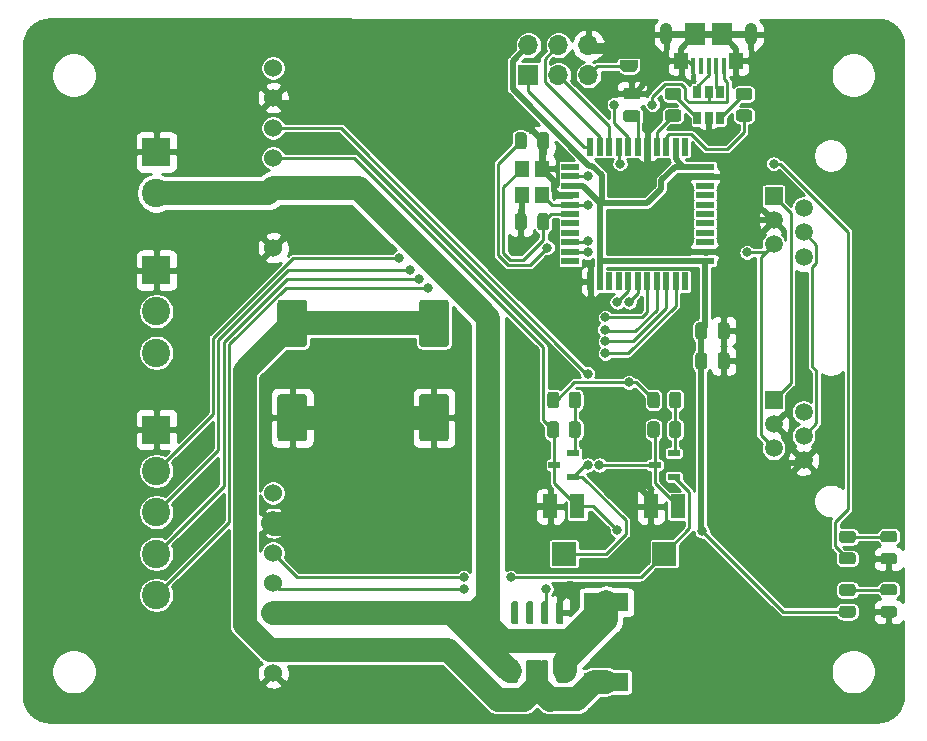
<source format=gbr>
%TF.GenerationSoftware,KiCad,Pcbnew,(5.1.8)-1*%
%TF.CreationDate,2021-08-18T00:45:11+02:00*%
%TF.ProjectId,Haubenblitzer_Treiber,48617562-656e-4626-9c69-747a65725f54,rev?*%
%TF.SameCoordinates,Original*%
%TF.FileFunction,Copper,L1,Top*%
%TF.FilePolarity,Positive*%
%FSLAX46Y46*%
G04 Gerber Fmt 4.6, Leading zero omitted, Abs format (unit mm)*
G04 Created by KiCad (PCBNEW (5.1.8)-1) date 2021-08-18 00:45:11*
%MOMM*%
%LPD*%
G01*
G04 APERTURE LIST*
%TA.AperFunction,SMDPad,CuDef*%
%ADD10R,0.650000X1.060000*%
%TD*%
%TA.AperFunction,SMDPad,CuDef*%
%ADD11R,3.810000X1.650000*%
%TD*%
%TA.AperFunction,SMDPad,CuDef*%
%ADD12R,1.200000X1.400000*%
%TD*%
%TA.AperFunction,ComponentPad*%
%ADD13C,1.524000*%
%TD*%
%TA.AperFunction,SMDPad,CuDef*%
%ADD14R,1.300000X2.000000*%
%TD*%
%TA.AperFunction,SMDPad,CuDef*%
%ADD15R,2.000000X2.000000*%
%TD*%
%TA.AperFunction,SMDPad,CuDef*%
%ADD16R,1.000000X0.500000*%
%TD*%
%TA.AperFunction,SMDPad,CuDef*%
%ADD17R,1.500000X0.550000*%
%TD*%
%TA.AperFunction,SMDPad,CuDef*%
%ADD18R,0.550000X1.500000*%
%TD*%
%TA.AperFunction,SMDPad,CuDef*%
%ADD19C,0.100000*%
%TD*%
%TA.AperFunction,ComponentPad*%
%ADD20C,1.520000*%
%TD*%
%TA.AperFunction,ComponentPad*%
%ADD21R,1.520000X1.520000*%
%TD*%
%TA.AperFunction,ComponentPad*%
%ADD22C,2.400000*%
%TD*%
%TA.AperFunction,ComponentPad*%
%ADD23R,2.400000X2.400000*%
%TD*%
%TA.AperFunction,ComponentPad*%
%ADD24O,1.700000X1.700000*%
%TD*%
%TA.AperFunction,ComponentPad*%
%ADD25R,1.700000X1.700000*%
%TD*%
%TA.AperFunction,SMDPad,CuDef*%
%ADD26R,1.150000X1.450000*%
%TD*%
%TA.AperFunction,ComponentPad*%
%ADD27O,1.050000X1.900000*%
%TD*%
%TA.AperFunction,SMDPad,CuDef*%
%ADD28R,1.750000X1.900000*%
%TD*%
%TA.AperFunction,SMDPad,CuDef*%
%ADD29R,0.400000X1.400000*%
%TD*%
%TA.AperFunction,ViaPad*%
%ADD30C,1.600000*%
%TD*%
%TA.AperFunction,ViaPad*%
%ADD31C,2.000000*%
%TD*%
%TA.AperFunction,ViaPad*%
%ADD32C,0.800000*%
%TD*%
%TA.AperFunction,Conductor*%
%ADD33C,0.500000*%
%TD*%
%TA.AperFunction,Conductor*%
%ADD34C,0.250000*%
%TD*%
%TA.AperFunction,Conductor*%
%ADD35C,2.000000*%
%TD*%
%TA.AperFunction,Conductor*%
%ADD36C,1.000000*%
%TD*%
%TA.AperFunction,Conductor*%
%ADD37C,0.254000*%
%TD*%
%TA.AperFunction,Conductor*%
%ADD38C,0.100000*%
%TD*%
G04 APERTURE END LIST*
D10*
%TO.P,U5,5*%
%TO.N,U_bus*%
X78250000Y-136400000D03*
%TO.P,U5,6*%
%TO.N,Net-(J2-Pad3)*%
X77300000Y-136400000D03*
%TO.P,U5,4*%
%TO.N,Net-(J2-Pad2)*%
X79200000Y-136400000D03*
%TO.P,U5,3*%
%TO.N,Net-(R3-Pad1)*%
X79200000Y-138600000D03*
%TO.P,U5,2*%
%TO.N,GND*%
X78250000Y-138600000D03*
%TO.P,U5,1*%
%TO.N,Net-(R2-Pad2)*%
X77300000Y-138600000D03*
%TD*%
%TO.P,U2,8*%
%TO.N,+12V*%
%TA.AperFunction,SMDPad,CuDef*%
G36*
G01*
X65505000Y-184500000D02*
X65805000Y-184500000D01*
G75*
G02*
X65955000Y-184650000I0J-150000D01*
G01*
X65955000Y-186300000D01*
G75*
G02*
X65805000Y-186450000I-150000J0D01*
G01*
X65505000Y-186450000D01*
G75*
G02*
X65355000Y-186300000I0J150000D01*
G01*
X65355000Y-184650000D01*
G75*
G02*
X65505000Y-184500000I150000J0D01*
G01*
G37*
%TD.AperFunction*%
%TO.P,U2,7*%
%TO.N,Net-(C1-Pad1)*%
%TA.AperFunction,SMDPad,CuDef*%
G36*
G01*
X64235000Y-184500000D02*
X64535000Y-184500000D01*
G75*
G02*
X64685000Y-184650000I0J-150000D01*
G01*
X64685000Y-186300000D01*
G75*
G02*
X64535000Y-186450000I-150000J0D01*
G01*
X64235000Y-186450000D01*
G75*
G02*
X64085000Y-186300000I0J150000D01*
G01*
X64085000Y-184650000D01*
G75*
G02*
X64235000Y-184500000I150000J0D01*
G01*
G37*
%TD.AperFunction*%
%TO.P,U2,6*%
%TA.AperFunction,SMDPad,CuDef*%
G36*
G01*
X62965000Y-184500000D02*
X63265000Y-184500000D01*
G75*
G02*
X63415000Y-184650000I0J-150000D01*
G01*
X63415000Y-186300000D01*
G75*
G02*
X63265000Y-186450000I-150000J0D01*
G01*
X62965000Y-186450000D01*
G75*
G02*
X62815000Y-186300000I0J150000D01*
G01*
X62815000Y-184650000D01*
G75*
G02*
X62965000Y-184500000I150000J0D01*
G01*
G37*
%TD.AperFunction*%
%TO.P,U2,5*%
%TO.N,+12V*%
%TA.AperFunction,SMDPad,CuDef*%
G36*
G01*
X61695000Y-184500000D02*
X61995000Y-184500000D01*
G75*
G02*
X62145000Y-184650000I0J-150000D01*
G01*
X62145000Y-186300000D01*
G75*
G02*
X61995000Y-186450000I-150000J0D01*
G01*
X61695000Y-186450000D01*
G75*
G02*
X61545000Y-186300000I0J150000D01*
G01*
X61545000Y-184650000D01*
G75*
G02*
X61695000Y-184500000I150000J0D01*
G01*
G37*
%TD.AperFunction*%
%TO.P,U2,4*%
%TO.N,Net-(U2-Pad4)*%
%TA.AperFunction,SMDPad,CuDef*%
G36*
G01*
X61695000Y-179550000D02*
X61995000Y-179550000D01*
G75*
G02*
X62145000Y-179700000I0J-150000D01*
G01*
X62145000Y-181350000D01*
G75*
G02*
X61995000Y-181500000I-150000J0D01*
G01*
X61695000Y-181500000D01*
G75*
G02*
X61545000Y-181350000I0J150000D01*
G01*
X61545000Y-179700000D01*
G75*
G02*
X61695000Y-179550000I150000J0D01*
G01*
G37*
%TD.AperFunction*%
%TO.P,U2,3*%
%TO.N,Net-(U2-Pad3)*%
%TA.AperFunction,SMDPad,CuDef*%
G36*
G01*
X62965000Y-179550000D02*
X63265000Y-179550000D01*
G75*
G02*
X63415000Y-179700000I0J-150000D01*
G01*
X63415000Y-181350000D01*
G75*
G02*
X63265000Y-181500000I-150000J0D01*
G01*
X62965000Y-181500000D01*
G75*
G02*
X62815000Y-181350000I0J150000D01*
G01*
X62815000Y-179700000D01*
G75*
G02*
X62965000Y-179550000I150000J0D01*
G01*
G37*
%TD.AperFunction*%
%TO.P,U2,2*%
%TO.N,IO_FETctrl*%
%TA.AperFunction,SMDPad,CuDef*%
G36*
G01*
X64235000Y-179550000D02*
X64535000Y-179550000D01*
G75*
G02*
X64685000Y-179700000I0J-150000D01*
G01*
X64685000Y-181350000D01*
G75*
G02*
X64535000Y-181500000I-150000J0D01*
G01*
X64235000Y-181500000D01*
G75*
G02*
X64085000Y-181350000I0J150000D01*
G01*
X64085000Y-179700000D01*
G75*
G02*
X64235000Y-179550000I150000J0D01*
G01*
G37*
%TD.AperFunction*%
%TO.P,U2,1*%
%TO.N,GND*%
%TA.AperFunction,SMDPad,CuDef*%
G36*
G01*
X65505000Y-179550000D02*
X65805000Y-179550000D01*
G75*
G02*
X65955000Y-179700000I0J-150000D01*
G01*
X65955000Y-181350000D01*
G75*
G02*
X65805000Y-181500000I-150000J0D01*
G01*
X65505000Y-181500000D01*
G75*
G02*
X65355000Y-181350000I0J150000D01*
G01*
X65355000Y-179700000D01*
G75*
G02*
X65505000Y-179550000I150000J0D01*
G01*
G37*
%TD.AperFunction*%
%TD*%
%TO.P,R9,2*%
%TO.N,Net-(D2-Pad2)*%
%TA.AperFunction,SMDPad,CuDef*%
G36*
G01*
X90450002Y-174600000D02*
X89549998Y-174600000D01*
G75*
G02*
X89300000Y-174350002I0J249998D01*
G01*
X89300000Y-173824998D01*
G75*
G02*
X89549998Y-173575000I249998J0D01*
G01*
X90450002Y-173575000D01*
G75*
G02*
X90700000Y-173824998I0J-249998D01*
G01*
X90700000Y-174350002D01*
G75*
G02*
X90450002Y-174600000I-249998J0D01*
G01*
G37*
%TD.AperFunction*%
%TO.P,R9,1*%
%TO.N,RX_LED*%
%TA.AperFunction,SMDPad,CuDef*%
G36*
G01*
X90450002Y-176425000D02*
X89549998Y-176425000D01*
G75*
G02*
X89300000Y-176175002I0J249998D01*
G01*
X89300000Y-175649998D01*
G75*
G02*
X89549998Y-175400000I249998J0D01*
G01*
X90450002Y-175400000D01*
G75*
G02*
X90700000Y-175649998I0J-249998D01*
G01*
X90700000Y-176175002D01*
G75*
G02*
X90450002Y-176425000I-249998J0D01*
G01*
G37*
%TD.AperFunction*%
%TD*%
%TO.P,R8,2*%
%TO.N,Net-(D1-Pad2)*%
%TA.AperFunction,SMDPad,CuDef*%
G36*
G01*
X90450002Y-179100000D02*
X89549998Y-179100000D01*
G75*
G02*
X89300000Y-178850002I0J249998D01*
G01*
X89300000Y-178324998D01*
G75*
G02*
X89549998Y-178075000I249998J0D01*
G01*
X90450002Y-178075000D01*
G75*
G02*
X90700000Y-178324998I0J-249998D01*
G01*
X90700000Y-178850002D01*
G75*
G02*
X90450002Y-179100000I-249998J0D01*
G01*
G37*
%TD.AperFunction*%
%TO.P,R8,1*%
%TO.N,LED1_Ref*%
%TA.AperFunction,SMDPad,CuDef*%
G36*
G01*
X90450002Y-180925000D02*
X89549998Y-180925000D01*
G75*
G02*
X89300000Y-180675002I0J249998D01*
G01*
X89300000Y-180149998D01*
G75*
G02*
X89549998Y-179900000I249998J0D01*
G01*
X90450002Y-179900000D01*
G75*
G02*
X90700000Y-180149998I0J-249998D01*
G01*
X90700000Y-180675002D01*
G75*
G02*
X90450002Y-180925000I-249998J0D01*
G01*
G37*
%TD.AperFunction*%
%TD*%
%TO.P,R7,2*%
%TO.N,IO_LED*%
%TA.AperFunction,SMDPad,CuDef*%
G36*
G01*
X74100000Y-162049998D02*
X74100000Y-162950002D01*
G75*
G02*
X73850002Y-163200000I-249998J0D01*
G01*
X73324998Y-163200000D01*
G75*
G02*
X73075000Y-162950002I0J249998D01*
G01*
X73075000Y-162049998D01*
G75*
G02*
X73324998Y-161800000I249998J0D01*
G01*
X73850002Y-161800000D01*
G75*
G02*
X74100000Y-162049998I0J-249998D01*
G01*
G37*
%TD.AperFunction*%
%TO.P,R7,1*%
%TO.N,Net-(Q2-Pad2)*%
%TA.AperFunction,SMDPad,CuDef*%
G36*
G01*
X75925000Y-162049998D02*
X75925000Y-162950002D01*
G75*
G02*
X75675002Y-163200000I-249998J0D01*
G01*
X75149998Y-163200000D01*
G75*
G02*
X74900000Y-162950002I0J249998D01*
G01*
X74900000Y-162049998D01*
G75*
G02*
X75149998Y-161800000I249998J0D01*
G01*
X75675002Y-161800000D01*
G75*
G02*
X75925000Y-162049998I0J-249998D01*
G01*
G37*
%TD.AperFunction*%
%TD*%
%TO.P,R6,2*%
%TO.N,Net-(Q2-Pad2)*%
%TA.AperFunction,SMDPad,CuDef*%
G36*
G01*
X74900000Y-165450002D02*
X74900000Y-164549998D01*
G75*
G02*
X75149998Y-164300000I249998J0D01*
G01*
X75675002Y-164300000D01*
G75*
G02*
X75925000Y-164549998I0J-249998D01*
G01*
X75925000Y-165450002D01*
G75*
G02*
X75675002Y-165700000I-249998J0D01*
G01*
X75149998Y-165700000D01*
G75*
G02*
X74900000Y-165450002I0J249998D01*
G01*
G37*
%TD.AperFunction*%
%TO.P,R6,1*%
%TO.N,LED2_Ref*%
%TA.AperFunction,SMDPad,CuDef*%
G36*
G01*
X73075000Y-165450002D02*
X73075000Y-164549998D01*
G75*
G02*
X73324998Y-164300000I249998J0D01*
G01*
X73850002Y-164300000D01*
G75*
G02*
X74100000Y-164549998I0J-249998D01*
G01*
X74100000Y-165450002D01*
G75*
G02*
X73850002Y-165700000I-249998J0D01*
G01*
X73324998Y-165700000D01*
G75*
G02*
X73075000Y-165450002I0J249998D01*
G01*
G37*
%TD.AperFunction*%
%TD*%
%TO.P,R5,2*%
%TO.N,IO_LED*%
%TA.AperFunction,SMDPad,CuDef*%
G36*
G01*
X65600000Y-162049998D02*
X65600000Y-162950002D01*
G75*
G02*
X65350002Y-163200000I-249998J0D01*
G01*
X64824998Y-163200000D01*
G75*
G02*
X64575000Y-162950002I0J249998D01*
G01*
X64575000Y-162049998D01*
G75*
G02*
X64824998Y-161800000I249998J0D01*
G01*
X65350002Y-161800000D01*
G75*
G02*
X65600000Y-162049998I0J-249998D01*
G01*
G37*
%TD.AperFunction*%
%TO.P,R5,1*%
%TO.N,Net-(Q1-Pad2)*%
%TA.AperFunction,SMDPad,CuDef*%
G36*
G01*
X67425000Y-162049998D02*
X67425000Y-162950002D01*
G75*
G02*
X67175002Y-163200000I-249998J0D01*
G01*
X66649998Y-163200000D01*
G75*
G02*
X66400000Y-162950002I0J249998D01*
G01*
X66400000Y-162049998D01*
G75*
G02*
X66649998Y-161800000I249998J0D01*
G01*
X67175002Y-161800000D01*
G75*
G02*
X67425000Y-162049998I0J-249998D01*
G01*
G37*
%TD.AperFunction*%
%TD*%
%TO.P,R4,2*%
%TO.N,Net-(Q1-Pad2)*%
%TA.AperFunction,SMDPad,CuDef*%
G36*
G01*
X66400000Y-165450002D02*
X66400000Y-164549998D01*
G75*
G02*
X66649998Y-164300000I249998J0D01*
G01*
X67175002Y-164300000D01*
G75*
G02*
X67425000Y-164549998I0J-249998D01*
G01*
X67425000Y-165450002D01*
G75*
G02*
X67175002Y-165700000I-249998J0D01*
G01*
X66649998Y-165700000D01*
G75*
G02*
X66400000Y-165450002I0J249998D01*
G01*
G37*
%TD.AperFunction*%
%TO.P,R4,1*%
%TO.N,LED1_Ref*%
%TA.AperFunction,SMDPad,CuDef*%
G36*
G01*
X64575000Y-165450002D02*
X64575000Y-164549998D01*
G75*
G02*
X64824998Y-164300000I249998J0D01*
G01*
X65350002Y-164300000D01*
G75*
G02*
X65600000Y-164549998I0J-249998D01*
G01*
X65600000Y-165450002D01*
G75*
G02*
X65350002Y-165700000I-249998J0D01*
G01*
X64824998Y-165700000D01*
G75*
G02*
X64575000Y-165450002I0J249998D01*
G01*
G37*
%TD.AperFunction*%
%TD*%
%TO.P,D2,2*%
%TO.N,Net-(D2-Pad2)*%
%TA.AperFunction,SMDPad,CuDef*%
G36*
G01*
X93956250Y-174550000D02*
X93043750Y-174550000D01*
G75*
G02*
X92800000Y-174306250I0J243750D01*
G01*
X92800000Y-173818750D01*
G75*
G02*
X93043750Y-173575000I243750J0D01*
G01*
X93956250Y-173575000D01*
G75*
G02*
X94200000Y-173818750I0J-243750D01*
G01*
X94200000Y-174306250D01*
G75*
G02*
X93956250Y-174550000I-243750J0D01*
G01*
G37*
%TD.AperFunction*%
%TO.P,D2,1*%
%TO.N,GND*%
%TA.AperFunction,SMDPad,CuDef*%
G36*
G01*
X93956250Y-176425000D02*
X93043750Y-176425000D01*
G75*
G02*
X92800000Y-176181250I0J243750D01*
G01*
X92800000Y-175693750D01*
G75*
G02*
X93043750Y-175450000I243750J0D01*
G01*
X93956250Y-175450000D01*
G75*
G02*
X94200000Y-175693750I0J-243750D01*
G01*
X94200000Y-176181250D01*
G75*
G02*
X93956250Y-176425000I-243750J0D01*
G01*
G37*
%TD.AperFunction*%
%TD*%
%TO.P,D1,2*%
%TO.N,Net-(D1-Pad2)*%
%TA.AperFunction,SMDPad,CuDef*%
G36*
G01*
X93956250Y-179050000D02*
X93043750Y-179050000D01*
G75*
G02*
X92800000Y-178806250I0J243750D01*
G01*
X92800000Y-178318750D01*
G75*
G02*
X93043750Y-178075000I243750J0D01*
G01*
X93956250Y-178075000D01*
G75*
G02*
X94200000Y-178318750I0J-243750D01*
G01*
X94200000Y-178806250D01*
G75*
G02*
X93956250Y-179050000I-243750J0D01*
G01*
G37*
%TD.AperFunction*%
%TO.P,D1,1*%
%TO.N,GND*%
%TA.AperFunction,SMDPad,CuDef*%
G36*
G01*
X93956250Y-180925000D02*
X93043750Y-180925000D01*
G75*
G02*
X92800000Y-180681250I0J243750D01*
G01*
X92800000Y-180193750D01*
G75*
G02*
X93043750Y-179950000I243750J0D01*
G01*
X93956250Y-179950000D01*
G75*
G02*
X94200000Y-180193750I0J-243750D01*
G01*
X94200000Y-180681250D01*
G75*
G02*
X93956250Y-180925000I-243750J0D01*
G01*
G37*
%TD.AperFunction*%
%TD*%
%TO.P,C2,2*%
%TO.N,GND*%
%TA.AperFunction,SMDPad,CuDef*%
G36*
G01*
X42000000Y-162000000D02*
X44000000Y-162000000D01*
G75*
G02*
X44250000Y-162250000I0J-250000D01*
G01*
X44250000Y-165750000D01*
G75*
G02*
X44000000Y-166000000I-250000J0D01*
G01*
X42000000Y-166000000D01*
G75*
G02*
X41750000Y-165750000I0J250000D01*
G01*
X41750000Y-162250000D01*
G75*
G02*
X42000000Y-162000000I250000J0D01*
G01*
G37*
%TD.AperFunction*%
%TO.P,C2,1*%
%TO.N,Net-(C1-Pad1)*%
%TA.AperFunction,SMDPad,CuDef*%
G36*
G01*
X42000000Y-154000000D02*
X44000000Y-154000000D01*
G75*
G02*
X44250000Y-154250000I0J-250000D01*
G01*
X44250000Y-157750000D01*
G75*
G02*
X44000000Y-158000000I-250000J0D01*
G01*
X42000000Y-158000000D01*
G75*
G02*
X41750000Y-157750000I0J250000D01*
G01*
X41750000Y-154250000D01*
G75*
G02*
X42000000Y-154000000I250000J0D01*
G01*
G37*
%TD.AperFunction*%
%TD*%
%TO.P,C1,2*%
%TO.N,GND*%
%TA.AperFunction,SMDPad,CuDef*%
G36*
G01*
X54000000Y-162000000D02*
X56000000Y-162000000D01*
G75*
G02*
X56250000Y-162250000I0J-250000D01*
G01*
X56250000Y-165750000D01*
G75*
G02*
X56000000Y-166000000I-250000J0D01*
G01*
X54000000Y-166000000D01*
G75*
G02*
X53750000Y-165750000I0J250000D01*
G01*
X53750000Y-162250000D01*
G75*
G02*
X54000000Y-162000000I250000J0D01*
G01*
G37*
%TD.AperFunction*%
%TO.P,C1,1*%
%TO.N,Net-(C1-Pad1)*%
%TA.AperFunction,SMDPad,CuDef*%
G36*
G01*
X54000000Y-154000000D02*
X56000000Y-154000000D01*
G75*
G02*
X56250000Y-154250000I0J-250000D01*
G01*
X56250000Y-157750000D01*
G75*
G02*
X56000000Y-158000000I-250000J0D01*
G01*
X54000000Y-158000000D01*
G75*
G02*
X53750000Y-157750000I0J250000D01*
G01*
X53750000Y-154250000D01*
G75*
G02*
X54000000Y-154000000I250000J0D01*
G01*
G37*
%TD.AperFunction*%
%TD*%
D11*
%TO.P,R1,2*%
%TO.N,Net-(C1-Pad1)*%
X69595000Y-186365000D03*
%TO.P,R1,1*%
%TO.N,+12V*%
X69595000Y-179635000D03*
%TD*%
D12*
%TO.P,Y1,4*%
%TO.N,GND*%
X62445000Y-145100000D03*
%TO.P,Y1,3*%
%TO.N,CLK_1*%
X62445000Y-142900000D03*
%TO.P,Y1,2*%
%TO.N,GND*%
X64145000Y-142900000D03*
%TO.P,Y1,1*%
%TO.N,CLK_2*%
X64145000Y-145100000D03*
%TD*%
D13*
%TO.P,U3,6*%
%TO.N,GND*%
X41380000Y-149620000D03*
%TO.P,U3,5*%
%TO.N,+12V*%
X41380000Y-144540000D03*
%TO.P,U3,4*%
%TO.N,LED1_Ref*%
X41380000Y-142000000D03*
%TO.P,U3,1*%
%TO.N,LED1_U+*%
X41380000Y-134380000D03*
%TO.P,U3,2*%
%TO.N,GND*%
X41380000Y-136920000D03*
%TO.P,U3,3*%
%TO.N,LED1_Ctrl*%
X41380000Y-139460000D03*
%TD*%
D14*
%TO.P,RV2,3*%
%TO.N,LED2_Ref*%
X75650000Y-171500000D03*
D15*
%TO.P,RV2,2*%
%TO.N,LED2_Ctrl*%
X74500000Y-175500000D03*
D14*
%TO.P,RV2,1*%
%TO.N,GND*%
X73350000Y-171500000D03*
%TD*%
%TO.P,RV1,3*%
%TO.N,LED1_Ref*%
X67150000Y-171500000D03*
D15*
%TO.P,RV1,2*%
%TO.N,LED1_Ctrl*%
X66000000Y-175500000D03*
D14*
%TO.P,RV1,1*%
%TO.N,GND*%
X64850000Y-171500000D03*
%TD*%
D16*
%TO.P,Q2,2*%
%TO.N,Net-(Q2-Pad2)*%
X75300000Y-167000000D03*
%TO.P,Q2,1*%
%TO.N,LED2_Ctrl*%
X75300000Y-169000000D03*
%TO.P,Q2,3*%
%TO.N,LED2_Ref*%
X73700000Y-168000000D03*
%TD*%
%TO.P,Q1,2*%
%TO.N,Net-(Q1-Pad2)*%
X66800000Y-167000000D03*
%TO.P,Q1,1*%
%TO.N,LED1_Ctrl*%
X66800000Y-169000000D03*
%TO.P,Q1,3*%
%TO.N,LED1_Ref*%
X65200000Y-168000000D03*
%TD*%
D13*
%TO.P,U4,6*%
%TO.N,GND*%
X41380000Y-185620000D03*
%TO.P,U4,5*%
%TO.N,+12V*%
X41380000Y-180540000D03*
%TO.P,U4,4*%
%TO.N,LED2_Ref*%
X41380000Y-178000000D03*
%TO.P,U4,1*%
%TO.N,LED2_U+*%
X41380000Y-170380000D03*
%TO.P,U4,2*%
%TO.N,GND*%
X41380000Y-172920000D03*
%TO.P,U4,3*%
%TO.N,LED2_Ctrl*%
X41380000Y-175460000D03*
%TD*%
D17*
%TO.P,U1,44*%
%TO.N,LED1_Ref*%
X77950000Y-142750000D03*
%TO.P,U1,43*%
%TO.N,GND*%
X77950000Y-143550000D03*
%TO.P,U1,42*%
%TO.N,Net-(U1-Pad42)*%
X77950000Y-144350000D03*
%TO.P,U1,41*%
%TO.N,Net-(U1-Pad41)*%
X77950000Y-145150000D03*
%TO.P,U1,40*%
%TO.N,Net-(U1-Pad40)*%
X77950000Y-145950000D03*
%TO.P,U1,39*%
%TO.N,Net-(U1-Pad39)*%
X77950000Y-146750000D03*
%TO.P,U1,38*%
%TO.N,Net-(U1-Pad38)*%
X77950000Y-147550000D03*
%TO.P,U1,37*%
%TO.N,Net-(U1-Pad37)*%
X77950000Y-148350000D03*
%TO.P,U1,36*%
%TO.N,Net-(U1-Pad36)*%
X77950000Y-149150000D03*
%TO.P,U1,35*%
%TO.N,GND*%
X77950000Y-149950000D03*
%TO.P,U1,34*%
%TO.N,LED1_Ref*%
X77950000Y-150750000D03*
D18*
%TO.P,U1,33*%
%TO.N,Net-(U1-Pad33)*%
X76250000Y-152450000D03*
%TO.P,U1,32*%
%TO.N,IO_misc4*%
X75450000Y-152450000D03*
%TO.P,U1,31*%
%TO.N,IO_misc3*%
X74650000Y-152450000D03*
%TO.P,U1,30*%
%TO.N,IO_misc2*%
X73850000Y-152450000D03*
%TO.P,U1,29*%
%TO.N,IO_misc1*%
X73050000Y-152450000D03*
%TO.P,U1,28*%
%TO.N,IO_LED*%
X72250000Y-152450000D03*
%TO.P,U1,27*%
%TO.N,IO_FETctrl*%
X71450000Y-152450000D03*
%TO.P,U1,26*%
%TO.N,Net-(U1-Pad26)*%
X70650000Y-152450000D03*
%TO.P,U1,25*%
%TO.N,Net-(U1-Pad25)*%
X69850000Y-152450000D03*
%TO.P,U1,24*%
%TO.N,LED1_Ref*%
X69050000Y-152450000D03*
%TO.P,U1,23*%
%TO.N,GND*%
X68250000Y-152450000D03*
D17*
%TO.P,U1,22*%
%TO.N,Net-(U1-Pad22)*%
X66550000Y-150750000D03*
%TO.P,U1,21*%
%TO.N,TX*%
X66550000Y-149950000D03*
%TO.P,U1,20*%
%TO.N,RX*%
X66550000Y-149150000D03*
%TO.P,U1,19*%
%TO.N,Net-(U1-Pad19)*%
X66550000Y-148350000D03*
%TO.P,U1,18*%
%TO.N,Net-(U1-Pad18)*%
X66550000Y-147550000D03*
%TO.P,U1,17*%
%TO.N,CLK_1*%
X66550000Y-146750000D03*
%TO.P,U1,16*%
%TO.N,CLK_2*%
X66550000Y-145950000D03*
%TO.P,U1,15*%
%TO.N,GND*%
X66550000Y-145150000D03*
%TO.P,U1,14*%
%TO.N,LED1_Ref*%
X66550000Y-144350000D03*
%TO.P,U1,13*%
%TO.N,RESET*%
X66550000Y-143550000D03*
%TO.P,U1,12*%
%TO.N,Net-(U1-Pad12)*%
X66550000Y-142750000D03*
D18*
%TO.P,U1,11*%
%TO.N,MISO*%
X68250000Y-141050000D03*
%TO.P,U1,10*%
%TO.N,MOSI*%
X69050000Y-141050000D03*
%TO.P,U1,9*%
%TO.N,SCK*%
X69850000Y-141050000D03*
%TO.P,U1,8*%
%TO.N,RX_LED*%
X70650000Y-141050000D03*
%TO.P,U1,7*%
%TO.N,U_bus*%
X71450000Y-141050000D03*
%TO.P,U1,6*%
%TO.N,U_cap*%
X72250000Y-141050000D03*
%TO.P,U1,5*%
%TO.N,GND*%
X73050000Y-141050000D03*
%TO.P,U1,4*%
%TO.N,D+*%
X73850000Y-141050000D03*
%TO.P,U1,3*%
%TO.N,D-*%
X74650000Y-141050000D03*
%TO.P,U1,2*%
%TO.N,LED1_Ref*%
X75450000Y-141050000D03*
%TO.P,U1,1*%
%TO.N,Net-(U1-Pad1)*%
X76250000Y-141050000D03*
%TD*%
%TO.P,R3,2*%
%TO.N,D-*%
%TA.AperFunction,SMDPad,CuDef*%
G36*
G01*
X80799998Y-137900000D02*
X81700002Y-137900000D01*
G75*
G02*
X81950000Y-138149998I0J-249998D01*
G01*
X81950000Y-138675002D01*
G75*
G02*
X81700002Y-138925000I-249998J0D01*
G01*
X80799998Y-138925000D01*
G75*
G02*
X80550000Y-138675002I0J249998D01*
G01*
X80550000Y-138149998D01*
G75*
G02*
X80799998Y-137900000I249998J0D01*
G01*
G37*
%TD.AperFunction*%
%TO.P,R3,1*%
%TO.N,Net-(R3-Pad1)*%
%TA.AperFunction,SMDPad,CuDef*%
G36*
G01*
X80799998Y-136075000D02*
X81700002Y-136075000D01*
G75*
G02*
X81950000Y-136324998I0J-249998D01*
G01*
X81950000Y-136850002D01*
G75*
G02*
X81700002Y-137100000I-249998J0D01*
G01*
X80799998Y-137100000D01*
G75*
G02*
X80550000Y-136850002I0J249998D01*
G01*
X80550000Y-136324998D01*
G75*
G02*
X80799998Y-136075000I249998J0D01*
G01*
G37*
%TD.AperFunction*%
%TD*%
%TO.P,R2,2*%
%TO.N,Net-(R2-Pad2)*%
%TA.AperFunction,SMDPad,CuDef*%
G36*
G01*
X75700002Y-137100000D02*
X74799998Y-137100000D01*
G75*
G02*
X74550000Y-136850002I0J249998D01*
G01*
X74550000Y-136324998D01*
G75*
G02*
X74799998Y-136075000I249998J0D01*
G01*
X75700002Y-136075000D01*
G75*
G02*
X75950000Y-136324998I0J-249998D01*
G01*
X75950000Y-136850002D01*
G75*
G02*
X75700002Y-137100000I-249998J0D01*
G01*
G37*
%TD.AperFunction*%
%TO.P,R2,1*%
%TO.N,D+*%
%TA.AperFunction,SMDPad,CuDef*%
G36*
G01*
X75700002Y-138925000D02*
X74799998Y-138925000D01*
G75*
G02*
X74550000Y-138675002I0J249998D01*
G01*
X74550000Y-138149998D01*
G75*
G02*
X74799998Y-137900000I249998J0D01*
G01*
X75700002Y-137900000D01*
G75*
G02*
X75950000Y-138149998I0J-249998D01*
G01*
X75950000Y-138675002D01*
G75*
G02*
X75700002Y-138925000I-249998J0D01*
G01*
G37*
%TD.AperFunction*%
%TD*%
%TA.AperFunction,SMDPad,CuDef*%
D19*
%TO.P,JP1,2*%
%TO.N,RESET*%
G36*
X72249398Y-134250000D02*
G01*
X72249398Y-134274534D01*
X72244588Y-134323365D01*
X72235016Y-134371490D01*
X72220772Y-134418445D01*
X72201995Y-134463778D01*
X72178864Y-134507051D01*
X72151604Y-134547850D01*
X72120476Y-134585779D01*
X72085779Y-134620476D01*
X72047850Y-134651604D01*
X72007051Y-134678864D01*
X71963778Y-134701995D01*
X71918445Y-134720772D01*
X71871490Y-134735016D01*
X71823365Y-134744588D01*
X71774534Y-134749398D01*
X71750000Y-134749398D01*
X71750000Y-134750000D01*
X71250000Y-134750000D01*
X71250000Y-134749398D01*
X71225466Y-134749398D01*
X71176635Y-134744588D01*
X71128510Y-134735016D01*
X71081555Y-134720772D01*
X71036222Y-134701995D01*
X70992949Y-134678864D01*
X70952150Y-134651604D01*
X70914221Y-134620476D01*
X70879524Y-134585779D01*
X70848396Y-134547850D01*
X70821136Y-134507051D01*
X70798005Y-134463778D01*
X70779228Y-134418445D01*
X70764984Y-134371490D01*
X70755412Y-134323365D01*
X70750602Y-134274534D01*
X70750602Y-134250000D01*
X70750000Y-134250000D01*
X70750000Y-133750000D01*
X72250000Y-133750000D01*
X72250000Y-134250000D01*
X72249398Y-134250000D01*
G37*
%TD.AperFunction*%
%TA.AperFunction,SMDPad,CuDef*%
%TO.P,JP1,1*%
%TO.N,GND*%
G36*
X70750000Y-133450000D02*
G01*
X70750000Y-132950000D01*
X70750602Y-132950000D01*
X70750602Y-132925466D01*
X70755412Y-132876635D01*
X70764984Y-132828510D01*
X70779228Y-132781555D01*
X70798005Y-132736222D01*
X70821136Y-132692949D01*
X70848396Y-132652150D01*
X70879524Y-132614221D01*
X70914221Y-132579524D01*
X70952150Y-132548396D01*
X70992949Y-132521136D01*
X71036222Y-132498005D01*
X71081555Y-132479228D01*
X71128510Y-132464984D01*
X71176635Y-132455412D01*
X71225466Y-132450602D01*
X71250000Y-132450602D01*
X71250000Y-132450000D01*
X71750000Y-132450000D01*
X71750000Y-132450602D01*
X71774534Y-132450602D01*
X71823365Y-132455412D01*
X71871490Y-132464984D01*
X71918445Y-132479228D01*
X71963778Y-132498005D01*
X72007051Y-132521136D01*
X72047850Y-132548396D01*
X72085779Y-132579524D01*
X72120476Y-132614221D01*
X72151604Y-132652150D01*
X72178864Y-132692949D01*
X72201995Y-132736222D01*
X72220772Y-132781555D01*
X72235016Y-132828510D01*
X72244588Y-132876635D01*
X72249398Y-132925466D01*
X72249398Y-132950000D01*
X72250000Y-132950000D01*
X72250000Y-133450000D01*
X70750000Y-133450000D01*
G37*
%TD.AperFunction*%
%TD*%
D20*
%TO.P,J7,6*%
%TO.N,GND*%
X86290000Y-167600000D03*
%TO.P,J7,5*%
%TO.N,TX*%
X83750000Y-166580000D03*
%TO.P,J7,4*%
%TO.N,RX*%
X86290000Y-165560000D03*
%TO.P,J7,3*%
%TO.N,GND*%
X83750000Y-164540000D03*
%TO.P,J7,2*%
%TO.N,RJ12_V2*%
X86290000Y-163520000D03*
D21*
%TO.P,J7,1*%
%TO.N,RJ12_V1*%
X83750000Y-162500000D03*
%TD*%
D20*
%TO.P,J6,6*%
%TO.N,GND*%
X86290000Y-150350000D03*
%TO.P,J6,5*%
%TO.N,TX*%
X83750000Y-149330000D03*
%TO.P,J6,4*%
%TO.N,RX*%
X86290000Y-148310000D03*
%TO.P,J6,3*%
%TO.N,GND*%
X83750000Y-147290000D03*
%TO.P,J6,2*%
%TO.N,RJ12_V2*%
X86290000Y-146270000D03*
D21*
%TO.P,J6,1*%
%TO.N,RJ12_V1*%
X83750000Y-145250000D03*
%TD*%
D22*
%TO.P,J5,5*%
%TO.N,IO_misc4*%
X31500000Y-179000000D03*
%TO.P,J5,4*%
%TO.N,IO_misc3*%
X31500000Y-175500000D03*
%TO.P,J5,3*%
%TO.N,IO_misc2*%
X31500000Y-172000000D03*
%TO.P,J5,2*%
%TO.N,IO_misc1*%
X31500000Y-168500000D03*
D23*
%TO.P,J5,1*%
%TO.N,GND*%
X31500000Y-165000000D03*
%TD*%
D22*
%TO.P,J4,3*%
%TO.N,LED2_U+*%
X31500000Y-158500000D03*
%TO.P,J4,2*%
%TO.N,LED1_U+*%
X31500000Y-155000000D03*
D23*
%TO.P,J4,1*%
%TO.N,GND*%
X31500000Y-151500000D03*
%TD*%
D22*
%TO.P,J3,2*%
%TO.N,+12V*%
X31500000Y-145000000D03*
D23*
%TO.P,J3,1*%
%TO.N,GND*%
X31500000Y-141500000D03*
%TD*%
D24*
%TO.P,J1,6*%
%TO.N,GND*%
X68080000Y-132460000D03*
%TO.P,J1,5*%
%TO.N,RESET*%
X68080000Y-135000000D03*
%TO.P,J1,4*%
%TO.N,MOSI*%
X65540000Y-132460000D03*
%TO.P,J1,3*%
%TO.N,SCK*%
X65540000Y-135000000D03*
%TO.P,J1,2*%
%TO.N,LED1_Ref*%
X63000000Y-132460000D03*
D25*
%TO.P,J1,1*%
%TO.N,MISO*%
X63000000Y-135000000D03*
%TD*%
D26*
%TO.P,J2,6*%
%TO.N,GND*%
X80570000Y-133780000D03*
X75930000Y-133780000D03*
D27*
X74675000Y-131550000D03*
X81825000Y-131550000D03*
D28*
X79375000Y-131550000D03*
D29*
%TO.P,J2,3*%
%TO.N,Net-(J2-Pad3)*%
X78250000Y-134200000D03*
%TO.P,J2,4*%
%TO.N,Net-(J2-Pad4)*%
X77600000Y-134200000D03*
%TO.P,J2,5*%
%TO.N,GND*%
X76950000Y-134200000D03*
%TO.P,J2,1*%
%TO.N,U_bus*%
X79550000Y-134200000D03*
%TO.P,J2,2*%
%TO.N,Net-(J2-Pad2)*%
X78900000Y-134200000D03*
D28*
%TO.P,J2,6*%
%TO.N,GND*%
X77125000Y-131550000D03*
%TD*%
%TO.P,C5,2*%
%TO.N,U_cap*%
%TA.AperFunction,SMDPad,CuDef*%
G36*
G01*
X71275000Y-137950000D02*
X72225000Y-137950000D01*
G75*
G02*
X72475000Y-138200000I0J-250000D01*
G01*
X72475000Y-138700000D01*
G75*
G02*
X72225000Y-138950000I-250000J0D01*
G01*
X71275000Y-138950000D01*
G75*
G02*
X71025000Y-138700000I0J250000D01*
G01*
X71025000Y-138200000D01*
G75*
G02*
X71275000Y-137950000I250000J0D01*
G01*
G37*
%TD.AperFunction*%
%TO.P,C5,1*%
%TO.N,GND*%
%TA.AperFunction,SMDPad,CuDef*%
G36*
G01*
X71275000Y-136050000D02*
X72225000Y-136050000D01*
G75*
G02*
X72475000Y-136300000I0J-250000D01*
G01*
X72475000Y-136800000D01*
G75*
G02*
X72225000Y-137050000I-250000J0D01*
G01*
X71275000Y-137050000D01*
G75*
G02*
X71025000Y-136800000I0J250000D01*
G01*
X71025000Y-136300000D01*
G75*
G02*
X71275000Y-136050000I250000J0D01*
G01*
G37*
%TD.AperFunction*%
%TD*%
%TO.P,C7,2*%
%TO.N,GND*%
%TA.AperFunction,SMDPad,CuDef*%
G36*
G01*
X63745000Y-141030000D02*
X63745000Y-140080000D01*
G75*
G02*
X63995000Y-139830000I250000J0D01*
G01*
X64495000Y-139830000D01*
G75*
G02*
X64745000Y-140080000I0J-250000D01*
G01*
X64745000Y-141030000D01*
G75*
G02*
X64495000Y-141280000I-250000J0D01*
G01*
X63995000Y-141280000D01*
G75*
G02*
X63745000Y-141030000I0J250000D01*
G01*
G37*
%TD.AperFunction*%
%TO.P,C7,1*%
%TO.N,CLK_2*%
%TA.AperFunction,SMDPad,CuDef*%
G36*
G01*
X61845000Y-141030000D02*
X61845000Y-140080000D01*
G75*
G02*
X62095000Y-139830000I250000J0D01*
G01*
X62595000Y-139830000D01*
G75*
G02*
X62845000Y-140080000I0J-250000D01*
G01*
X62845000Y-141030000D01*
G75*
G02*
X62595000Y-141280000I-250000J0D01*
G01*
X62095000Y-141280000D01*
G75*
G02*
X61845000Y-141030000I0J250000D01*
G01*
G37*
%TD.AperFunction*%
%TD*%
%TO.P,C6,2*%
%TO.N,CLK_1*%
%TA.AperFunction,SMDPad,CuDef*%
G36*
G01*
X63745000Y-147875000D02*
X63745000Y-146925000D01*
G75*
G02*
X63995000Y-146675000I250000J0D01*
G01*
X64495000Y-146675000D01*
G75*
G02*
X64745000Y-146925000I0J-250000D01*
G01*
X64745000Y-147875000D01*
G75*
G02*
X64495000Y-148125000I-250000J0D01*
G01*
X63995000Y-148125000D01*
G75*
G02*
X63745000Y-147875000I0J250000D01*
G01*
G37*
%TD.AperFunction*%
%TO.P,C6,1*%
%TO.N,GND*%
%TA.AperFunction,SMDPad,CuDef*%
G36*
G01*
X61845000Y-147875000D02*
X61845000Y-146925000D01*
G75*
G02*
X62095000Y-146675000I250000J0D01*
G01*
X62595000Y-146675000D01*
G75*
G02*
X62845000Y-146925000I0J-250000D01*
G01*
X62845000Y-147875000D01*
G75*
G02*
X62595000Y-148125000I-250000J0D01*
G01*
X62095000Y-148125000D01*
G75*
G02*
X61845000Y-147875000I0J250000D01*
G01*
G37*
%TD.AperFunction*%
%TD*%
%TO.P,C4,2*%
%TO.N,LED1_Ref*%
%TA.AperFunction,SMDPad,CuDef*%
G36*
G01*
X78125000Y-156175000D02*
X78125000Y-157125000D01*
G75*
G02*
X77875000Y-157375000I-250000J0D01*
G01*
X77375000Y-157375000D01*
G75*
G02*
X77125000Y-157125000I0J250000D01*
G01*
X77125000Y-156175000D01*
G75*
G02*
X77375000Y-155925000I250000J0D01*
G01*
X77875000Y-155925000D01*
G75*
G02*
X78125000Y-156175000I0J-250000D01*
G01*
G37*
%TD.AperFunction*%
%TO.P,C4,1*%
%TO.N,GND*%
%TA.AperFunction,SMDPad,CuDef*%
G36*
G01*
X80025000Y-156175000D02*
X80025000Y-157125000D01*
G75*
G02*
X79775000Y-157375000I-250000J0D01*
G01*
X79275000Y-157375000D01*
G75*
G02*
X79025000Y-157125000I0J250000D01*
G01*
X79025000Y-156175000D01*
G75*
G02*
X79275000Y-155925000I250000J0D01*
G01*
X79775000Y-155925000D01*
G75*
G02*
X80025000Y-156175000I0J-250000D01*
G01*
G37*
%TD.AperFunction*%
%TD*%
%TO.P,C3,2*%
%TO.N,LED1_Ref*%
%TA.AperFunction,SMDPad,CuDef*%
G36*
G01*
X78125000Y-158715000D02*
X78125000Y-159665000D01*
G75*
G02*
X77875000Y-159915000I-250000J0D01*
G01*
X77375000Y-159915000D01*
G75*
G02*
X77125000Y-159665000I0J250000D01*
G01*
X77125000Y-158715000D01*
G75*
G02*
X77375000Y-158465000I250000J0D01*
G01*
X77875000Y-158465000D01*
G75*
G02*
X78125000Y-158715000I0J-250000D01*
G01*
G37*
%TD.AperFunction*%
%TO.P,C3,1*%
%TO.N,GND*%
%TA.AperFunction,SMDPad,CuDef*%
G36*
G01*
X80025000Y-158715000D02*
X80025000Y-159665000D01*
G75*
G02*
X79775000Y-159915000I-250000J0D01*
G01*
X79275000Y-159915000D01*
G75*
G02*
X79025000Y-159665000I0J250000D01*
G01*
X79025000Y-158715000D01*
G75*
G02*
X79275000Y-158465000I250000J0D01*
G01*
X79775000Y-158465000D01*
G75*
G02*
X80025000Y-158715000I0J-250000D01*
G01*
G37*
%TD.AperFunction*%
%TD*%
D30*
%TO.N,GND*%
X62000000Y-149500000D03*
X76000000Y-144000000D03*
X73000000Y-144000000D03*
X66500000Y-178625000D03*
X71625000Y-169125000D03*
X62000000Y-172500000D03*
X79250000Y-140130002D03*
D31*
X43000000Y-160000000D03*
X55000000Y-160000000D03*
X55000000Y-186500000D03*
X55000000Y-133500000D03*
X85000000Y-185500000D03*
X85000000Y-135000000D03*
D32*
%TO.N,LED1_Ref*%
X77700000Y-173600000D03*
X70512653Y-173512653D03*
%TO.N,CLK_2*%
X64595154Y-149595154D03*
X68000000Y-146000000D03*
%TO.N,RESET*%
X68000000Y-143500000D03*
%TO.N,U_bus*%
X73500000Y-137500000D03*
X70250000Y-137500000D03*
%TO.N,IO_misc4*%
X69499886Y-158544725D03*
X54500000Y-153000000D03*
%TO.N,IO_misc3*%
X69502442Y-157544727D03*
X53768941Y-152231059D03*
%TO.N,IO_misc2*%
X69447905Y-156546213D03*
X53000000Y-151500000D03*
%TO.N,IO_misc1*%
X69500000Y-155500000D03*
X52000000Y-150500000D03*
%TO.N,TX*%
X68000000Y-150000000D03*
X81500000Y-150000000D03*
%TO.N,RX*%
X68000000Y-149000000D03*
%TO.N,LED1_Ctrl*%
X68000000Y-160275000D03*
X68000000Y-168000000D03*
%TO.N,LED2_Ctrl*%
X61500000Y-177500000D03*
X57500000Y-177500000D03*
%TO.N,LED2_Ref*%
X57500000Y-178500000D03*
X69000000Y-168000000D03*
%TO.N,IO_LED*%
X71500000Y-161000000D03*
X71512653Y-154212653D03*
%TO.N,RX_LED*%
X70750000Y-142500000D03*
X83750000Y-142500000D03*
%TO.N,IO_FETctrl*%
X64500000Y-178500000D03*
X70500000Y-154200000D03*
%TD*%
D33*
%TO.N,GND*%
X77125000Y-131550000D02*
X74675000Y-131550000D01*
X77125000Y-131550000D02*
X79375000Y-131550000D01*
X79375000Y-131550000D02*
X81825000Y-131550000D01*
X80570000Y-132745000D02*
X80570000Y-133780000D01*
X79375000Y-131550000D02*
X80570000Y-132745000D01*
X75930000Y-132745000D02*
X77125000Y-131550000D01*
X75930000Y-133780000D02*
X75930000Y-132745000D01*
X68570000Y-132950000D02*
X68080000Y-132460000D01*
X71500000Y-132950000D02*
X68570000Y-132950000D01*
X72700010Y-135849990D02*
X72000000Y-136550000D01*
X72700010Y-133402418D02*
X72700010Y-135849990D01*
X72247592Y-132950000D02*
X72700010Y-133402418D01*
X71500000Y-132950000D02*
X72247592Y-132950000D01*
D34*
X76530000Y-133780000D02*
X76950000Y-134200000D01*
X75930000Y-133780000D02*
X76530000Y-133780000D01*
D33*
X62445000Y-147300000D02*
X62345000Y-147400000D01*
X62445000Y-145100000D02*
X62445000Y-147300000D01*
X64145000Y-140655000D02*
X64245000Y-140555000D01*
X64145000Y-142900000D02*
X64145000Y-140655000D01*
X65195001Y-143950001D02*
X64145000Y-142900000D01*
X65195001Y-144830003D02*
X65195001Y-143950001D01*
X65514998Y-145150000D02*
X65195001Y-144830003D01*
X66550000Y-145150000D02*
X65514998Y-145150000D01*
X62345000Y-149155000D02*
X62000000Y-149500000D01*
X62345000Y-147400000D02*
X62345000Y-149155000D01*
X76450000Y-143550000D02*
X76000000Y-144000000D01*
X77950000Y-143550000D02*
X76450000Y-143550000D01*
X73000000Y-141100000D02*
X73050000Y-141050000D01*
X73000000Y-144000000D02*
X73000000Y-141100000D01*
X81645002Y-147290000D02*
X83750000Y-147290000D01*
X78985002Y-149950000D02*
X81645002Y-147290000D01*
X79525000Y-159190000D02*
X79525000Y-156650000D01*
X78985002Y-149950000D02*
X77950000Y-149950000D01*
X79525000Y-150489998D02*
X78985002Y-149950000D01*
X79525000Y-156650000D02*
X79525000Y-150489998D01*
X86099999Y-167790001D02*
X86290000Y-167600000D01*
X83169199Y-167790001D02*
X86099999Y-167790001D01*
X79525000Y-164145802D02*
X83169199Y-167790001D01*
X79525000Y-159190000D02*
X79525000Y-164145802D01*
X65655000Y-179470000D02*
X66500000Y-178625000D01*
X65655000Y-180525000D02*
X65655000Y-179470000D01*
D35*
X49000000Y-164000000D02*
X49000000Y-173000000D01*
X43000000Y-164000000D02*
X49000000Y-164000000D01*
X49000000Y-164000000D02*
X55000000Y-164000000D01*
D33*
X73350000Y-170850000D02*
X71625000Y-169125000D01*
X73350000Y-171500000D02*
X73350000Y-170850000D01*
X41769988Y-137309988D02*
X41380000Y-136920000D01*
X60999988Y-137309988D02*
X41769988Y-137309988D01*
X64245000Y-140555000D02*
X60999988Y-137309988D01*
D35*
X41460000Y-173000000D02*
X41380000Y-172920000D01*
X49000000Y-173000000D02*
X41460000Y-173000000D01*
D33*
X63000000Y-171500000D02*
X62000000Y-172500000D01*
X64850000Y-171500000D02*
X63000000Y-171500000D01*
X78750002Y-140130002D02*
X79250000Y-140130002D01*
X78250000Y-138600000D02*
X78250000Y-139630000D01*
X78250000Y-139630000D02*
X78750002Y-140130002D01*
D35*
%TO.N,+12V*%
X31500000Y-145000000D02*
X40920000Y-145000000D01*
X56479990Y-180540000D02*
X61414990Y-185475000D01*
X41380000Y-180540000D02*
X56479990Y-180540000D01*
X66085010Y-184624988D02*
X66085010Y-185450000D01*
X69595000Y-179635000D02*
X69595000Y-181114998D01*
X66400010Y-182900010D02*
X67104999Y-183604999D01*
X56479990Y-180540000D02*
X58840000Y-182900010D01*
X67104999Y-183604999D02*
X66085010Y-184624988D01*
X69595000Y-181114998D02*
X67104999Y-183604999D01*
D33*
X41380000Y-144540000D02*
X40920000Y-145000000D01*
D35*
X59599990Y-181599990D02*
X60900010Y-182900010D01*
X41380000Y-144540000D02*
X48623468Y-144540000D01*
X60900010Y-182900010D02*
X66400010Y-182900010D01*
X48623468Y-144540000D02*
X59599990Y-155516522D01*
X58840000Y-182900010D02*
X60900010Y-182900010D01*
X58460000Y-180540000D02*
X59599990Y-179400010D01*
X56479990Y-180540000D02*
X58460000Y-180540000D01*
X59599990Y-179400010D02*
X59599990Y-181599990D01*
X59599990Y-155516522D02*
X59599990Y-179400010D01*
X69595000Y-179752046D02*
X69595000Y-179635000D01*
X66447036Y-182900010D02*
X69595000Y-179752046D01*
X66400010Y-182900010D02*
X66447036Y-182900010D01*
D34*
%TO.N,Net-(D2-Pad2)*%
X93475000Y-174087500D02*
X93500000Y-174062500D01*
X90000000Y-174087500D02*
X93475000Y-174087500D01*
%TO.N,Net-(Q1-Pad2)*%
X66912500Y-162500000D02*
X66912500Y-165000000D01*
X66912500Y-166887500D02*
X66800000Y-167000000D01*
X66912500Y-165000000D02*
X66912500Y-166887500D01*
%TO.N,Net-(Q2-Pad2)*%
X75412500Y-162500000D02*
X75412500Y-165000000D01*
X75412500Y-166887500D02*
X75300000Y-167000000D01*
X75412500Y-165000000D02*
X75412500Y-166887500D01*
%TO.N,Net-(J2-Pad3)*%
X78250000Y-134959998D02*
X77300000Y-135909998D01*
X77300000Y-135909998D02*
X77300000Y-136400000D01*
X78250000Y-134200000D02*
X78250000Y-134959998D01*
%TO.N,Net-(J2-Pad2)*%
X78900000Y-136100000D02*
X79200000Y-136400000D01*
X78900000Y-134200000D02*
X78900000Y-136100000D01*
%TO.N,LED1_Ref*%
X65200000Y-169550000D02*
X65200000Y-168000000D01*
X67150000Y-171500000D02*
X65200000Y-169550000D01*
X65200000Y-165112500D02*
X65087500Y-165000000D01*
X65200000Y-168000000D02*
X65200000Y-165112500D01*
D33*
X77625000Y-159190000D02*
X77625000Y-156650000D01*
X76114998Y-142750000D02*
X77950000Y-142750000D01*
X75450000Y-142085002D02*
X76114998Y-142750000D01*
X75450000Y-141050000D02*
X75450000Y-142085002D01*
X67585002Y-144350000D02*
X69050000Y-145814998D01*
X66550000Y-144350000D02*
X67585002Y-144350000D01*
X69250000Y-150750000D02*
X69050000Y-150550000D01*
X69050000Y-150550000D02*
X69050000Y-152450000D01*
X69050000Y-145814998D02*
X69050000Y-150550000D01*
X76250000Y-150750000D02*
X69250000Y-150750000D01*
X77950000Y-150750000D02*
X76250000Y-150750000D01*
X74250001Y-144600001D02*
X73035004Y-145814998D01*
X74250001Y-143899997D02*
X74250001Y-144600001D01*
X75399999Y-142749999D02*
X74250001Y-143899997D01*
X76114998Y-142750000D02*
X75399999Y-142749999D01*
X77950000Y-156325000D02*
X77625000Y-156650000D01*
X77950000Y-150750000D02*
X77950000Y-156325000D01*
D34*
X68500000Y-171500000D02*
X70512653Y-173512653D01*
X67150000Y-171500000D02*
X68500000Y-171500000D01*
X64249990Y-164162490D02*
X65087500Y-165000000D01*
X64249990Y-158009834D02*
X64249990Y-164162490D01*
X48240156Y-142000000D02*
X64249990Y-158009834D01*
X41380000Y-142000000D02*
X48240156Y-142000000D01*
D33*
X68408001Y-142649999D02*
X69185002Y-143427000D01*
X68149999Y-142649999D02*
X68408001Y-142649999D01*
X61699999Y-136199999D02*
X68149999Y-142649999D01*
X69185002Y-143427000D02*
X69185002Y-145814998D01*
X61699999Y-133760001D02*
X61699999Y-136199999D01*
X63000000Y-132460000D02*
X61699999Y-133760001D01*
X69185002Y-145814998D02*
X69050000Y-145814998D01*
X73035004Y-145814998D02*
X69185002Y-145814998D01*
X77625000Y-173525000D02*
X77700000Y-173600000D01*
X77625000Y-159190000D02*
X77625000Y-173525000D01*
D34*
X84512500Y-180412500D02*
X77700000Y-173600000D01*
X90000000Y-180412500D02*
X84512500Y-180412500D01*
%TO.N,U_cap*%
X72250000Y-138700000D02*
X72250000Y-141050000D01*
X72000000Y-138450000D02*
X72250000Y-138700000D01*
%TO.N,CLK_1*%
X64895000Y-146750000D02*
X66550000Y-146750000D01*
X64245000Y-147400000D02*
X64895000Y-146750000D01*
X64245000Y-148920002D02*
X64245000Y-147400000D01*
X62540001Y-150625001D02*
X64245000Y-148920002D01*
X60874999Y-150040001D02*
X61459999Y-150625001D01*
X61459999Y-150625001D02*
X62540001Y-150625001D01*
X60874999Y-144470001D02*
X60874999Y-150040001D01*
X62445000Y-142900000D02*
X60874999Y-144470001D01*
%TO.N,CLK_2*%
X64995000Y-145950000D02*
X64145000Y-145100000D01*
X66550000Y-145950000D02*
X64995000Y-145950000D01*
X63115297Y-151075011D02*
X64595154Y-149595154D01*
X61273599Y-151075011D02*
X63115297Y-151075011D01*
X60424990Y-150226402D02*
X61273599Y-151075011D01*
X60424990Y-142475010D02*
X60424990Y-150226402D01*
X62345000Y-140555000D02*
X60424990Y-142475010D01*
X66600000Y-146000000D02*
X66550000Y-145950000D01*
X68000000Y-146000000D02*
X66600000Y-146000000D01*
%TO.N,Net-(D1-Pad2)*%
X93475000Y-178587500D02*
X93500000Y-178562500D01*
X90000000Y-178587500D02*
X93475000Y-178587500D01*
%TO.N,RESET*%
X68830000Y-134250000D02*
X68080000Y-135000000D01*
X71500000Y-134250000D02*
X68830000Y-134250000D01*
X66600000Y-143500000D02*
X66550000Y-143550000D01*
X68000000Y-143500000D02*
X66600000Y-143500000D01*
%TO.N,MOSI*%
X69050000Y-140249002D02*
X64364999Y-135564001D01*
X64364999Y-133635001D02*
X65540000Y-132460000D01*
X64364999Y-135564001D02*
X64364999Y-133635001D01*
X69050000Y-141050000D02*
X69050000Y-140249002D01*
%TO.N,SCK*%
X69850000Y-139310000D02*
X65540000Y-135000000D01*
X69850000Y-141050000D02*
X69850000Y-139310000D01*
%TO.N,MISO*%
X63000000Y-136325000D02*
X63000000Y-135000000D01*
X67725000Y-141050000D02*
X63000000Y-136325000D01*
X68250000Y-141050000D02*
X67725000Y-141050000D01*
%TO.N,U_bus*%
X79785001Y-137255001D02*
X78325001Y-137255001D01*
X78325001Y-137255001D02*
X78250000Y-137180000D01*
X79850001Y-137190001D02*
X79785001Y-137255001D01*
X79850001Y-135609999D02*
X79850001Y-137190001D01*
X79550000Y-135309998D02*
X79850001Y-135609999D01*
X78250000Y-137180000D02*
X78250000Y-136400000D01*
X79550000Y-134200000D02*
X79550000Y-135309998D01*
X73500000Y-136811810D02*
X73500000Y-137500000D01*
X74561820Y-135749990D02*
X73500000Y-136811810D01*
X76275010Y-136086820D02*
X75938180Y-135749990D01*
X75938180Y-135749990D02*
X74561820Y-135749990D01*
X76275010Y-136976100D02*
X76275010Y-136086820D01*
X76553911Y-137255001D02*
X76275010Y-136976100D01*
X78325001Y-137255001D02*
X76553911Y-137255001D01*
X71450000Y-140239998D02*
X71450000Y-141050000D01*
X70250000Y-139039998D02*
X71450000Y-140239998D01*
X70250000Y-137500000D02*
X70250000Y-139039998D01*
%TO.N,IO_misc4*%
X71462813Y-158544725D02*
X69499886Y-158544725D01*
X75450000Y-154557538D02*
X71462813Y-158544725D01*
X75450000Y-152450000D02*
X75450000Y-154557538D01*
X42436810Y-153000000D02*
X54500000Y-153000000D01*
X37654980Y-157781830D02*
X42436810Y-153000000D01*
X37654980Y-172845020D02*
X37654980Y-157781830D01*
X31500000Y-179000000D02*
X37654980Y-172845020D01*
%TO.N,IO_misc3*%
X71826401Y-157544727D02*
X69502442Y-157544727D01*
X74650000Y-154721128D02*
X71826401Y-157544727D01*
X74650000Y-152450000D02*
X74650000Y-154721128D01*
X42569341Y-152231059D02*
X53768941Y-152231059D01*
X37204971Y-157595429D02*
X42569341Y-152231059D01*
X37204971Y-169795029D02*
X37204971Y-157595429D01*
X31500000Y-175500000D02*
X37204971Y-169795029D01*
%TO.N,IO_misc2*%
X72047054Y-156687664D02*
X69589356Y-156687664D01*
X69589356Y-156687664D02*
X69447905Y-156546213D01*
X73850000Y-154884718D02*
X72047054Y-156687664D01*
X73850000Y-152450000D02*
X73850000Y-154884718D01*
X42663990Y-151500000D02*
X53000000Y-151500000D01*
X36754962Y-157409028D02*
X42663990Y-151500000D01*
X36754962Y-166745038D02*
X36754962Y-157409028D01*
X31500000Y-172000000D02*
X36754962Y-166745038D01*
%TO.N,IO_misc1*%
X73050000Y-152450000D02*
X73050000Y-155048308D01*
X69500000Y-155573002D02*
X69500000Y-155500000D01*
X43027580Y-150500000D02*
X52000000Y-150500000D01*
X36304953Y-157222627D02*
X43027580Y-150500000D01*
X36304953Y-163695047D02*
X36304953Y-157222627D01*
X31500000Y-168500000D02*
X36304953Y-163695047D01*
X72598308Y-155500000D02*
X73050000Y-155048308D01*
X69500000Y-155500000D02*
X72598308Y-155500000D01*
%TO.N,TX*%
X82664999Y-165494999D02*
X83750000Y-166580000D01*
X82664999Y-150415001D02*
X82664999Y-165494999D01*
X83750000Y-149330000D02*
X82664999Y-150415001D01*
X67950000Y-149950000D02*
X68000000Y-150000000D01*
X66550000Y-149950000D02*
X67950000Y-149950000D01*
X83080000Y-150000000D02*
X83750000Y-149330000D01*
X81500000Y-150000000D02*
X83080000Y-150000000D01*
%TO.N,RX*%
X87375001Y-149395001D02*
X86290000Y-148310000D01*
X87375001Y-150870801D02*
X87375001Y-149395001D01*
X87000000Y-151245802D02*
X87375001Y-150870801D01*
X87000000Y-159643002D02*
X87000000Y-151245802D01*
X87375001Y-160018003D02*
X87000000Y-159643002D01*
X87375001Y-164474999D02*
X87375001Y-160018003D01*
X86290000Y-165560000D02*
X87375001Y-164474999D01*
X67850000Y-149150000D02*
X68000000Y-149000000D01*
X66550000Y-149150000D02*
X67850000Y-149150000D01*
%TO.N,LED1_Ctrl*%
X69598308Y-175500000D02*
X66000000Y-175500000D01*
X71237654Y-173860654D02*
X69598308Y-175500000D01*
X71237654Y-172687654D02*
X71237654Y-173860654D01*
X67550000Y-169000000D02*
X71237654Y-172687654D01*
X66800000Y-169000000D02*
X67550000Y-169000000D01*
X67909987Y-160275000D02*
X68000000Y-160275000D01*
X47094987Y-139460000D02*
X67909987Y-160275000D01*
X41380000Y-139460000D02*
X47094987Y-139460000D01*
X67800000Y-168000000D02*
X66800000Y-169000000D01*
X68000000Y-168000000D02*
X67800000Y-168000000D01*
%TO.N,LED2_Ctrl*%
X76625001Y-170325001D02*
X75300000Y-169000000D01*
X76625001Y-173374999D02*
X76625001Y-170325001D01*
X74500000Y-175500000D02*
X76625001Y-173374999D01*
X72500000Y-177500000D02*
X61500000Y-177500000D01*
X74500000Y-175500000D02*
X72500000Y-177500000D01*
X43420000Y-177500000D02*
X41380000Y-175460000D01*
X57500000Y-177500000D02*
X43420000Y-177500000D01*
%TO.N,LED2_Ref*%
X73700000Y-169550000D02*
X73700000Y-168000000D01*
X75650000Y-171500000D02*
X73700000Y-169550000D01*
X73700000Y-165112500D02*
X73587500Y-165000000D01*
X73700000Y-168000000D02*
X73700000Y-165112500D01*
X41880000Y-178500000D02*
X57500000Y-178500000D01*
X41380000Y-178000000D02*
X41880000Y-178500000D01*
X69000000Y-168000000D02*
X73700000Y-168000000D01*
%TO.N,D+*%
X75487500Y-138412500D02*
X75500000Y-138412500D01*
X73850000Y-139812500D02*
X73850000Y-141050000D01*
X75250000Y-138412500D02*
X73850000Y-139812500D01*
%TO.N,D-*%
X74650000Y-140239998D02*
X74650000Y-141050000D01*
X74914999Y-139974999D02*
X74650000Y-140239998D01*
X76785001Y-139974999D02*
X74914999Y-139974999D01*
X78065005Y-141255003D02*
X76785001Y-139974999D01*
X79790001Y-141255003D02*
X78065005Y-141255003D01*
X81250000Y-139795004D02*
X79790001Y-141255003D01*
X81250000Y-138412500D02*
X81250000Y-139795004D01*
%TO.N,IO_LED*%
X65386810Y-162500000D02*
X65087500Y-162500000D01*
X66886810Y-161000000D02*
X65386810Y-162500000D01*
X71500000Y-161000000D02*
X66886810Y-161000000D01*
X72087500Y-161000000D02*
X73587500Y-162500000D01*
X71500000Y-161000000D02*
X72087500Y-161000000D01*
X72250000Y-153475306D02*
X71512653Y-154212653D01*
X72250000Y-152450000D02*
X72250000Y-153475306D01*
%TO.N,RX_LED*%
X70650000Y-142400000D02*
X70750000Y-142500000D01*
X70650000Y-141050000D02*
X70650000Y-142400000D01*
X88974990Y-172848012D02*
X88974990Y-174887490D01*
X90065001Y-171758001D02*
X88974990Y-172848012D01*
X88974990Y-174887490D02*
X90000000Y-175912500D01*
X90065001Y-148249316D02*
X90065001Y-171758001D01*
X84315685Y-142500000D02*
X90065001Y-148249316D01*
X83750000Y-142500000D02*
X84315685Y-142500000D01*
%TO.N,IO_FETctrl*%
X64500000Y-180410000D02*
X64385000Y-180525000D01*
X64500000Y-178500000D02*
X64500000Y-180410000D01*
X71450000Y-153250000D02*
X70500000Y-154200000D01*
X71450000Y-152450000D02*
X71450000Y-153250000D01*
D33*
%TO.N,Net-(C1-Pad1)*%
X64385000Y-186450000D02*
X64385000Y-185475000D01*
X65035010Y-187100010D02*
X64385000Y-186450000D01*
X69595000Y-186365000D02*
X68859990Y-187100010D01*
X63115000Y-185475000D02*
X63115000Y-186615000D01*
X63600010Y-187100010D02*
X65399990Y-187100010D01*
X63115000Y-186615000D02*
X63600010Y-187100010D01*
X65399990Y-187100010D02*
X65035010Y-187100010D01*
X68859990Y-187100010D02*
X65399990Y-187100010D01*
D35*
X55000000Y-156000000D02*
X43000000Y-156000000D01*
X67079126Y-187850010D02*
X68564136Y-186365000D01*
X68564136Y-186365000D02*
X69595000Y-186365000D01*
X64837965Y-187875009D02*
X64862964Y-187850010D01*
X64862964Y-187850010D02*
X67079126Y-187850010D01*
X56203863Y-183657999D02*
X60420873Y-187875009D01*
X41103873Y-183657999D02*
X56203863Y-183657999D01*
X38979990Y-181534116D02*
X41103873Y-183657999D01*
X38979990Y-160020010D02*
X38979990Y-181534116D01*
X43000000Y-156000000D02*
X38979990Y-160020010D01*
X62624991Y-187875009D02*
X63762500Y-186737500D01*
X60420873Y-187875009D02*
X62624991Y-187875009D01*
X63762500Y-186799544D02*
X64837965Y-187875009D01*
X63762500Y-186737500D02*
X63762500Y-186799544D01*
D36*
X65070070Y-187350010D02*
X63500000Y-185779940D01*
X66872019Y-187350010D02*
X65070070Y-187350010D01*
X67857029Y-186365000D02*
X66872019Y-187350010D01*
X69595000Y-186365000D02*
X67857029Y-186365000D01*
X63500000Y-185779940D02*
X63500000Y-185000000D01*
X64185000Y-185275000D02*
X64185000Y-185475000D01*
X63910000Y-185000000D02*
X64185000Y-185275000D01*
X63500000Y-185000000D02*
X63910000Y-185000000D01*
D34*
%TO.N,RJ12_V1*%
X85204999Y-146704999D02*
X85204999Y-161045001D01*
X85204999Y-161045001D02*
X83750000Y-162500000D01*
X83750000Y-145250000D02*
X85204999Y-146704999D01*
%TO.N,Net-(R2-Pad2)*%
X77262500Y-138600000D02*
X75250000Y-136587500D01*
X77300000Y-138600000D02*
X77262500Y-138600000D01*
%TO.N,Net-(R3-Pad1)*%
X79237500Y-138600000D02*
X81250000Y-136587500D01*
X79200000Y-138600000D02*
X79237500Y-138600000D01*
%TD*%
D37*
%TO.N,GND*%
X73870540Y-130287379D02*
X73781053Y-130374941D01*
X73651901Y-130563754D01*
X73562066Y-130774135D01*
X73515000Y-130998000D01*
X73515000Y-131423000D01*
X74548000Y-131423000D01*
X74548000Y-131403000D01*
X74802000Y-131403000D01*
X74802000Y-131423000D01*
X76998000Y-131423000D01*
X76998000Y-131403000D01*
X77252000Y-131403000D01*
X77252000Y-131423000D01*
X79248000Y-131423000D01*
X79248000Y-131403000D01*
X79502000Y-131403000D01*
X79502000Y-131423000D01*
X81698000Y-131423000D01*
X81698000Y-131403000D01*
X81952000Y-131403000D01*
X81952000Y-131423000D01*
X82985000Y-131423000D01*
X82985000Y-130998000D01*
X82937934Y-130774135D01*
X82848099Y-130563754D01*
X82718947Y-130374941D01*
X82635629Y-130293416D01*
X92952745Y-130300522D01*
X93360169Y-130424384D01*
X93746941Y-130630986D01*
X94086223Y-130908783D01*
X94365081Y-131247186D01*
X94572901Y-131633308D01*
X94701764Y-132052442D01*
X94748000Y-132500621D01*
X94748001Y-175128178D01*
X94730537Y-175095506D01*
X94651185Y-174998815D01*
X94554494Y-174919463D01*
X94444180Y-174860498D01*
X94324482Y-174824188D01*
X94215594Y-174813464D01*
X94274221Y-174782127D01*
X94360950Y-174710950D01*
X94432127Y-174624221D01*
X94485016Y-174525272D01*
X94517585Y-174417906D01*
X94528582Y-174306250D01*
X94528582Y-173818750D01*
X94517585Y-173707094D01*
X94485016Y-173599728D01*
X94432127Y-173500779D01*
X94360950Y-173414050D01*
X94274221Y-173342873D01*
X94175272Y-173289984D01*
X94067906Y-173257415D01*
X93956250Y-173246418D01*
X93043750Y-173246418D01*
X92932094Y-173257415D01*
X92824728Y-173289984D01*
X92725779Y-173342873D01*
X92639050Y-173414050D01*
X92567873Y-173500779D01*
X92514984Y-173599728D01*
X92504133Y-173635500D01*
X90994221Y-173635500D01*
X90984540Y-173603585D01*
X90931074Y-173503556D01*
X90859120Y-173415880D01*
X90771444Y-173343926D01*
X90671415Y-173290460D01*
X90562877Y-173257535D01*
X90450002Y-173246418D01*
X89549998Y-173246418D01*
X89437123Y-173257535D01*
X89426990Y-173260609D01*
X89426990Y-173035235D01*
X90368911Y-172093316D01*
X90386160Y-172079160D01*
X90442644Y-172010334D01*
X90484615Y-171931811D01*
X90510461Y-171846608D01*
X90519188Y-171758002D01*
X90517001Y-171735797D01*
X90517001Y-148271521D01*
X90519188Y-148249316D01*
X90510461Y-148160708D01*
X90484615Y-148075506D01*
X90474907Y-148057343D01*
X90442644Y-147996983D01*
X90386160Y-147928157D01*
X90368907Y-147913998D01*
X84651008Y-142196100D01*
X84636844Y-142178841D01*
X84568018Y-142122357D01*
X84489495Y-142080386D01*
X84404292Y-142054540D01*
X84337890Y-142048000D01*
X84321244Y-142046360D01*
X84314698Y-142036564D01*
X84213436Y-141935302D01*
X84094364Y-141855741D01*
X83962058Y-141800938D01*
X83821603Y-141773000D01*
X83678397Y-141773000D01*
X83537942Y-141800938D01*
X83405636Y-141855741D01*
X83286564Y-141935302D01*
X83185302Y-142036564D01*
X83105741Y-142155636D01*
X83050938Y-142287942D01*
X83023000Y-142428397D01*
X83023000Y-142571603D01*
X83050938Y-142712058D01*
X83105741Y-142844364D01*
X83185302Y-142963436D01*
X83286564Y-143064698D01*
X83405636Y-143144259D01*
X83537942Y-143199062D01*
X83678397Y-143227000D01*
X83821603Y-143227000D01*
X83962058Y-143199062D01*
X84094364Y-143144259D01*
X84213436Y-143064698D01*
X84227298Y-143050836D01*
X86359462Y-145183000D01*
X86182940Y-145183000D01*
X85972934Y-145224772D01*
X85775112Y-145306713D01*
X85597078Y-145425672D01*
X85445672Y-145577078D01*
X85326713Y-145755112D01*
X85244772Y-145952934D01*
X85219452Y-146080228D01*
X84838582Y-145699358D01*
X84838582Y-144490000D01*
X84832268Y-144425897D01*
X84813570Y-144364257D01*
X84783206Y-144307450D01*
X84742343Y-144257657D01*
X84692550Y-144216794D01*
X84635743Y-144186430D01*
X84574103Y-144167732D01*
X84510000Y-144161418D01*
X82990000Y-144161418D01*
X82925897Y-144167732D01*
X82864257Y-144186430D01*
X82807450Y-144216794D01*
X82757657Y-144257657D01*
X82716794Y-144307450D01*
X82686430Y-144364257D01*
X82667732Y-144425897D01*
X82661418Y-144490000D01*
X82661418Y-146010000D01*
X82667732Y-146074103D01*
X82686430Y-146135743D01*
X82716794Y-146192550D01*
X82757657Y-146242343D01*
X82807450Y-146283206D01*
X82864257Y-146313570D01*
X82925897Y-146332268D01*
X82976897Y-146337291D01*
X83750000Y-147110395D01*
X83764142Y-147096252D01*
X83943748Y-147275858D01*
X83929605Y-147290000D01*
X84714137Y-148074531D01*
X84752999Y-148063720D01*
X84752999Y-148910985D01*
X84713287Y-148815112D01*
X84594328Y-148637078D01*
X84457029Y-148499779D01*
X84467794Y-148494025D01*
X84534531Y-148254137D01*
X83750000Y-147469605D01*
X82965469Y-148254137D01*
X83032206Y-148494025D01*
X83043443Y-148499307D01*
X82905672Y-148637078D01*
X82786713Y-148815112D01*
X82704772Y-149012934D01*
X82663000Y-149222940D01*
X82663000Y-149437060D01*
X82685067Y-149548000D01*
X82072339Y-149548000D01*
X82064698Y-149536564D01*
X81963436Y-149435302D01*
X81844364Y-149355741D01*
X81712058Y-149300938D01*
X81571603Y-149273000D01*
X81428397Y-149273000D01*
X81287942Y-149300938D01*
X81155636Y-149355741D01*
X81036564Y-149435302D01*
X80935302Y-149536564D01*
X80855741Y-149655636D01*
X80800938Y-149787942D01*
X80773000Y-149928397D01*
X80773000Y-150071603D01*
X80800938Y-150212058D01*
X80855741Y-150344364D01*
X80935302Y-150463436D01*
X81036564Y-150564698D01*
X81155636Y-150644259D01*
X81287942Y-150699062D01*
X81428397Y-150727000D01*
X81571603Y-150727000D01*
X81712058Y-150699062D01*
X81844364Y-150644259D01*
X81963436Y-150564698D01*
X82064698Y-150463436D01*
X82072339Y-150452000D01*
X82212999Y-150452000D01*
X82213000Y-165472784D01*
X82210812Y-165494999D01*
X82219539Y-165583606D01*
X82245385Y-165668808D01*
X82280129Y-165733809D01*
X82287357Y-165747332D01*
X82343841Y-165816158D01*
X82361095Y-165830318D01*
X82730822Y-166200045D01*
X82704772Y-166262934D01*
X82663000Y-166472940D01*
X82663000Y-166687060D01*
X82704772Y-166897066D01*
X82786713Y-167094888D01*
X82905672Y-167272922D01*
X83057078Y-167424328D01*
X83235112Y-167543287D01*
X83432934Y-167625228D01*
X83642940Y-167667000D01*
X83857060Y-167667000D01*
X84067066Y-167625228D01*
X84264888Y-167543287D01*
X84442922Y-167424328D01*
X84594328Y-167272922D01*
X84713287Y-167094888D01*
X84795228Y-166897066D01*
X84837000Y-166687060D01*
X84837000Y-166472940D01*
X84795228Y-166262934D01*
X84713287Y-166065112D01*
X84594328Y-165887078D01*
X84457029Y-165749779D01*
X84467794Y-165744025D01*
X84534531Y-165504137D01*
X83750000Y-164719605D01*
X83735858Y-164733748D01*
X83556252Y-164554142D01*
X83570395Y-164540000D01*
X83929605Y-164540000D01*
X84714137Y-165324531D01*
X84954025Y-165257794D01*
X85070924Y-165009108D01*
X85137061Y-164742394D01*
X85149895Y-164467903D01*
X85108931Y-164196183D01*
X85015744Y-163937674D01*
X84954025Y-163822206D01*
X84714137Y-163755469D01*
X83929605Y-164540000D01*
X83570395Y-164540000D01*
X83556252Y-164525858D01*
X83735858Y-164346252D01*
X83750000Y-164360395D01*
X84523103Y-163587291D01*
X84574103Y-163582268D01*
X84635743Y-163563570D01*
X84692550Y-163533206D01*
X84742343Y-163492343D01*
X84783206Y-163442550D01*
X84813570Y-163385743D01*
X84832268Y-163324103D01*
X84838582Y-163260000D01*
X84838582Y-162050642D01*
X85508909Y-161380316D01*
X85526158Y-161366160D01*
X85582642Y-161297334D01*
X85624613Y-161218811D01*
X85650459Y-161133608D01*
X85656999Y-161067206D01*
X85659186Y-161045002D01*
X85656999Y-161022797D01*
X85656999Y-151593883D01*
X85820892Y-151670924D01*
X86087606Y-151737061D01*
X86362097Y-151749895D01*
X86548001Y-151721868D01*
X86548000Y-159620797D01*
X86545813Y-159643002D01*
X86554540Y-159731609D01*
X86568575Y-159777876D01*
X86580386Y-159816811D01*
X86622357Y-159895334D01*
X86678841Y-159964161D01*
X86696100Y-159978325D01*
X86923002Y-160205228D01*
X86923001Y-162635634D01*
X86804888Y-162556713D01*
X86607066Y-162474772D01*
X86397060Y-162433000D01*
X86182940Y-162433000D01*
X85972934Y-162474772D01*
X85775112Y-162556713D01*
X85597078Y-162675672D01*
X85445672Y-162827078D01*
X85326713Y-163005112D01*
X85244772Y-163202934D01*
X85203000Y-163412940D01*
X85203000Y-163627060D01*
X85244772Y-163837066D01*
X85326713Y-164034888D01*
X85445672Y-164212922D01*
X85597078Y-164364328D01*
X85775112Y-164483287D01*
X85912029Y-164540000D01*
X85775112Y-164596713D01*
X85597078Y-164715672D01*
X85445672Y-164867078D01*
X85326713Y-165045112D01*
X85244772Y-165242934D01*
X85203000Y-165452940D01*
X85203000Y-165667060D01*
X85244772Y-165877066D01*
X85326713Y-166074888D01*
X85445672Y-166252922D01*
X85582971Y-166390221D01*
X85572206Y-166395975D01*
X85505469Y-166635863D01*
X86290000Y-167420395D01*
X87074531Y-166635863D01*
X87007794Y-166395975D01*
X86996557Y-166390693D01*
X87134328Y-166252922D01*
X87253287Y-166074888D01*
X87335228Y-165877066D01*
X87377000Y-165667060D01*
X87377000Y-165452940D01*
X87335228Y-165242934D01*
X87309179Y-165180046D01*
X87678913Y-164810312D01*
X87696160Y-164796158D01*
X87752644Y-164727332D01*
X87794615Y-164648809D01*
X87804362Y-164616677D01*
X87820461Y-164563607D01*
X87829188Y-164475000D01*
X87827001Y-164452795D01*
X87827001Y-160316554D01*
X87890378Y-160358901D01*
X88159175Y-160470240D01*
X88444528Y-160527000D01*
X88735472Y-160527000D01*
X89020825Y-160470240D01*
X89289622Y-160358901D01*
X89531533Y-160197261D01*
X89613002Y-160115792D01*
X89613002Y-169984208D01*
X89531533Y-169902739D01*
X89289622Y-169741099D01*
X89020825Y-169629760D01*
X88735472Y-169573000D01*
X88444528Y-169573000D01*
X88159175Y-169629760D01*
X87890378Y-169741099D01*
X87648467Y-169902739D01*
X87442739Y-170108467D01*
X87281099Y-170350378D01*
X87169760Y-170619175D01*
X87113000Y-170904528D01*
X87113000Y-171195472D01*
X87169760Y-171480825D01*
X87281099Y-171749622D01*
X87442739Y-171991533D01*
X87648467Y-172197261D01*
X87890378Y-172358901D01*
X88159175Y-172470240D01*
X88444528Y-172527000D01*
X88653710Y-172527000D01*
X88597347Y-172595680D01*
X88595547Y-172599048D01*
X88555376Y-172674203D01*
X88529530Y-172759405D01*
X88520803Y-172848012D01*
X88522990Y-172870217D01*
X88522991Y-174865275D01*
X88520803Y-174887490D01*
X88529530Y-174976097D01*
X88555376Y-175061299D01*
X88566727Y-175082535D01*
X88597348Y-175139823D01*
X88653832Y-175208649D01*
X88671086Y-175222809D01*
X88983202Y-175534925D01*
X88982535Y-175537123D01*
X88971418Y-175649998D01*
X88971418Y-176175002D01*
X88982535Y-176287877D01*
X89015460Y-176396415D01*
X89068926Y-176496444D01*
X89140880Y-176584120D01*
X89228556Y-176656074D01*
X89328585Y-176709540D01*
X89437123Y-176742465D01*
X89549998Y-176753582D01*
X90450002Y-176753582D01*
X90562877Y-176742465D01*
X90671415Y-176709540D01*
X90771444Y-176656074D01*
X90859120Y-176584120D01*
X90931074Y-176496444D01*
X90969261Y-176425000D01*
X92161928Y-176425000D01*
X92174188Y-176549482D01*
X92210498Y-176669180D01*
X92269463Y-176779494D01*
X92348815Y-176876185D01*
X92445506Y-176955537D01*
X92555820Y-177014502D01*
X92675518Y-177050812D01*
X92800000Y-177063072D01*
X93214250Y-177060000D01*
X93373000Y-176901250D01*
X93373000Y-176064500D01*
X92323750Y-176064500D01*
X92165000Y-176223250D01*
X92161928Y-176425000D01*
X90969261Y-176425000D01*
X90984540Y-176396415D01*
X91017465Y-176287877D01*
X91028582Y-176175002D01*
X91028582Y-175649998D01*
X91017465Y-175537123D01*
X90984540Y-175428585D01*
X90931074Y-175328556D01*
X90859120Y-175240880D01*
X90771444Y-175168926D01*
X90671415Y-175115460D01*
X90562877Y-175082535D01*
X90450002Y-175071418D01*
X89798141Y-175071418D01*
X89655305Y-174928582D01*
X90450002Y-174928582D01*
X90562877Y-174917465D01*
X90671415Y-174884540D01*
X90771444Y-174831074D01*
X90859120Y-174759120D01*
X90931074Y-174671444D01*
X90984540Y-174571415D01*
X90994221Y-174539500D01*
X92522589Y-174539500D01*
X92567873Y-174624221D01*
X92639050Y-174710950D01*
X92725779Y-174782127D01*
X92784406Y-174813464D01*
X92675518Y-174824188D01*
X92555820Y-174860498D01*
X92445506Y-174919463D01*
X92348815Y-174998815D01*
X92269463Y-175095506D01*
X92210498Y-175205820D01*
X92174188Y-175325518D01*
X92161928Y-175450000D01*
X92165000Y-175651750D01*
X92323750Y-175810500D01*
X93373000Y-175810500D01*
X93373000Y-175790500D01*
X93627000Y-175790500D01*
X93627000Y-175810500D01*
X93647000Y-175810500D01*
X93647000Y-176064500D01*
X93627000Y-176064500D01*
X93627000Y-176901250D01*
X93785750Y-177060000D01*
X94200000Y-177063072D01*
X94324482Y-177050812D01*
X94444180Y-177014502D01*
X94554494Y-176955537D01*
X94651185Y-176876185D01*
X94730537Y-176779494D01*
X94748001Y-176746822D01*
X94748001Y-179628178D01*
X94730537Y-179595506D01*
X94651185Y-179498815D01*
X94554494Y-179419463D01*
X94444180Y-179360498D01*
X94324482Y-179324188D01*
X94215594Y-179313464D01*
X94274221Y-179282127D01*
X94360950Y-179210950D01*
X94432127Y-179124221D01*
X94485016Y-179025272D01*
X94517585Y-178917906D01*
X94528582Y-178806250D01*
X94528582Y-178318750D01*
X94517585Y-178207094D01*
X94485016Y-178099728D01*
X94432127Y-178000779D01*
X94360950Y-177914050D01*
X94274221Y-177842873D01*
X94175272Y-177789984D01*
X94067906Y-177757415D01*
X93956250Y-177746418D01*
X93043750Y-177746418D01*
X92932094Y-177757415D01*
X92824728Y-177789984D01*
X92725779Y-177842873D01*
X92639050Y-177914050D01*
X92567873Y-178000779D01*
X92514984Y-178099728D01*
X92504133Y-178135500D01*
X90994221Y-178135500D01*
X90984540Y-178103585D01*
X90931074Y-178003556D01*
X90859120Y-177915880D01*
X90771444Y-177843926D01*
X90671415Y-177790460D01*
X90562877Y-177757535D01*
X90450002Y-177746418D01*
X89549998Y-177746418D01*
X89437123Y-177757535D01*
X89328585Y-177790460D01*
X89228556Y-177843926D01*
X89140880Y-177915880D01*
X89068926Y-178003556D01*
X89015460Y-178103585D01*
X88982535Y-178212123D01*
X88971418Y-178324998D01*
X88971418Y-178850002D01*
X88982535Y-178962877D01*
X89015460Y-179071415D01*
X89068926Y-179171444D01*
X89140880Y-179259120D01*
X89228556Y-179331074D01*
X89328585Y-179384540D01*
X89437123Y-179417465D01*
X89549998Y-179428582D01*
X90450002Y-179428582D01*
X90562877Y-179417465D01*
X90671415Y-179384540D01*
X90771444Y-179331074D01*
X90859120Y-179259120D01*
X90931074Y-179171444D01*
X90984540Y-179071415D01*
X90994221Y-179039500D01*
X92522589Y-179039500D01*
X92567873Y-179124221D01*
X92639050Y-179210950D01*
X92725779Y-179282127D01*
X92784406Y-179313464D01*
X92675518Y-179324188D01*
X92555820Y-179360498D01*
X92445506Y-179419463D01*
X92348815Y-179498815D01*
X92269463Y-179595506D01*
X92210498Y-179705820D01*
X92174188Y-179825518D01*
X92161928Y-179950000D01*
X92165000Y-180151750D01*
X92323750Y-180310500D01*
X93373000Y-180310500D01*
X93373000Y-180290500D01*
X93627000Y-180290500D01*
X93627000Y-180310500D01*
X93647000Y-180310500D01*
X93647000Y-180564500D01*
X93627000Y-180564500D01*
X93627000Y-181401250D01*
X93785750Y-181560000D01*
X94200000Y-181563072D01*
X94324482Y-181550812D01*
X94444180Y-181514502D01*
X94554494Y-181455537D01*
X94651185Y-181376185D01*
X94730537Y-181279494D01*
X94748001Y-181246822D01*
X94748001Y-187487668D01*
X94704002Y-187936401D01*
X94577264Y-188356182D01*
X94371400Y-188743355D01*
X94094259Y-189083166D01*
X93756387Y-189362676D01*
X93370669Y-189571234D01*
X92951784Y-189700900D01*
X92503798Y-189747986D01*
X92499691Y-189748000D01*
X22512322Y-189748000D01*
X22063599Y-189704002D01*
X21643818Y-189577264D01*
X21256645Y-189371400D01*
X20916834Y-189094259D01*
X20637324Y-188756387D01*
X20428766Y-188370669D01*
X20299100Y-187951784D01*
X20252014Y-187503798D01*
X20252000Y-187499691D01*
X20252000Y-185310207D01*
X22573000Y-185310207D01*
X22573000Y-185689793D01*
X22647053Y-186062085D01*
X22792315Y-186412777D01*
X23003201Y-186728391D01*
X23271609Y-186996799D01*
X23587223Y-187207685D01*
X23937915Y-187352947D01*
X24310207Y-187427000D01*
X24689793Y-187427000D01*
X25062085Y-187352947D01*
X25412777Y-187207685D01*
X25728391Y-186996799D01*
X25996799Y-186728391D01*
X26092232Y-186585565D01*
X40594040Y-186585565D01*
X40661020Y-186825656D01*
X40910048Y-186942756D01*
X41177135Y-187009023D01*
X41452017Y-187021910D01*
X41724133Y-186980922D01*
X41983023Y-186887636D01*
X42098980Y-186825656D01*
X42165960Y-186585565D01*
X41380000Y-185799605D01*
X40594040Y-186585565D01*
X26092232Y-186585565D01*
X26207685Y-186412777D01*
X26352947Y-186062085D01*
X26427000Y-185689793D01*
X26427000Y-185310207D01*
X26352947Y-184937915D01*
X26207685Y-184587223D01*
X25996799Y-184271609D01*
X25728391Y-184003201D01*
X25412777Y-183792315D01*
X25062085Y-183647053D01*
X24689793Y-183573000D01*
X24310207Y-183573000D01*
X23937915Y-183647053D01*
X23587223Y-183792315D01*
X23271609Y-184003201D01*
X23003201Y-184271609D01*
X22792315Y-184587223D01*
X22647053Y-184937915D01*
X22573000Y-185310207D01*
X20252000Y-185310207D01*
X20252000Y-166200000D01*
X29661928Y-166200000D01*
X29674188Y-166324482D01*
X29710498Y-166444180D01*
X29769463Y-166554494D01*
X29848815Y-166651185D01*
X29945506Y-166730537D01*
X30055820Y-166789502D01*
X30175518Y-166825812D01*
X30300000Y-166838072D01*
X31214250Y-166835000D01*
X31373000Y-166676250D01*
X31373000Y-165127000D01*
X29823750Y-165127000D01*
X29665000Y-165285750D01*
X29661928Y-166200000D01*
X20252000Y-166200000D01*
X20252000Y-163800000D01*
X29661928Y-163800000D01*
X29665000Y-164714250D01*
X29823750Y-164873000D01*
X31373000Y-164873000D01*
X31373000Y-163323750D01*
X31627000Y-163323750D01*
X31627000Y-164873000D01*
X33176250Y-164873000D01*
X33335000Y-164714250D01*
X33338072Y-163800000D01*
X33325812Y-163675518D01*
X33289502Y-163555820D01*
X33230537Y-163445506D01*
X33151185Y-163348815D01*
X33054494Y-163269463D01*
X32944180Y-163210498D01*
X32824482Y-163174188D01*
X32700000Y-163161928D01*
X31785750Y-163165000D01*
X31627000Y-163323750D01*
X31373000Y-163323750D01*
X31214250Y-163165000D01*
X30300000Y-163161928D01*
X30175518Y-163174188D01*
X30055820Y-163210498D01*
X29945506Y-163269463D01*
X29848815Y-163348815D01*
X29769463Y-163445506D01*
X29710498Y-163555820D01*
X29674188Y-163675518D01*
X29661928Y-163800000D01*
X20252000Y-163800000D01*
X20252000Y-158349604D01*
X29973000Y-158349604D01*
X29973000Y-158650396D01*
X30031681Y-158945410D01*
X30146790Y-159223306D01*
X30313901Y-159473406D01*
X30526594Y-159686099D01*
X30776694Y-159853210D01*
X31054590Y-159968319D01*
X31349604Y-160027000D01*
X31650396Y-160027000D01*
X31945410Y-159968319D01*
X32223306Y-159853210D01*
X32473406Y-159686099D01*
X32686099Y-159473406D01*
X32853210Y-159223306D01*
X32968319Y-158945410D01*
X33027000Y-158650396D01*
X33027000Y-158349604D01*
X32968319Y-158054590D01*
X32853210Y-157776694D01*
X32686099Y-157526594D01*
X32473406Y-157313901D01*
X32223306Y-157146790D01*
X31945410Y-157031681D01*
X31650396Y-156973000D01*
X31349604Y-156973000D01*
X31054590Y-157031681D01*
X30776694Y-157146790D01*
X30526594Y-157313901D01*
X30313901Y-157526594D01*
X30146790Y-157776694D01*
X30031681Y-158054590D01*
X29973000Y-158349604D01*
X20252000Y-158349604D01*
X20252000Y-154849604D01*
X29973000Y-154849604D01*
X29973000Y-155150396D01*
X30031681Y-155445410D01*
X30146790Y-155723306D01*
X30313901Y-155973406D01*
X30526594Y-156186099D01*
X30776694Y-156353210D01*
X31054590Y-156468319D01*
X31349604Y-156527000D01*
X31650396Y-156527000D01*
X31945410Y-156468319D01*
X32223306Y-156353210D01*
X32473406Y-156186099D01*
X32686099Y-155973406D01*
X32853210Y-155723306D01*
X32968319Y-155445410D01*
X33027000Y-155150396D01*
X33027000Y-154849604D01*
X32968319Y-154554590D01*
X32853210Y-154276694D01*
X32686099Y-154026594D01*
X32473406Y-153813901D01*
X32223306Y-153646790D01*
X31945410Y-153531681D01*
X31650396Y-153473000D01*
X31349604Y-153473000D01*
X31054590Y-153531681D01*
X30776694Y-153646790D01*
X30526594Y-153813901D01*
X30313901Y-154026594D01*
X30146790Y-154276694D01*
X30031681Y-154554590D01*
X29973000Y-154849604D01*
X20252000Y-154849604D01*
X20252000Y-152700000D01*
X29661928Y-152700000D01*
X29674188Y-152824482D01*
X29710498Y-152944180D01*
X29769463Y-153054494D01*
X29848815Y-153151185D01*
X29945506Y-153230537D01*
X30055820Y-153289502D01*
X30175518Y-153325812D01*
X30300000Y-153338072D01*
X31214250Y-153335000D01*
X31373000Y-153176250D01*
X31373000Y-151627000D01*
X31627000Y-151627000D01*
X31627000Y-153176250D01*
X31785750Y-153335000D01*
X32700000Y-153338072D01*
X32824482Y-153325812D01*
X32944180Y-153289502D01*
X33054494Y-153230537D01*
X33151185Y-153151185D01*
X33230537Y-153054494D01*
X33289502Y-152944180D01*
X33325812Y-152824482D01*
X33338072Y-152700000D01*
X33335000Y-151785750D01*
X33176250Y-151627000D01*
X31627000Y-151627000D01*
X31373000Y-151627000D01*
X29823750Y-151627000D01*
X29665000Y-151785750D01*
X29661928Y-152700000D01*
X20252000Y-152700000D01*
X20252000Y-150300000D01*
X29661928Y-150300000D01*
X29665000Y-151214250D01*
X29823750Y-151373000D01*
X31373000Y-151373000D01*
X31373000Y-149823750D01*
X31627000Y-149823750D01*
X31627000Y-151373000D01*
X33176250Y-151373000D01*
X33335000Y-151214250D01*
X33338072Y-150300000D01*
X33325812Y-150175518D01*
X33289502Y-150055820D01*
X33230537Y-149945506D01*
X33151185Y-149848815D01*
X33054494Y-149769463D01*
X32944180Y-149710498D01*
X32883257Y-149692017D01*
X39978090Y-149692017D01*
X40019078Y-149964133D01*
X40112364Y-150223023D01*
X40174344Y-150338980D01*
X40414435Y-150405960D01*
X41200395Y-149620000D01*
X40414435Y-148834040D01*
X40174344Y-148901020D01*
X40057244Y-149150048D01*
X39990977Y-149417135D01*
X39978090Y-149692017D01*
X32883257Y-149692017D01*
X32824482Y-149674188D01*
X32700000Y-149661928D01*
X31785750Y-149665000D01*
X31627000Y-149823750D01*
X31373000Y-149823750D01*
X31214250Y-149665000D01*
X30300000Y-149661928D01*
X30175518Y-149674188D01*
X30055820Y-149710498D01*
X29945506Y-149769463D01*
X29848815Y-149848815D01*
X29769463Y-149945506D01*
X29710498Y-150055820D01*
X29674188Y-150175518D01*
X29661928Y-150300000D01*
X20252000Y-150300000D01*
X20252000Y-148654435D01*
X40594040Y-148654435D01*
X41380000Y-149440395D01*
X42165960Y-148654435D01*
X42098980Y-148414344D01*
X41849952Y-148297244D01*
X41582865Y-148230977D01*
X41307983Y-148218090D01*
X41035867Y-148259078D01*
X40776977Y-148352364D01*
X40661020Y-148414344D01*
X40594040Y-148654435D01*
X20252000Y-148654435D01*
X20252000Y-142700000D01*
X29661928Y-142700000D01*
X29674188Y-142824482D01*
X29710498Y-142944180D01*
X29769463Y-143054494D01*
X29848815Y-143151185D01*
X29945506Y-143230537D01*
X30055820Y-143289502D01*
X30175518Y-143325812D01*
X30300000Y-143338072D01*
X31014844Y-143335670D01*
X30996253Y-143339368D01*
X30681959Y-143469553D01*
X30399102Y-143658552D01*
X30158552Y-143899102D01*
X29969553Y-144181959D01*
X29839368Y-144496253D01*
X29773000Y-144829905D01*
X29773000Y-145170095D01*
X29839368Y-145503747D01*
X29969553Y-145818041D01*
X30158552Y-146100898D01*
X30399102Y-146341448D01*
X30681959Y-146530447D01*
X30996253Y-146660632D01*
X31329905Y-146727000D01*
X31670095Y-146727000D01*
X32003747Y-146660632D01*
X32318041Y-146530447D01*
X32323200Y-146527000D01*
X40995011Y-146527000D01*
X41219344Y-146504905D01*
X41507185Y-146417590D01*
X41772460Y-146275797D01*
X42004976Y-146084976D01*
X42019729Y-146067000D01*
X47990965Y-146067000D01*
X51743366Y-149819402D01*
X51655636Y-149855741D01*
X51536564Y-149935302D01*
X51435302Y-150036564D01*
X51427661Y-150048000D01*
X43049784Y-150048000D01*
X43027579Y-150045813D01*
X42938972Y-150054540D01*
X42934753Y-150055820D01*
X42853770Y-150080386D01*
X42775247Y-150122357D01*
X42706421Y-150178841D01*
X42692266Y-150196089D01*
X42617859Y-150270496D01*
X42702756Y-150089952D01*
X42769023Y-149822865D01*
X42781910Y-149547983D01*
X42740922Y-149275867D01*
X42647636Y-149016977D01*
X42585656Y-148901020D01*
X42345565Y-148834040D01*
X41559605Y-149620000D01*
X41573748Y-149634143D01*
X41394143Y-149813748D01*
X41380000Y-149799605D01*
X40594040Y-150585565D01*
X40661020Y-150825656D01*
X40910048Y-150942756D01*
X41177135Y-151009023D01*
X41452017Y-151021910D01*
X41724133Y-150980922D01*
X41983023Y-150887636D01*
X42021039Y-150867316D01*
X36001049Y-156887308D01*
X35983795Y-156901468D01*
X35939993Y-156954841D01*
X35927311Y-156970294D01*
X35885339Y-157048818D01*
X35859493Y-157134020D01*
X35850766Y-157222627D01*
X35852954Y-157244842D01*
X35852953Y-163507823D01*
X33337478Y-166023298D01*
X33335000Y-165285750D01*
X33176250Y-165127000D01*
X31627000Y-165127000D01*
X31627000Y-166676250D01*
X31785750Y-166835000D01*
X32523298Y-166837478D01*
X32216716Y-167144060D01*
X31945410Y-167031681D01*
X31650396Y-166973000D01*
X31349604Y-166973000D01*
X31054590Y-167031681D01*
X30776694Y-167146790D01*
X30526594Y-167313901D01*
X30313901Y-167526594D01*
X30146790Y-167776694D01*
X30031681Y-168054590D01*
X29973000Y-168349604D01*
X29973000Y-168650396D01*
X30031681Y-168945410D01*
X30146790Y-169223306D01*
X30313901Y-169473406D01*
X30526594Y-169686099D01*
X30776694Y-169853210D01*
X31054590Y-169968319D01*
X31349604Y-170027000D01*
X31650396Y-170027000D01*
X31945410Y-169968319D01*
X32223306Y-169853210D01*
X32473406Y-169686099D01*
X32686099Y-169473406D01*
X32853210Y-169223306D01*
X32968319Y-168945410D01*
X33027000Y-168650396D01*
X33027000Y-168349604D01*
X32968319Y-168054590D01*
X32855940Y-167783284D01*
X36302962Y-164336262D01*
X36302962Y-166557814D01*
X32216716Y-170644060D01*
X31945410Y-170531681D01*
X31650396Y-170473000D01*
X31349604Y-170473000D01*
X31054590Y-170531681D01*
X30776694Y-170646790D01*
X30526594Y-170813901D01*
X30313901Y-171026594D01*
X30146790Y-171276694D01*
X30031681Y-171554590D01*
X29973000Y-171849604D01*
X29973000Y-172150396D01*
X30031681Y-172445410D01*
X30146790Y-172723306D01*
X30313901Y-172973406D01*
X30526594Y-173186099D01*
X30776694Y-173353210D01*
X31054590Y-173468319D01*
X31349604Y-173527000D01*
X31650396Y-173527000D01*
X31945410Y-173468319D01*
X32223306Y-173353210D01*
X32473406Y-173186099D01*
X32686099Y-172973406D01*
X32853210Y-172723306D01*
X32968319Y-172445410D01*
X33027000Y-172150396D01*
X33027000Y-171849604D01*
X32968319Y-171554590D01*
X32855940Y-171283284D01*
X36752971Y-167386253D01*
X36752971Y-169607804D01*
X32216716Y-174144060D01*
X31945410Y-174031681D01*
X31650396Y-173973000D01*
X31349604Y-173973000D01*
X31054590Y-174031681D01*
X30776694Y-174146790D01*
X30526594Y-174313901D01*
X30313901Y-174526594D01*
X30146790Y-174776694D01*
X30031681Y-175054590D01*
X29973000Y-175349604D01*
X29973000Y-175650396D01*
X30031681Y-175945410D01*
X30146790Y-176223306D01*
X30313901Y-176473406D01*
X30526594Y-176686099D01*
X30776694Y-176853210D01*
X31054590Y-176968319D01*
X31349604Y-177027000D01*
X31650396Y-177027000D01*
X31945410Y-176968319D01*
X32223306Y-176853210D01*
X32473406Y-176686099D01*
X32686099Y-176473406D01*
X32853210Y-176223306D01*
X32968319Y-175945410D01*
X33027000Y-175650396D01*
X33027000Y-175349604D01*
X32968319Y-175054590D01*
X32855940Y-174783284D01*
X37202980Y-170436245D01*
X37202980Y-172657795D01*
X32216716Y-177644060D01*
X31945410Y-177531681D01*
X31650396Y-177473000D01*
X31349604Y-177473000D01*
X31054590Y-177531681D01*
X30776694Y-177646790D01*
X30526594Y-177813901D01*
X30313901Y-178026594D01*
X30146790Y-178276694D01*
X30031681Y-178554590D01*
X29973000Y-178849604D01*
X29973000Y-179150396D01*
X30031681Y-179445410D01*
X30146790Y-179723306D01*
X30313901Y-179973406D01*
X30526594Y-180186099D01*
X30776694Y-180353210D01*
X31054590Y-180468319D01*
X31349604Y-180527000D01*
X31650396Y-180527000D01*
X31945410Y-180468319D01*
X32223306Y-180353210D01*
X32473406Y-180186099D01*
X32686099Y-179973406D01*
X32853210Y-179723306D01*
X32968319Y-179445410D01*
X33027000Y-179150396D01*
X33027000Y-178849604D01*
X32968319Y-178554590D01*
X32855940Y-178283284D01*
X37652991Y-173486234D01*
X37652991Y-181468932D01*
X37646571Y-181534116D01*
X37672192Y-181794253D01*
X37748071Y-182044393D01*
X37871292Y-182274924D01*
X37995568Y-182426354D01*
X38037121Y-182476986D01*
X38087751Y-182518537D01*
X40119450Y-184550237D01*
X40161003Y-184600869D01*
X40211633Y-184642420D01*
X40211634Y-184642421D01*
X40300391Y-184715263D01*
X40298023Y-184717631D01*
X40414433Y-184834041D01*
X40174344Y-184901020D01*
X40057244Y-185150048D01*
X39990977Y-185417135D01*
X39978090Y-185692017D01*
X40019078Y-185964133D01*
X40112364Y-186223023D01*
X40174344Y-186338980D01*
X40414435Y-186405960D01*
X41200395Y-185620000D01*
X41186253Y-185605858D01*
X41365858Y-185426253D01*
X41380000Y-185440395D01*
X41394143Y-185426253D01*
X41573748Y-185605858D01*
X41559605Y-185620000D01*
X42345565Y-186405960D01*
X42585656Y-186338980D01*
X42702756Y-186089952D01*
X42769023Y-185822865D01*
X42781910Y-185547983D01*
X42740922Y-185275867D01*
X42647636Y-185016977D01*
X42630543Y-184984999D01*
X55654203Y-184984999D01*
X59436452Y-188767249D01*
X59478003Y-188817879D01*
X59528633Y-188859430D01*
X59528634Y-188859431D01*
X59680064Y-188983707D01*
X59790528Y-189042751D01*
X59910595Y-189106928D01*
X60160736Y-189182808D01*
X60355689Y-189202009D01*
X60355699Y-189202009D01*
X60420873Y-189208428D01*
X60486047Y-189202009D01*
X62559817Y-189202009D01*
X62624991Y-189208428D01*
X62690165Y-189202009D01*
X62690175Y-189202009D01*
X62885128Y-189182808D01*
X63135269Y-189106928D01*
X63365799Y-188983707D01*
X63567861Y-188817879D01*
X63609416Y-188767244D01*
X63731478Y-188645182D01*
X63853544Y-188767249D01*
X63895095Y-188817879D01*
X63945725Y-188859430D01*
X63945726Y-188859431D01*
X64097155Y-188983707D01*
X64327687Y-189106928D01*
X64577827Y-189182807D01*
X64837964Y-189208428D01*
X64837965Y-189208428D01*
X65098102Y-189182807D01*
X65117212Y-189177010D01*
X67013952Y-189177010D01*
X67079126Y-189183429D01*
X67144300Y-189177010D01*
X67144310Y-189177010D01*
X67339263Y-189157809D01*
X67589404Y-189081929D01*
X67819934Y-188958708D01*
X68021996Y-188792880D01*
X68063551Y-188742245D01*
X69113797Y-187692000D01*
X69660184Y-187692000D01*
X69855137Y-187672799D01*
X70105278Y-187596919D01*
X70251836Y-187518582D01*
X71500000Y-187518582D01*
X71564103Y-187512268D01*
X71625743Y-187493570D01*
X71682550Y-187463206D01*
X71732343Y-187422343D01*
X71773206Y-187372550D01*
X71803570Y-187315743D01*
X71822268Y-187254103D01*
X71828582Y-187190000D01*
X71828582Y-185540000D01*
X71822268Y-185475897D01*
X71803570Y-185414257D01*
X71773206Y-185357450D01*
X71734436Y-185310207D01*
X88573000Y-185310207D01*
X88573000Y-185689793D01*
X88647053Y-186062085D01*
X88792315Y-186412777D01*
X89003201Y-186728391D01*
X89271609Y-186996799D01*
X89587223Y-187207685D01*
X89937915Y-187352947D01*
X90310207Y-187427000D01*
X90689793Y-187427000D01*
X91062085Y-187352947D01*
X91412777Y-187207685D01*
X91728391Y-186996799D01*
X91996799Y-186728391D01*
X92207685Y-186412777D01*
X92352947Y-186062085D01*
X92427000Y-185689793D01*
X92427000Y-185310207D01*
X92352947Y-184937915D01*
X92207685Y-184587223D01*
X91996799Y-184271609D01*
X91728391Y-184003201D01*
X91412777Y-183792315D01*
X91062085Y-183647053D01*
X90689793Y-183573000D01*
X90310207Y-183573000D01*
X89937915Y-183647053D01*
X89587223Y-183792315D01*
X89271609Y-184003201D01*
X89003201Y-184271609D01*
X88792315Y-184587223D01*
X88647053Y-184937915D01*
X88573000Y-185310207D01*
X71734436Y-185310207D01*
X71732343Y-185307657D01*
X71682550Y-185266794D01*
X71625743Y-185236430D01*
X71564103Y-185217732D01*
X71500000Y-185211418D01*
X70251836Y-185211418D01*
X70105278Y-185133081D01*
X69855137Y-185057201D01*
X69660184Y-185038000D01*
X68629309Y-185038000D01*
X68564135Y-185031581D01*
X68498961Y-185038000D01*
X68498952Y-185038000D01*
X68303999Y-185057201D01*
X68053858Y-185133081D01*
X67907300Y-185211418D01*
X67690000Y-185211418D01*
X67654596Y-185214905D01*
X68131707Y-184737794D01*
X68189975Y-184689975D01*
X68237794Y-184631707D01*
X70621712Y-182247790D01*
X70679976Y-182199974D01*
X70870797Y-181967458D01*
X71012590Y-181702183D01*
X71099905Y-181414342D01*
X71122000Y-181190009D01*
X71122000Y-181190000D01*
X71129387Y-181114999D01*
X71122000Y-181039998D01*
X71122000Y-180989549D01*
X71500000Y-180989549D01*
X71603310Y-180979374D01*
X71702650Y-180949239D01*
X71794202Y-180900304D01*
X71874448Y-180834448D01*
X71940304Y-180754202D01*
X71989239Y-180662650D01*
X72019374Y-180563310D01*
X72029549Y-180460000D01*
X72029549Y-178810000D01*
X72019374Y-178706690D01*
X71989239Y-178607350D01*
X71940304Y-178515798D01*
X71874448Y-178435552D01*
X71794202Y-178369696D01*
X71702650Y-178320761D01*
X71603310Y-178290626D01*
X71500000Y-178280451D01*
X70300126Y-178280451D01*
X70182185Y-178217410D01*
X69894344Y-178130095D01*
X69595000Y-178100612D01*
X69295656Y-178130095D01*
X69007815Y-178217410D01*
X68889874Y-178280451D01*
X67690000Y-178280451D01*
X67586690Y-178290626D01*
X67487350Y-178320761D01*
X67395798Y-178369696D01*
X67315552Y-178435552D01*
X67249696Y-178515798D01*
X67200761Y-178607350D01*
X67170626Y-178706690D01*
X67160451Y-178810000D01*
X67160451Y-180027091D01*
X66483396Y-180704146D01*
X66431250Y-180652000D01*
X65782000Y-180652000D01*
X65782000Y-180672000D01*
X65528000Y-180672000D01*
X65528000Y-180652000D01*
X65508000Y-180652000D01*
X65508000Y-180398000D01*
X65528000Y-180398000D01*
X65528000Y-179073750D01*
X65782000Y-179073750D01*
X65782000Y-180398000D01*
X66431250Y-180398000D01*
X66590000Y-180239250D01*
X66593072Y-179550000D01*
X66580812Y-179425518D01*
X66544502Y-179305820D01*
X66485537Y-179195506D01*
X66406185Y-179098815D01*
X66309494Y-179019463D01*
X66199180Y-178960498D01*
X66079482Y-178924188D01*
X65955000Y-178911928D01*
X65940750Y-178915000D01*
X65782000Y-179073750D01*
X65528000Y-179073750D01*
X65369250Y-178915000D01*
X65355000Y-178911928D01*
X65230518Y-178924188D01*
X65110820Y-178960498D01*
X65018047Y-179010087D01*
X65064698Y-178963436D01*
X65144259Y-178844364D01*
X65199062Y-178712058D01*
X65227000Y-178571603D01*
X65227000Y-178428397D01*
X65199062Y-178287942D01*
X65144259Y-178155636D01*
X65064698Y-178036564D01*
X64980134Y-177952000D01*
X72477795Y-177952000D01*
X72500000Y-177954187D01*
X72522205Y-177952000D01*
X72588607Y-177945460D01*
X72673810Y-177919614D01*
X72752333Y-177877643D01*
X72821159Y-177821159D01*
X72835323Y-177803900D01*
X73810642Y-176828582D01*
X75500000Y-176828582D01*
X75564103Y-176822268D01*
X75625743Y-176803570D01*
X75682550Y-176773206D01*
X75732343Y-176732343D01*
X75773206Y-176682550D01*
X75803570Y-176625743D01*
X75822268Y-176564103D01*
X75828582Y-176500000D01*
X75828582Y-174810642D01*
X76928913Y-173710312D01*
X76946160Y-173696158D01*
X76973000Y-173663453D01*
X76973000Y-173671603D01*
X77000938Y-173812058D01*
X77055741Y-173944364D01*
X77135302Y-174063436D01*
X77236564Y-174164698D01*
X77355636Y-174244259D01*
X77487942Y-174299062D01*
X77628397Y-174327000D01*
X77771603Y-174327000D01*
X77785094Y-174324317D01*
X84177181Y-180716405D01*
X84191341Y-180733659D01*
X84260167Y-180790143D01*
X84311536Y-180817600D01*
X84338690Y-180832114D01*
X84423892Y-180857960D01*
X84512500Y-180866687D01*
X84534705Y-180864500D01*
X89005779Y-180864500D01*
X89015460Y-180896415D01*
X89068926Y-180996444D01*
X89140880Y-181084120D01*
X89228556Y-181156074D01*
X89328585Y-181209540D01*
X89437123Y-181242465D01*
X89549998Y-181253582D01*
X90450002Y-181253582D01*
X90562877Y-181242465D01*
X90671415Y-181209540D01*
X90771444Y-181156074D01*
X90859120Y-181084120D01*
X90931074Y-180996444D01*
X90969261Y-180925000D01*
X92161928Y-180925000D01*
X92174188Y-181049482D01*
X92210498Y-181169180D01*
X92269463Y-181279494D01*
X92348815Y-181376185D01*
X92445506Y-181455537D01*
X92555820Y-181514502D01*
X92675518Y-181550812D01*
X92800000Y-181563072D01*
X93214250Y-181560000D01*
X93373000Y-181401250D01*
X93373000Y-180564500D01*
X92323750Y-180564500D01*
X92165000Y-180723250D01*
X92161928Y-180925000D01*
X90969261Y-180925000D01*
X90984540Y-180896415D01*
X91017465Y-180787877D01*
X91028582Y-180675002D01*
X91028582Y-180149998D01*
X91017465Y-180037123D01*
X90984540Y-179928585D01*
X90931074Y-179828556D01*
X90859120Y-179740880D01*
X90771444Y-179668926D01*
X90671415Y-179615460D01*
X90562877Y-179582535D01*
X90450002Y-179571418D01*
X89549998Y-179571418D01*
X89437123Y-179582535D01*
X89328585Y-179615460D01*
X89228556Y-179668926D01*
X89140880Y-179740880D01*
X89068926Y-179828556D01*
X89015460Y-179928585D01*
X89005779Y-179960500D01*
X84699724Y-179960500D01*
X78424317Y-173685094D01*
X78427000Y-173671603D01*
X78427000Y-173528397D01*
X78399062Y-173387942D01*
X78344259Y-173255636D01*
X78264698Y-173136564D01*
X78202000Y-173073866D01*
X78202000Y-168564137D01*
X85505469Y-168564137D01*
X85572206Y-168804025D01*
X85820892Y-168920924D01*
X86087606Y-168987061D01*
X86362097Y-168999895D01*
X86633817Y-168958931D01*
X86892326Y-168865744D01*
X87007794Y-168804025D01*
X87074531Y-168564137D01*
X86290000Y-167779605D01*
X85505469Y-168564137D01*
X78202000Y-168564137D01*
X78202000Y-167672097D01*
X84890105Y-167672097D01*
X84931069Y-167943817D01*
X85024256Y-168202326D01*
X85085975Y-168317794D01*
X85325863Y-168384531D01*
X86110395Y-167600000D01*
X86469605Y-167600000D01*
X87254137Y-168384531D01*
X87494025Y-168317794D01*
X87610924Y-168069108D01*
X87677061Y-167802394D01*
X87689895Y-167527903D01*
X87648931Y-167256183D01*
X87555744Y-166997674D01*
X87494025Y-166882206D01*
X87254137Y-166815469D01*
X86469605Y-167600000D01*
X86110395Y-167600000D01*
X85325863Y-166815469D01*
X85085975Y-166882206D01*
X84969076Y-167130892D01*
X84902939Y-167397606D01*
X84890105Y-167672097D01*
X78202000Y-167672097D01*
X78202000Y-160141512D01*
X78284119Y-160074119D01*
X78356073Y-159986443D01*
X78388069Y-159926583D01*
X78399188Y-160039482D01*
X78435498Y-160159180D01*
X78494463Y-160269494D01*
X78573815Y-160366185D01*
X78670506Y-160445537D01*
X78780820Y-160504502D01*
X78900518Y-160540812D01*
X79025000Y-160553072D01*
X79239250Y-160550000D01*
X79398000Y-160391250D01*
X79398000Y-159317000D01*
X79652000Y-159317000D01*
X79652000Y-160391250D01*
X79810750Y-160550000D01*
X80025000Y-160553072D01*
X80149482Y-160540812D01*
X80269180Y-160504502D01*
X80379494Y-160445537D01*
X80476185Y-160366185D01*
X80555537Y-160269494D01*
X80614502Y-160159180D01*
X80650812Y-160039482D01*
X80663072Y-159915000D01*
X80660000Y-159475750D01*
X80501250Y-159317000D01*
X79652000Y-159317000D01*
X79398000Y-159317000D01*
X79378000Y-159317000D01*
X79378000Y-159063000D01*
X79398000Y-159063000D01*
X79398000Y-157988750D01*
X79329250Y-157920000D01*
X79398000Y-157851250D01*
X79398000Y-156777000D01*
X79652000Y-156777000D01*
X79652000Y-157851250D01*
X79720750Y-157920000D01*
X79652000Y-157988750D01*
X79652000Y-159063000D01*
X80501250Y-159063000D01*
X80660000Y-158904250D01*
X80663072Y-158465000D01*
X80650812Y-158340518D01*
X80614502Y-158220820D01*
X80555537Y-158110506D01*
X80476185Y-158013815D01*
X80379494Y-157934463D01*
X80352436Y-157920000D01*
X80379494Y-157905537D01*
X80476185Y-157826185D01*
X80555537Y-157729494D01*
X80614502Y-157619180D01*
X80650812Y-157499482D01*
X80663072Y-157375000D01*
X80660000Y-156935750D01*
X80501250Y-156777000D01*
X79652000Y-156777000D01*
X79398000Y-156777000D01*
X79378000Y-156777000D01*
X79378000Y-156523000D01*
X79398000Y-156523000D01*
X79398000Y-155448750D01*
X79652000Y-155448750D01*
X79652000Y-156523000D01*
X80501250Y-156523000D01*
X80660000Y-156364250D01*
X80663072Y-155925000D01*
X80650812Y-155800518D01*
X80614502Y-155680820D01*
X80555537Y-155570506D01*
X80476185Y-155473815D01*
X80379494Y-155394463D01*
X80269180Y-155335498D01*
X80149482Y-155299188D01*
X80025000Y-155286928D01*
X79810750Y-155290000D01*
X79652000Y-155448750D01*
X79398000Y-155448750D01*
X79239250Y-155290000D01*
X79025000Y-155286928D01*
X78900518Y-155299188D01*
X78780820Y-155335498D01*
X78670506Y-155394463D01*
X78573815Y-155473815D01*
X78527000Y-155530859D01*
X78527000Y-151353582D01*
X78700000Y-151353582D01*
X78764103Y-151347268D01*
X78825743Y-151328570D01*
X78882550Y-151298206D01*
X78932343Y-151257343D01*
X78973206Y-151207550D01*
X79003570Y-151150743D01*
X79022268Y-151089103D01*
X79028582Y-151025000D01*
X79028582Y-150769586D01*
X79051818Y-150757316D01*
X79148908Y-150678451D01*
X79228746Y-150582161D01*
X79288265Y-150472145D01*
X79325177Y-150352631D01*
X79335000Y-150235750D01*
X79176250Y-150077000D01*
X78077000Y-150077000D01*
X78077000Y-150097000D01*
X77823000Y-150097000D01*
X77823000Y-150077000D01*
X76723750Y-150077000D01*
X76627750Y-150173000D01*
X69627000Y-150173000D01*
X69627000Y-146391998D01*
X73006673Y-146391998D01*
X73035004Y-146394788D01*
X73063335Y-146391998D01*
X73063340Y-146391998D01*
X73093049Y-146389072D01*
X73148115Y-146383649D01*
X73194380Y-146369614D01*
X73256880Y-146350655D01*
X73357119Y-146297077D01*
X73444978Y-146224972D01*
X73463043Y-146202960D01*
X74637968Y-145028036D01*
X74659975Y-145009975D01*
X74732080Y-144922116D01*
X74785658Y-144821877D01*
X74818651Y-144713113D01*
X74827001Y-144628337D01*
X74827001Y-144628331D01*
X74829791Y-144600002D01*
X74827001Y-144571673D01*
X74827001Y-144138998D01*
X75130249Y-143835750D01*
X76565000Y-143835750D01*
X76574823Y-143952631D01*
X76611735Y-144072145D01*
X76671254Y-144182161D01*
X76751092Y-144278451D01*
X76848182Y-144357316D01*
X76871418Y-144369586D01*
X76871418Y-144625000D01*
X76877732Y-144689103D01*
X76896205Y-144750000D01*
X76877732Y-144810897D01*
X76871418Y-144875000D01*
X76871418Y-145425000D01*
X76877732Y-145489103D01*
X76896205Y-145550000D01*
X76877732Y-145610897D01*
X76871418Y-145675000D01*
X76871418Y-146225000D01*
X76877732Y-146289103D01*
X76896205Y-146350000D01*
X76877732Y-146410897D01*
X76871418Y-146475000D01*
X76871418Y-147025000D01*
X76877732Y-147089103D01*
X76896205Y-147150000D01*
X76877732Y-147210897D01*
X76871418Y-147275000D01*
X76871418Y-147825000D01*
X76877732Y-147889103D01*
X76896205Y-147950000D01*
X76877732Y-148010897D01*
X76871418Y-148075000D01*
X76871418Y-148625000D01*
X76877732Y-148689103D01*
X76896205Y-148750000D01*
X76877732Y-148810897D01*
X76871418Y-148875000D01*
X76871418Y-149130414D01*
X76848182Y-149142684D01*
X76751092Y-149221549D01*
X76671254Y-149317839D01*
X76611735Y-149427855D01*
X76574823Y-149547369D01*
X76565000Y-149664250D01*
X76723750Y-149823000D01*
X77823000Y-149823000D01*
X77823000Y-149803000D01*
X78077000Y-149803000D01*
X78077000Y-149823000D01*
X79176250Y-149823000D01*
X79335000Y-149664250D01*
X79325177Y-149547369D01*
X79288265Y-149427855D01*
X79228746Y-149317839D01*
X79148908Y-149221549D01*
X79051818Y-149142684D01*
X79028582Y-149130414D01*
X79028582Y-148875000D01*
X79022268Y-148810897D01*
X79003795Y-148750000D01*
X79022268Y-148689103D01*
X79028582Y-148625000D01*
X79028582Y-148075000D01*
X79022268Y-148010897D01*
X79003795Y-147950000D01*
X79022268Y-147889103D01*
X79028582Y-147825000D01*
X79028582Y-147362097D01*
X82350105Y-147362097D01*
X82391069Y-147633817D01*
X82484256Y-147892326D01*
X82545975Y-148007794D01*
X82785863Y-148074531D01*
X83570395Y-147290000D01*
X82785863Y-146505469D01*
X82545975Y-146572206D01*
X82429076Y-146820892D01*
X82362939Y-147087606D01*
X82350105Y-147362097D01*
X79028582Y-147362097D01*
X79028582Y-147275000D01*
X79022268Y-147210897D01*
X79003795Y-147150000D01*
X79022268Y-147089103D01*
X79028582Y-147025000D01*
X79028582Y-146475000D01*
X79022268Y-146410897D01*
X79003795Y-146350000D01*
X79022268Y-146289103D01*
X79028582Y-146225000D01*
X79028582Y-145675000D01*
X79022268Y-145610897D01*
X79003795Y-145550000D01*
X79022268Y-145489103D01*
X79028582Y-145425000D01*
X79028582Y-144875000D01*
X79022268Y-144810897D01*
X79003795Y-144750000D01*
X79022268Y-144689103D01*
X79028582Y-144625000D01*
X79028582Y-144369586D01*
X79051818Y-144357316D01*
X79148908Y-144278451D01*
X79228746Y-144182161D01*
X79288265Y-144072145D01*
X79325177Y-143952631D01*
X79335000Y-143835750D01*
X79176250Y-143677000D01*
X78077000Y-143677000D01*
X78077000Y-143697000D01*
X77823000Y-143697000D01*
X77823000Y-143677000D01*
X76723750Y-143677000D01*
X76565000Y-143835750D01*
X75130249Y-143835750D01*
X75639000Y-143326999D01*
X76086661Y-143327000D01*
X76086668Y-143327000D01*
X76114997Y-143329790D01*
X76143326Y-143327000D01*
X76627750Y-143327000D01*
X76723750Y-143423000D01*
X77823000Y-143423000D01*
X77823000Y-143403000D01*
X78077000Y-143403000D01*
X78077000Y-143423000D01*
X79176250Y-143423000D01*
X79335000Y-143264250D01*
X79325177Y-143147369D01*
X79288265Y-143027855D01*
X79228746Y-142917839D01*
X79148908Y-142821549D01*
X79051818Y-142742684D01*
X79028582Y-142730414D01*
X79028582Y-142475000D01*
X79022268Y-142410897D01*
X79003570Y-142349257D01*
X78973206Y-142292450D01*
X78932343Y-142242657D01*
X78882550Y-142201794D01*
X78825743Y-142171430D01*
X78764103Y-142152732D01*
X78700000Y-142146418D01*
X77200000Y-142146418D01*
X77135897Y-142152732D01*
X77074257Y-142171430D01*
X77071320Y-142173000D01*
X76354000Y-142173000D01*
X76309582Y-142128582D01*
X76525000Y-142128582D01*
X76589103Y-142122268D01*
X76650743Y-142103570D01*
X76707550Y-142073206D01*
X76757343Y-142032343D01*
X76798206Y-141982550D01*
X76828570Y-141925743D01*
X76847268Y-141864103D01*
X76853582Y-141800000D01*
X76853582Y-140682803D01*
X77729686Y-141558908D01*
X77743846Y-141576162D01*
X77812672Y-141632646D01*
X77891195Y-141674617D01*
X77976397Y-141700463D01*
X78065004Y-141709190D01*
X78087209Y-141707003D01*
X79767796Y-141707003D01*
X79790001Y-141709190D01*
X79812206Y-141707003D01*
X79878608Y-141700463D01*
X79963811Y-141674617D01*
X80001395Y-141654528D01*
X87113000Y-141654528D01*
X87113000Y-141945472D01*
X87169760Y-142230825D01*
X87281099Y-142499622D01*
X87442739Y-142741533D01*
X87648467Y-142947261D01*
X87890378Y-143108901D01*
X88159175Y-143220240D01*
X88444528Y-143277000D01*
X88735472Y-143277000D01*
X89020825Y-143220240D01*
X89289622Y-143108901D01*
X89531533Y-142947261D01*
X89737261Y-142741533D01*
X89898901Y-142499622D01*
X90010240Y-142230825D01*
X90067000Y-141945472D01*
X90067000Y-141654528D01*
X90010240Y-141369175D01*
X89898901Y-141100378D01*
X89737261Y-140858467D01*
X89531533Y-140652739D01*
X89289622Y-140491099D01*
X89020825Y-140379760D01*
X88735472Y-140323000D01*
X88444528Y-140323000D01*
X88159175Y-140379760D01*
X87890378Y-140491099D01*
X87648467Y-140652739D01*
X87442739Y-140858467D01*
X87281099Y-141100378D01*
X87169760Y-141369175D01*
X87113000Y-141654528D01*
X80001395Y-141654528D01*
X80042334Y-141632646D01*
X80111160Y-141576162D01*
X80125324Y-141558903D01*
X81553910Y-140130319D01*
X81571159Y-140116163D01*
X81627643Y-140047337D01*
X81669614Y-139968814D01*
X81690153Y-139901107D01*
X81695460Y-139883612D01*
X81704187Y-139795005D01*
X81702000Y-139772800D01*
X81702000Y-139253385D01*
X81812877Y-139242465D01*
X81921415Y-139209540D01*
X82021444Y-139156074D01*
X82109120Y-139084120D01*
X82181074Y-138996444D01*
X82234540Y-138896415D01*
X82267465Y-138787877D01*
X82278582Y-138675002D01*
X82278582Y-138149998D01*
X82267465Y-138037123D01*
X82234540Y-137928585D01*
X82181074Y-137828556D01*
X82109120Y-137740880D01*
X82021444Y-137668926D01*
X81921415Y-137615460D01*
X81812877Y-137582535D01*
X81700002Y-137571418D01*
X80905306Y-137571418D01*
X81048142Y-137428582D01*
X81700002Y-137428582D01*
X81812877Y-137417465D01*
X81921415Y-137384540D01*
X82021444Y-137331074D01*
X82109120Y-137259120D01*
X82181074Y-137171444D01*
X82234540Y-137071415D01*
X82267465Y-136962877D01*
X82278582Y-136850002D01*
X82278582Y-136324998D01*
X82267465Y-136212123D01*
X82234540Y-136103585D01*
X82181074Y-136003556D01*
X82109120Y-135915880D01*
X82021444Y-135843926D01*
X81921415Y-135790460D01*
X81812877Y-135757535D01*
X81700002Y-135746418D01*
X80799998Y-135746418D01*
X80687123Y-135757535D01*
X80578585Y-135790460D01*
X80478556Y-135843926D01*
X80390880Y-135915880D01*
X80318926Y-136003556D01*
X80302001Y-136035221D01*
X80302001Y-135632201D01*
X80304188Y-135609998D01*
X80302001Y-135587794D01*
X80295461Y-135521392D01*
X80269615Y-135436189D01*
X80227644Y-135357666D01*
X80171160Y-135288840D01*
X80153907Y-135274681D01*
X80022011Y-135142785D01*
X80284250Y-135140000D01*
X80443000Y-134981250D01*
X80443000Y-133907000D01*
X80697000Y-133907000D01*
X80697000Y-134981250D01*
X80855750Y-135140000D01*
X81145000Y-135143072D01*
X81269482Y-135130812D01*
X81389180Y-135094502D01*
X81499494Y-135035537D01*
X81596185Y-134956185D01*
X81675537Y-134859494D01*
X81701881Y-134810207D01*
X88573000Y-134810207D01*
X88573000Y-135189793D01*
X88647053Y-135562085D01*
X88792315Y-135912777D01*
X89003201Y-136228391D01*
X89271609Y-136496799D01*
X89587223Y-136707685D01*
X89937915Y-136852947D01*
X90310207Y-136927000D01*
X90689793Y-136927000D01*
X91062085Y-136852947D01*
X91412777Y-136707685D01*
X91728391Y-136496799D01*
X91996799Y-136228391D01*
X92207685Y-135912777D01*
X92352947Y-135562085D01*
X92427000Y-135189793D01*
X92427000Y-134810207D01*
X92352947Y-134437915D01*
X92207685Y-134087223D01*
X91996799Y-133771609D01*
X91728391Y-133503201D01*
X91412777Y-133292315D01*
X91062085Y-133147053D01*
X90689793Y-133073000D01*
X90310207Y-133073000D01*
X89937915Y-133147053D01*
X89587223Y-133292315D01*
X89271609Y-133503201D01*
X89003201Y-133771609D01*
X88792315Y-134087223D01*
X88647053Y-134437915D01*
X88573000Y-134810207D01*
X81701881Y-134810207D01*
X81734502Y-134749180D01*
X81770812Y-134629482D01*
X81783072Y-134505000D01*
X81780000Y-134065750D01*
X81621250Y-133907000D01*
X80697000Y-133907000D01*
X80443000Y-133907000D01*
X80423000Y-133907000D01*
X80423000Y-133653000D01*
X80443000Y-133653000D01*
X80443000Y-133633000D01*
X80697000Y-133633000D01*
X80697000Y-133653000D01*
X81621250Y-133653000D01*
X81780000Y-133494250D01*
X81783072Y-133055000D01*
X81770812Y-132930518D01*
X81734502Y-132810820D01*
X81698000Y-132742531D01*
X81698000Y-131677000D01*
X81952000Y-131677000D01*
X81952000Y-132968163D01*
X82130810Y-133093964D01*
X82363864Y-133010063D01*
X82555441Y-132885047D01*
X82718947Y-132725059D01*
X82848099Y-132536246D01*
X82937934Y-132325865D01*
X82985000Y-132102000D01*
X82985000Y-131677000D01*
X81952000Y-131677000D01*
X81698000Y-131677000D01*
X79502000Y-131677000D01*
X79502000Y-131697000D01*
X79248000Y-131697000D01*
X79248000Y-131677000D01*
X77252000Y-131677000D01*
X77252000Y-131697000D01*
X76998000Y-131697000D01*
X76998000Y-131677000D01*
X74802000Y-131677000D01*
X74802000Y-132742531D01*
X74765498Y-132810820D01*
X74729188Y-132930518D01*
X74716928Y-133055000D01*
X74720000Y-133494250D01*
X74878750Y-133653000D01*
X75803000Y-133653000D01*
X75803000Y-133633000D01*
X76057000Y-133633000D01*
X76057000Y-133653000D01*
X76077000Y-133653000D01*
X76077000Y-133907000D01*
X76057000Y-133907000D01*
X76057000Y-134981250D01*
X76135113Y-135059363D01*
X76156761Y-135134954D01*
X76213997Y-135246174D01*
X76291831Y-135344092D01*
X76387273Y-135424943D01*
X76496654Y-135485621D01*
X76615771Y-135523794D01*
X76718250Y-135535000D01*
X76877000Y-135376250D01*
X76877000Y-135021170D01*
X76956185Y-134956185D01*
X77023000Y-134874770D01*
X77023000Y-135376250D01*
X77108762Y-135462012D01*
X77029357Y-135541418D01*
X76975000Y-135541418D01*
X76910897Y-135547732D01*
X76849257Y-135566430D01*
X76792450Y-135596794D01*
X76742657Y-135637657D01*
X76701794Y-135687450D01*
X76671430Y-135744257D01*
X76652732Y-135805897D01*
X76650209Y-135831509D01*
X76596169Y-135765661D01*
X76578915Y-135751501D01*
X76273503Y-135446090D01*
X76259339Y-135428831D01*
X76190513Y-135372347D01*
X76111990Y-135330376D01*
X76026787Y-135304530D01*
X75960385Y-135297990D01*
X75938180Y-135295803D01*
X75915975Y-135297990D01*
X74584024Y-135297990D01*
X74561819Y-135295803D01*
X74473212Y-135304530D01*
X74455187Y-135309998D01*
X74388010Y-135330376D01*
X74309487Y-135372347D01*
X74240661Y-135428831D01*
X74226505Y-135446080D01*
X73196100Y-136476487D01*
X73178841Y-136490651D01*
X73122357Y-136559478D01*
X73107379Y-136587500D01*
X73080386Y-136638001D01*
X73054540Y-136723203D01*
X73049422Y-136775172D01*
X72951250Y-136677000D01*
X71877000Y-136677000D01*
X71877000Y-136697000D01*
X71623000Y-136697000D01*
X71623000Y-136677000D01*
X70548750Y-136677000D01*
X70430991Y-136794759D01*
X70321603Y-136773000D01*
X70178397Y-136773000D01*
X70037942Y-136800938D01*
X69905636Y-136855741D01*
X69786564Y-136935302D01*
X69685302Y-137036564D01*
X69605741Y-137155636D01*
X69550938Y-137287942D01*
X69523000Y-137428397D01*
X69523000Y-137571603D01*
X69550938Y-137712058D01*
X69605741Y-137844364D01*
X69685302Y-137963436D01*
X69786564Y-138064698D01*
X69798000Y-138072340D01*
X69798001Y-138618776D01*
X66628061Y-135448838D01*
X66671769Y-135343318D01*
X66717000Y-135115924D01*
X66717000Y-134884076D01*
X66671769Y-134656682D01*
X66583044Y-134442481D01*
X66454236Y-134249706D01*
X66290294Y-134085764D01*
X66097519Y-133956956D01*
X65883318Y-133868231D01*
X65655924Y-133823000D01*
X65424076Y-133823000D01*
X65196682Y-133868231D01*
X64982481Y-133956956D01*
X64816999Y-134067527D01*
X64816999Y-133822224D01*
X65091162Y-133548061D01*
X65196682Y-133591769D01*
X65424076Y-133637000D01*
X65655924Y-133637000D01*
X65883318Y-133591769D01*
X66097519Y-133503044D01*
X66290294Y-133374236D01*
X66454236Y-133210294D01*
X66583044Y-133017519D01*
X66651264Y-132852821D01*
X66735843Y-133091252D01*
X66884822Y-133341355D01*
X67079731Y-133557588D01*
X67313080Y-133731641D01*
X67575901Y-133856825D01*
X67684612Y-133889799D01*
X67522481Y-133956956D01*
X67329706Y-134085764D01*
X67165764Y-134249706D01*
X67036956Y-134442481D01*
X66948231Y-134656682D01*
X66903000Y-134884076D01*
X66903000Y-135115924D01*
X66948231Y-135343318D01*
X67036956Y-135557519D01*
X67165764Y-135750294D01*
X67329706Y-135914236D01*
X67522481Y-136043044D01*
X67736682Y-136131769D01*
X67964076Y-136177000D01*
X68195924Y-136177000D01*
X68423318Y-136131769D01*
X68620725Y-136050000D01*
X70386928Y-136050000D01*
X70390000Y-136264250D01*
X70548750Y-136423000D01*
X71623000Y-136423000D01*
X71623000Y-135573750D01*
X71877000Y-135573750D01*
X71877000Y-136423000D01*
X72951250Y-136423000D01*
X73110000Y-136264250D01*
X73113072Y-136050000D01*
X73100812Y-135925518D01*
X73064502Y-135805820D01*
X73005537Y-135695506D01*
X72926185Y-135598815D01*
X72829494Y-135519463D01*
X72719180Y-135460498D01*
X72599482Y-135424188D01*
X72475000Y-135411928D01*
X72035750Y-135415000D01*
X71877000Y-135573750D01*
X71623000Y-135573750D01*
X71464250Y-135415000D01*
X71025000Y-135411928D01*
X70900518Y-135424188D01*
X70780820Y-135460498D01*
X70670506Y-135519463D01*
X70573815Y-135598815D01*
X70494463Y-135695506D01*
X70435498Y-135805820D01*
X70399188Y-135925518D01*
X70386928Y-136050000D01*
X68620725Y-136050000D01*
X68637519Y-136043044D01*
X68830294Y-135914236D01*
X68994236Y-135750294D01*
X69123044Y-135557519D01*
X69211769Y-135343318D01*
X69257000Y-135115924D01*
X69257000Y-134884076D01*
X69220783Y-134702000D01*
X70558385Y-134702000D01*
X70590289Y-134749748D01*
X70631152Y-134799540D01*
X70700460Y-134868848D01*
X70750252Y-134909711D01*
X70831751Y-134964167D01*
X70888561Y-134994532D01*
X70979117Y-135032041D01*
X71040755Y-135050738D01*
X71136888Y-135069860D01*
X71200991Y-135076174D01*
X71225553Y-135076174D01*
X71250000Y-135078582D01*
X71750000Y-135078582D01*
X71774447Y-135076174D01*
X71799009Y-135076174D01*
X71863112Y-135069860D01*
X71959245Y-135050738D01*
X72020883Y-135032041D01*
X72111439Y-134994532D01*
X72168249Y-134964167D01*
X72249748Y-134909711D01*
X72299540Y-134868848D01*
X72368848Y-134799540D01*
X72409711Y-134749748D01*
X72464167Y-134668249D01*
X72494532Y-134611439D01*
X72532041Y-134520883D01*
X72536858Y-134505000D01*
X74716928Y-134505000D01*
X74729188Y-134629482D01*
X74765498Y-134749180D01*
X74824463Y-134859494D01*
X74903815Y-134956185D01*
X75000506Y-135035537D01*
X75110820Y-135094502D01*
X75230518Y-135130812D01*
X75355000Y-135143072D01*
X75644250Y-135140000D01*
X75803000Y-134981250D01*
X75803000Y-133907000D01*
X74878750Y-133907000D01*
X74720000Y-134065750D01*
X74716928Y-134505000D01*
X72536858Y-134505000D01*
X72550738Y-134459245D01*
X72569860Y-134363112D01*
X72576174Y-134299009D01*
X72576174Y-134274447D01*
X72578582Y-134250000D01*
X72578582Y-133750000D01*
X72572268Y-133685897D01*
X72553570Y-133624257D01*
X72523206Y-133567450D01*
X72482343Y-133517657D01*
X72432550Y-133476794D01*
X72375743Y-133446430D01*
X72314103Y-133427732D01*
X72250000Y-133421418D01*
X70750000Y-133421418D01*
X70685897Y-133427732D01*
X70624257Y-133446430D01*
X70567450Y-133476794D01*
X70517657Y-133517657D01*
X70476794Y-133567450D01*
X70446430Y-133624257D01*
X70427732Y-133685897D01*
X70421418Y-133750000D01*
X70421418Y-133798000D01*
X68852204Y-133798000D01*
X68829999Y-133795813D01*
X68741392Y-133804540D01*
X68682658Y-133822357D01*
X68656190Y-133830386D01*
X68577667Y-133872357D01*
X68529236Y-133912104D01*
X68475388Y-133889799D01*
X68584099Y-133856825D01*
X68846920Y-133731641D01*
X69080269Y-133557588D01*
X69275178Y-133341355D01*
X69424157Y-133091252D01*
X69521481Y-132816891D01*
X69400814Y-132587000D01*
X68207000Y-132587000D01*
X68207000Y-132607000D01*
X67953000Y-132607000D01*
X67953000Y-132587000D01*
X67933000Y-132587000D01*
X67933000Y-132333000D01*
X67953000Y-132333000D01*
X67953000Y-131139845D01*
X68207000Y-131139845D01*
X68207000Y-132333000D01*
X69400814Y-132333000D01*
X69521481Y-132103109D01*
X69424157Y-131828748D01*
X69333766Y-131677000D01*
X73515000Y-131677000D01*
X73515000Y-132102000D01*
X73562066Y-132325865D01*
X73651901Y-132536246D01*
X73781053Y-132725059D01*
X73944559Y-132885047D01*
X74136136Y-133010063D01*
X74369190Y-133093964D01*
X74548000Y-132968163D01*
X74548000Y-131677000D01*
X73515000Y-131677000D01*
X69333766Y-131677000D01*
X69275178Y-131578645D01*
X69080269Y-131362412D01*
X68846920Y-131188359D01*
X68584099Y-131063175D01*
X68436890Y-131018524D01*
X68207000Y-131139845D01*
X67953000Y-131139845D01*
X67723110Y-131018524D01*
X67575901Y-131063175D01*
X67313080Y-131188359D01*
X67079731Y-131362412D01*
X66884822Y-131578645D01*
X66735843Y-131828748D01*
X66651264Y-132067179D01*
X66583044Y-131902481D01*
X66454236Y-131709706D01*
X66290294Y-131545764D01*
X66097519Y-131416956D01*
X65883318Y-131328231D01*
X65655924Y-131283000D01*
X65424076Y-131283000D01*
X65196682Y-131328231D01*
X64982481Y-131416956D01*
X64789706Y-131545764D01*
X64625764Y-131709706D01*
X64496956Y-131902481D01*
X64408231Y-132116682D01*
X64363000Y-132344076D01*
X64363000Y-132575924D01*
X64408231Y-132803318D01*
X64451939Y-132908838D01*
X64061095Y-133299682D01*
X64043841Y-133313842D01*
X64028242Y-133332850D01*
X63987357Y-133382668D01*
X63945385Y-133461192D01*
X63919539Y-133546394D01*
X63910812Y-133635001D01*
X63913000Y-133657216D01*
X63913000Y-133827623D01*
X63850000Y-133821418D01*
X62454583Y-133821418D01*
X62679662Y-133596340D01*
X62884076Y-133637000D01*
X63115924Y-133637000D01*
X63343318Y-133591769D01*
X63557519Y-133503044D01*
X63750294Y-133374236D01*
X63914236Y-133210294D01*
X64043044Y-133017519D01*
X64131769Y-132803318D01*
X64177000Y-132575924D01*
X64177000Y-132344076D01*
X64131769Y-132116682D01*
X64043044Y-131902481D01*
X63914236Y-131709706D01*
X63750294Y-131545764D01*
X63557519Y-131416956D01*
X63343318Y-131328231D01*
X63115924Y-131283000D01*
X62884076Y-131283000D01*
X62656682Y-131328231D01*
X62442481Y-131416956D01*
X62249706Y-131545764D01*
X62085764Y-131709706D01*
X61956956Y-131902481D01*
X61868231Y-132116682D01*
X61823000Y-132344076D01*
X61823000Y-132575924D01*
X61863660Y-132780338D01*
X61312037Y-133331962D01*
X61290025Y-133350027D01*
X61217920Y-133437887D01*
X61164342Y-133538126D01*
X61155447Y-133567450D01*
X61131348Y-133646890D01*
X61127516Y-133685803D01*
X61123002Y-133731641D01*
X61120209Y-133760001D01*
X61122999Y-133788332D01*
X61123000Y-136171658D01*
X61120209Y-136199999D01*
X61131348Y-136313110D01*
X61155340Y-136392196D01*
X61164343Y-136421875D01*
X61217921Y-136522114D01*
X61237081Y-136545460D01*
X61271962Y-136587963D01*
X61271965Y-136587966D01*
X61290026Y-136609973D01*
X61312033Y-136628034D01*
X63877832Y-139193833D01*
X63745000Y-139191928D01*
X63620518Y-139204188D01*
X63500820Y-139240498D01*
X63390506Y-139299463D01*
X63293815Y-139378815D01*
X63214463Y-139475506D01*
X63155498Y-139585820D01*
X63119188Y-139705518D01*
X63108069Y-139818417D01*
X63076073Y-139758557D01*
X63004119Y-139670881D01*
X62916443Y-139598927D01*
X62816414Y-139545460D01*
X62707876Y-139512535D01*
X62595000Y-139501418D01*
X62095000Y-139501418D01*
X61982124Y-139512535D01*
X61873586Y-139545460D01*
X61773557Y-139598927D01*
X61685881Y-139670881D01*
X61613927Y-139758557D01*
X61560460Y-139858586D01*
X61527535Y-139967124D01*
X61516418Y-140080000D01*
X61516418Y-140744358D01*
X60121090Y-142139687D01*
X60103831Y-142153851D01*
X60047347Y-142222678D01*
X60005377Y-142301200D01*
X60005376Y-142301201D01*
X59979530Y-142386403D01*
X59970803Y-142475010D01*
X59972990Y-142497215D01*
X59972991Y-150204187D01*
X59970803Y-150226402D01*
X59979530Y-150315009D01*
X60005376Y-150400211D01*
X60032626Y-150451192D01*
X60047348Y-150478735D01*
X60103832Y-150547561D01*
X60121086Y-150561721D01*
X60938284Y-151378921D01*
X60952440Y-151396170D01*
X61021266Y-151452654D01*
X61099789Y-151494625D01*
X61165161Y-151514455D01*
X61184991Y-151520471D01*
X61273598Y-151529198D01*
X61295803Y-151527011D01*
X63093092Y-151527011D01*
X63115297Y-151529198D01*
X63137502Y-151527011D01*
X63203904Y-151520471D01*
X63289107Y-151494625D01*
X63367630Y-151452654D01*
X63436456Y-151396170D01*
X63450620Y-151378911D01*
X64510061Y-150319471D01*
X64523551Y-150322154D01*
X64666757Y-150322154D01*
X64807212Y-150294216D01*
X64939518Y-150239413D01*
X65058590Y-150159852D01*
X65159852Y-150058590D01*
X65239413Y-149939518D01*
X65294216Y-149807212D01*
X65322154Y-149666757D01*
X65322154Y-149523551D01*
X65294216Y-149383096D01*
X65239413Y-149250790D01*
X65159852Y-149131718D01*
X65058590Y-149030456D01*
X64939518Y-148950895D01*
X64807212Y-148896092D01*
X64697000Y-148874170D01*
X64697000Y-148415429D01*
X64716414Y-148409540D01*
X64816443Y-148356073D01*
X64904119Y-148284119D01*
X64976073Y-148196443D01*
X65029540Y-148096414D01*
X65062465Y-147987876D01*
X65073582Y-147875000D01*
X65073582Y-147210642D01*
X65082224Y-147202000D01*
X65480431Y-147202000D01*
X65477732Y-147210897D01*
X65471418Y-147275000D01*
X65471418Y-147825000D01*
X65477732Y-147889103D01*
X65496205Y-147950000D01*
X65477732Y-148010897D01*
X65471418Y-148075000D01*
X65471418Y-148625000D01*
X65477732Y-148689103D01*
X65496205Y-148750000D01*
X65477732Y-148810897D01*
X65471418Y-148875000D01*
X65471418Y-149425000D01*
X65477732Y-149489103D01*
X65496205Y-149550000D01*
X65477732Y-149610897D01*
X65471418Y-149675000D01*
X65471418Y-150225000D01*
X65477732Y-150289103D01*
X65496205Y-150350000D01*
X65477732Y-150410897D01*
X65471418Y-150475000D01*
X65471418Y-151025000D01*
X65477732Y-151089103D01*
X65496430Y-151150743D01*
X65526794Y-151207550D01*
X65567657Y-151257343D01*
X65617450Y-151298206D01*
X65674257Y-151328570D01*
X65735897Y-151347268D01*
X65800000Y-151353582D01*
X67300000Y-151353582D01*
X67364103Y-151347268D01*
X67425743Y-151328570D01*
X67482550Y-151298206D01*
X67484736Y-151296412D01*
X67442684Y-151348182D01*
X67384276Y-151458792D01*
X67348570Y-151578671D01*
X67336936Y-151703213D01*
X67340000Y-152164250D01*
X67498750Y-152323000D01*
X68123000Y-152323000D01*
X68123000Y-151223750D01*
X67964250Y-151065000D01*
X67847369Y-151074823D01*
X67727855Y-151111735D01*
X67617839Y-151171254D01*
X67571380Y-151209775D01*
X67573206Y-151207550D01*
X67603570Y-151150743D01*
X67622268Y-151089103D01*
X67628582Y-151025000D01*
X67628582Y-150626182D01*
X67655636Y-150644259D01*
X67787942Y-150699062D01*
X67928397Y-150727000D01*
X68071603Y-150727000D01*
X68212058Y-150699062D01*
X68344364Y-150644259D01*
X68463436Y-150564698D01*
X68470920Y-150557214D01*
X68473000Y-150578331D01*
X68473000Y-151127750D01*
X68377000Y-151223750D01*
X68377000Y-152323000D01*
X68397000Y-152323000D01*
X68397000Y-152577000D01*
X68377000Y-152577000D01*
X68377000Y-153676250D01*
X68535750Y-153835000D01*
X68652631Y-153825177D01*
X68772145Y-153788265D01*
X68882161Y-153728746D01*
X68978451Y-153648908D01*
X69057316Y-153551818D01*
X69069586Y-153528582D01*
X69325000Y-153528582D01*
X69389103Y-153522268D01*
X69450000Y-153503795D01*
X69510897Y-153522268D01*
X69575000Y-153528582D01*
X70125000Y-153528582D01*
X70189103Y-153522268D01*
X70250000Y-153503795D01*
X70267920Y-153509231D01*
X70155636Y-153555741D01*
X70036564Y-153635302D01*
X69935302Y-153736564D01*
X69855741Y-153855636D01*
X69800938Y-153987942D01*
X69773000Y-154128397D01*
X69773000Y-154271603D01*
X69800938Y-154412058D01*
X69855741Y-154544364D01*
X69935302Y-154663436D01*
X70036564Y-154764698D01*
X70155636Y-154844259D01*
X70287942Y-154899062D01*
X70428397Y-154927000D01*
X70571603Y-154927000D01*
X70712058Y-154899062D01*
X70844364Y-154844259D01*
X70963436Y-154764698D01*
X71000000Y-154728134D01*
X71049217Y-154777351D01*
X71168289Y-154856912D01*
X71300595Y-154911715D01*
X71441050Y-154939653D01*
X71584256Y-154939653D01*
X71724711Y-154911715D01*
X71857017Y-154856912D01*
X71976089Y-154777351D01*
X72077351Y-154676089D01*
X72156912Y-154557017D01*
X72211715Y-154424711D01*
X72239653Y-154284256D01*
X72239653Y-154141050D01*
X72236970Y-154127560D01*
X72553910Y-153810621D01*
X72571159Y-153796465D01*
X72598001Y-153763759D01*
X72598001Y-154861083D01*
X72411085Y-155048000D01*
X70072339Y-155048000D01*
X70064698Y-155036564D01*
X69963436Y-154935302D01*
X69844364Y-154855741D01*
X69712058Y-154800938D01*
X69571603Y-154773000D01*
X69428397Y-154773000D01*
X69287942Y-154800938D01*
X69155636Y-154855741D01*
X69036564Y-154935302D01*
X68935302Y-155036564D01*
X68855741Y-155155636D01*
X68800938Y-155287942D01*
X68773000Y-155428397D01*
X68773000Y-155571603D01*
X68800938Y-155712058D01*
X68855741Y-155844364D01*
X68935302Y-155963436D01*
X68968925Y-155997059D01*
X68883207Y-156082777D01*
X68803646Y-156201849D01*
X68748843Y-156334155D01*
X68720905Y-156474610D01*
X68720905Y-156617816D01*
X68748843Y-156758271D01*
X68803646Y-156890577D01*
X68883207Y-157009649D01*
X68946297Y-157072739D01*
X68937744Y-157081291D01*
X68858183Y-157200363D01*
X68803380Y-157332669D01*
X68775442Y-157473124D01*
X68775442Y-157616330D01*
X68803380Y-157756785D01*
X68858183Y-157889091D01*
X68937744Y-158008163D01*
X68973029Y-158043448D01*
X68935188Y-158081289D01*
X68855627Y-158200361D01*
X68800824Y-158332667D01*
X68772886Y-158473122D01*
X68772886Y-158616328D01*
X68800824Y-158756783D01*
X68855627Y-158889089D01*
X68935188Y-159008161D01*
X69036450Y-159109423D01*
X69155522Y-159188984D01*
X69287828Y-159243787D01*
X69428283Y-159271725D01*
X69571489Y-159271725D01*
X69711944Y-159243787D01*
X69844250Y-159188984D01*
X69963322Y-159109423D01*
X70064584Y-159008161D01*
X70072225Y-158996725D01*
X71440608Y-158996725D01*
X71462813Y-158998912D01*
X71485018Y-158996725D01*
X71551420Y-158990185D01*
X71636623Y-158964339D01*
X71715146Y-158922368D01*
X71783972Y-158865884D01*
X71798136Y-158848625D01*
X75753905Y-154892857D01*
X75771159Y-154878697D01*
X75827643Y-154809871D01*
X75869614Y-154731348D01*
X75891830Y-154658113D01*
X75895460Y-154646146D01*
X75904187Y-154557538D01*
X75902000Y-154535333D01*
X75902000Y-153519569D01*
X75910897Y-153522268D01*
X75975000Y-153528582D01*
X76525000Y-153528582D01*
X76589103Y-153522268D01*
X76650743Y-153503570D01*
X76707550Y-153473206D01*
X76757343Y-153432343D01*
X76798206Y-153382550D01*
X76828570Y-153325743D01*
X76847268Y-153264103D01*
X76853582Y-153200000D01*
X76853582Y-151700000D01*
X76847268Y-151635897D01*
X76828570Y-151574257D01*
X76798206Y-151517450D01*
X76757343Y-151467657D01*
X76707550Y-151426794D01*
X76650743Y-151396430D01*
X76589103Y-151377732D01*
X76525000Y-151371418D01*
X75975000Y-151371418D01*
X75910897Y-151377732D01*
X75850000Y-151396205D01*
X75789103Y-151377732D01*
X75725000Y-151371418D01*
X75175000Y-151371418D01*
X75110897Y-151377732D01*
X75050000Y-151396205D01*
X74989103Y-151377732D01*
X74925000Y-151371418D01*
X74375000Y-151371418D01*
X74310897Y-151377732D01*
X74250000Y-151396205D01*
X74189103Y-151377732D01*
X74125000Y-151371418D01*
X73575000Y-151371418D01*
X73510897Y-151377732D01*
X73450000Y-151396205D01*
X73389103Y-151377732D01*
X73325000Y-151371418D01*
X72775000Y-151371418D01*
X72710897Y-151377732D01*
X72650000Y-151396205D01*
X72589103Y-151377732D01*
X72525000Y-151371418D01*
X71975000Y-151371418D01*
X71910897Y-151377732D01*
X71850000Y-151396205D01*
X71789103Y-151377732D01*
X71725000Y-151371418D01*
X71175000Y-151371418D01*
X71110897Y-151377732D01*
X71050000Y-151396205D01*
X70989103Y-151377732D01*
X70925000Y-151371418D01*
X70375000Y-151371418D01*
X70310897Y-151377732D01*
X70250000Y-151396205D01*
X70189103Y-151377732D01*
X70125000Y-151371418D01*
X69627000Y-151371418D01*
X69627000Y-151327000D01*
X77071320Y-151327000D01*
X77074257Y-151328570D01*
X77135897Y-151347268D01*
X77200000Y-151353582D01*
X77373000Y-151353582D01*
X77373001Y-155596615D01*
X77262124Y-155607535D01*
X77153586Y-155640460D01*
X77053557Y-155693927D01*
X76965881Y-155765881D01*
X76893927Y-155853557D01*
X76840460Y-155953586D01*
X76807535Y-156062124D01*
X76796418Y-156175000D01*
X76796418Y-157125000D01*
X76807535Y-157237876D01*
X76840460Y-157346414D01*
X76893927Y-157446443D01*
X76965881Y-157534119D01*
X77048001Y-157601513D01*
X77048000Y-158238487D01*
X76965881Y-158305881D01*
X76893927Y-158393557D01*
X76840460Y-158493586D01*
X76807535Y-158602124D01*
X76796418Y-158715000D01*
X76796418Y-159665000D01*
X76807535Y-159777876D01*
X76840460Y-159886414D01*
X76893927Y-159986443D01*
X76965881Y-160074119D01*
X77048000Y-160141513D01*
X77048001Y-170162352D01*
X77044615Y-170151191D01*
X77002644Y-170072668D01*
X76946160Y-170003842D01*
X76928911Y-169989686D01*
X76128582Y-169189358D01*
X76128582Y-168750000D01*
X76122268Y-168685897D01*
X76103570Y-168624257D01*
X76073206Y-168567450D01*
X76032343Y-168517657D01*
X75982550Y-168476794D01*
X75925743Y-168446430D01*
X75864103Y-168427732D01*
X75800000Y-168421418D01*
X74800000Y-168421418D01*
X74735897Y-168427732D01*
X74674257Y-168446430D01*
X74617450Y-168476794D01*
X74567657Y-168517657D01*
X74526794Y-168567450D01*
X74496430Y-168624257D01*
X74477732Y-168685897D01*
X74471418Y-168750000D01*
X74471418Y-169250000D01*
X74477732Y-169314103D01*
X74496430Y-169375743D01*
X74526794Y-169432550D01*
X74567657Y-169482343D01*
X74617450Y-169523206D01*
X74674257Y-169553570D01*
X74735897Y-169572268D01*
X74800000Y-169578582D01*
X75239359Y-169578582D01*
X75832194Y-170171418D01*
X75000000Y-170171418D01*
X74964171Y-170174947D01*
X74152000Y-169362777D01*
X74152000Y-168578582D01*
X74200000Y-168578582D01*
X74264103Y-168572268D01*
X74325743Y-168553570D01*
X74382550Y-168523206D01*
X74432343Y-168482343D01*
X74473206Y-168432550D01*
X74503570Y-168375743D01*
X74522268Y-168314103D01*
X74528582Y-168250000D01*
X74528582Y-167750000D01*
X74522268Y-167685897D01*
X74503570Y-167624257D01*
X74473206Y-167567450D01*
X74432343Y-167517657D01*
X74382550Y-167476794D01*
X74325743Y-167446430D01*
X74264103Y-167427732D01*
X74200000Y-167421418D01*
X74152000Y-167421418D01*
X74152000Y-166750000D01*
X74471418Y-166750000D01*
X74471418Y-167250000D01*
X74477732Y-167314103D01*
X74496430Y-167375743D01*
X74526794Y-167432550D01*
X74567657Y-167482343D01*
X74617450Y-167523206D01*
X74674257Y-167553570D01*
X74735897Y-167572268D01*
X74800000Y-167578582D01*
X75800000Y-167578582D01*
X75864103Y-167572268D01*
X75925743Y-167553570D01*
X75982550Y-167523206D01*
X76032343Y-167482343D01*
X76073206Y-167432550D01*
X76103570Y-167375743D01*
X76122268Y-167314103D01*
X76128582Y-167250000D01*
X76128582Y-166750000D01*
X76122268Y-166685897D01*
X76103570Y-166624257D01*
X76073206Y-166567450D01*
X76032343Y-166517657D01*
X75982550Y-166476794D01*
X75925743Y-166446430D01*
X75864500Y-166427852D01*
X75864500Y-165994221D01*
X75896415Y-165984540D01*
X75996444Y-165931074D01*
X76084120Y-165859120D01*
X76156074Y-165771444D01*
X76209540Y-165671415D01*
X76242465Y-165562877D01*
X76253582Y-165450002D01*
X76253582Y-164549998D01*
X76242465Y-164437123D01*
X76209540Y-164328585D01*
X76156074Y-164228556D01*
X76084120Y-164140880D01*
X75996444Y-164068926D01*
X75896415Y-164015460D01*
X75864500Y-164005779D01*
X75864500Y-163494221D01*
X75896415Y-163484540D01*
X75996444Y-163431074D01*
X76084120Y-163359120D01*
X76156074Y-163271444D01*
X76209540Y-163171415D01*
X76242465Y-163062877D01*
X76253582Y-162950002D01*
X76253582Y-162049998D01*
X76242465Y-161937123D01*
X76209540Y-161828585D01*
X76156074Y-161728556D01*
X76084120Y-161640880D01*
X75996444Y-161568926D01*
X75896415Y-161515460D01*
X75787877Y-161482535D01*
X75675002Y-161471418D01*
X75149998Y-161471418D01*
X75037123Y-161482535D01*
X74928585Y-161515460D01*
X74828556Y-161568926D01*
X74740880Y-161640880D01*
X74668926Y-161728556D01*
X74615460Y-161828585D01*
X74582535Y-161937123D01*
X74571418Y-162049998D01*
X74571418Y-162950002D01*
X74582535Y-163062877D01*
X74615460Y-163171415D01*
X74668926Y-163271444D01*
X74740880Y-163359120D01*
X74828556Y-163431074D01*
X74928585Y-163484540D01*
X74960500Y-163494222D01*
X74960501Y-164005778D01*
X74928585Y-164015460D01*
X74828556Y-164068926D01*
X74740880Y-164140880D01*
X74668926Y-164228556D01*
X74615460Y-164328585D01*
X74582535Y-164437123D01*
X74571418Y-164549998D01*
X74571418Y-165450002D01*
X74582535Y-165562877D01*
X74615460Y-165671415D01*
X74668926Y-165771444D01*
X74740880Y-165859120D01*
X74828556Y-165931074D01*
X74928585Y-165984540D01*
X74960501Y-165994222D01*
X74960501Y-166421418D01*
X74800000Y-166421418D01*
X74735897Y-166427732D01*
X74674257Y-166446430D01*
X74617450Y-166476794D01*
X74567657Y-166517657D01*
X74526794Y-166567450D01*
X74496430Y-166624257D01*
X74477732Y-166685897D01*
X74471418Y-166750000D01*
X74152000Y-166750000D01*
X74152000Y-165941467D01*
X74171444Y-165931074D01*
X74259120Y-165859120D01*
X74331074Y-165771444D01*
X74384540Y-165671415D01*
X74417465Y-165562877D01*
X74428582Y-165450002D01*
X74428582Y-164549998D01*
X74417465Y-164437123D01*
X74384540Y-164328585D01*
X74331074Y-164228556D01*
X74259120Y-164140880D01*
X74171444Y-164068926D01*
X74071415Y-164015460D01*
X73962877Y-163982535D01*
X73850002Y-163971418D01*
X73324998Y-163971418D01*
X73212123Y-163982535D01*
X73103585Y-164015460D01*
X73003556Y-164068926D01*
X72915880Y-164140880D01*
X72843926Y-164228556D01*
X72790460Y-164328585D01*
X72757535Y-164437123D01*
X72746418Y-164549998D01*
X72746418Y-165450002D01*
X72757535Y-165562877D01*
X72790460Y-165671415D01*
X72843926Y-165771444D01*
X72915880Y-165859120D01*
X73003556Y-165931074D01*
X73103585Y-165984540D01*
X73212123Y-166017465D01*
X73248001Y-166020999D01*
X73248000Y-167421418D01*
X73200000Y-167421418D01*
X73135897Y-167427732D01*
X73074257Y-167446430D01*
X73017450Y-167476794D01*
X72967657Y-167517657D01*
X72942756Y-167548000D01*
X69572339Y-167548000D01*
X69564698Y-167536564D01*
X69463436Y-167435302D01*
X69344364Y-167355741D01*
X69212058Y-167300938D01*
X69071603Y-167273000D01*
X68928397Y-167273000D01*
X68787942Y-167300938D01*
X68655636Y-167355741D01*
X68536564Y-167435302D01*
X68500000Y-167471866D01*
X68463436Y-167435302D01*
X68344364Y-167355741D01*
X68212058Y-167300938D01*
X68071603Y-167273000D01*
X67928397Y-167273000D01*
X67787942Y-167300938D01*
X67655636Y-167355741D01*
X67591275Y-167398746D01*
X67603570Y-167375743D01*
X67622268Y-167314103D01*
X67628582Y-167250000D01*
X67628582Y-166750000D01*
X67622268Y-166685897D01*
X67603570Y-166624257D01*
X67573206Y-166567450D01*
X67532343Y-166517657D01*
X67482550Y-166476794D01*
X67425743Y-166446430D01*
X67364500Y-166427852D01*
X67364500Y-165994221D01*
X67396415Y-165984540D01*
X67496444Y-165931074D01*
X67584120Y-165859120D01*
X67656074Y-165771444D01*
X67709540Y-165671415D01*
X67742465Y-165562877D01*
X67753582Y-165450002D01*
X67753582Y-164549998D01*
X67742465Y-164437123D01*
X67709540Y-164328585D01*
X67656074Y-164228556D01*
X67584120Y-164140880D01*
X67496444Y-164068926D01*
X67396415Y-164015460D01*
X67364500Y-164005779D01*
X67364500Y-163494221D01*
X67396415Y-163484540D01*
X67496444Y-163431074D01*
X67584120Y-163359120D01*
X67656074Y-163271444D01*
X67709540Y-163171415D01*
X67742465Y-163062877D01*
X67753582Y-162950002D01*
X67753582Y-162049998D01*
X67742465Y-161937123D01*
X67709540Y-161828585D01*
X67656074Y-161728556D01*
X67584120Y-161640880D01*
X67496444Y-161568926D01*
X67396415Y-161515460D01*
X67287877Y-161482535D01*
X67175002Y-161471418D01*
X67054617Y-161471418D01*
X67074035Y-161452000D01*
X70927661Y-161452000D01*
X70935302Y-161463436D01*
X71036564Y-161564698D01*
X71155636Y-161644259D01*
X71287942Y-161699062D01*
X71428397Y-161727000D01*
X71571603Y-161727000D01*
X71712058Y-161699062D01*
X71844364Y-161644259D01*
X71963436Y-161564698D01*
X71988205Y-161539929D01*
X72746418Y-162298142D01*
X72746418Y-162950002D01*
X72757535Y-163062877D01*
X72790460Y-163171415D01*
X72843926Y-163271444D01*
X72915880Y-163359120D01*
X73003556Y-163431074D01*
X73103585Y-163484540D01*
X73212123Y-163517465D01*
X73324998Y-163528582D01*
X73850002Y-163528582D01*
X73962877Y-163517465D01*
X74071415Y-163484540D01*
X74171444Y-163431074D01*
X74259120Y-163359120D01*
X74331074Y-163271444D01*
X74384540Y-163171415D01*
X74417465Y-163062877D01*
X74428582Y-162950002D01*
X74428582Y-162049998D01*
X74417465Y-161937123D01*
X74384540Y-161828585D01*
X74331074Y-161728556D01*
X74259120Y-161640880D01*
X74171444Y-161568926D01*
X74071415Y-161515460D01*
X73962877Y-161482535D01*
X73850002Y-161471418D01*
X73324998Y-161471418D01*
X73212123Y-161482535D01*
X73209926Y-161483202D01*
X72422823Y-160696100D01*
X72408659Y-160678841D01*
X72339833Y-160622357D01*
X72261310Y-160580386D01*
X72176107Y-160554540D01*
X72109705Y-160548000D01*
X72087500Y-160545813D01*
X72071904Y-160547349D01*
X72064698Y-160536564D01*
X71963436Y-160435302D01*
X71844364Y-160355741D01*
X71712058Y-160300938D01*
X71571603Y-160273000D01*
X71428397Y-160273000D01*
X71287942Y-160300938D01*
X71155636Y-160355741D01*
X71036564Y-160435302D01*
X70935302Y-160536564D01*
X70927661Y-160548000D01*
X68673819Y-160548000D01*
X68699062Y-160487058D01*
X68727000Y-160346603D01*
X68727000Y-160203397D01*
X68699062Y-160062942D01*
X68644259Y-159930636D01*
X68564698Y-159811564D01*
X68463436Y-159710302D01*
X68344364Y-159630741D01*
X68212058Y-159575938D01*
X68071603Y-159548000D01*
X67928397Y-159548000D01*
X67839829Y-159565617D01*
X61470999Y-153196787D01*
X67336936Y-153196787D01*
X67348570Y-153321329D01*
X67384276Y-153441208D01*
X67442684Y-153551818D01*
X67521549Y-153648908D01*
X67617839Y-153728746D01*
X67727855Y-153788265D01*
X67847369Y-153825177D01*
X67964250Y-153835000D01*
X68123000Y-153676250D01*
X68123000Y-152577000D01*
X67498750Y-152577000D01*
X67340000Y-152735750D01*
X67336936Y-153196787D01*
X61470999Y-153196787D01*
X47430310Y-139156100D01*
X47416146Y-139138841D01*
X47347320Y-139082357D01*
X47268797Y-139040386D01*
X47183594Y-139014540D01*
X47117192Y-139008000D01*
X47094987Y-139005813D01*
X47072782Y-139008000D01*
X42371500Y-139008000D01*
X42345059Y-138944165D01*
X42225881Y-138765803D01*
X42074197Y-138614119D01*
X41895835Y-138494941D01*
X41697650Y-138412850D01*
X41487257Y-138371000D01*
X41272743Y-138371000D01*
X41062350Y-138412850D01*
X40864165Y-138494941D01*
X40685803Y-138614119D01*
X40534119Y-138765803D01*
X40414941Y-138944165D01*
X40332850Y-139142350D01*
X40291000Y-139352743D01*
X40291000Y-139567257D01*
X40332850Y-139777650D01*
X40414941Y-139975835D01*
X40534119Y-140154197D01*
X40685803Y-140305881D01*
X40864165Y-140425059D01*
X41062350Y-140507150D01*
X41272743Y-140549000D01*
X41487257Y-140549000D01*
X41697650Y-140507150D01*
X41895835Y-140425059D01*
X42074197Y-140305881D01*
X42225881Y-140154197D01*
X42345059Y-139975835D01*
X42371500Y-139912000D01*
X46907764Y-139912000D01*
X67273000Y-160277238D01*
X67273000Y-160346603D01*
X67300938Y-160487058D01*
X67326181Y-160548000D01*
X66909014Y-160548000D01*
X66886809Y-160545813D01*
X66798202Y-160554540D01*
X66778372Y-160560556D01*
X66713000Y-160580386D01*
X66634477Y-160622357D01*
X66565651Y-160678841D01*
X66551495Y-160696090D01*
X65675407Y-161572179D01*
X65671444Y-161568926D01*
X65571415Y-161515460D01*
X65462877Y-161482535D01*
X65350002Y-161471418D01*
X64824998Y-161471418D01*
X64712123Y-161482535D01*
X64701990Y-161485609D01*
X64701990Y-158032038D01*
X64704177Y-158009833D01*
X64695450Y-157921226D01*
X64689152Y-157900466D01*
X64669604Y-157836024D01*
X64627633Y-157757501D01*
X64571149Y-157688675D01*
X64553902Y-157674521D01*
X48575479Y-141696100D01*
X48561315Y-141678841D01*
X48492489Y-141622357D01*
X48413966Y-141580386D01*
X48328763Y-141554540D01*
X48262361Y-141548000D01*
X48240156Y-141545813D01*
X48217951Y-141548000D01*
X42371500Y-141548000D01*
X42345059Y-141484165D01*
X42225881Y-141305803D01*
X42074197Y-141154119D01*
X41895835Y-141034941D01*
X41697650Y-140952850D01*
X41487257Y-140911000D01*
X41272743Y-140911000D01*
X41062350Y-140952850D01*
X40864165Y-141034941D01*
X40685803Y-141154119D01*
X40534119Y-141305803D01*
X40414941Y-141484165D01*
X40332850Y-141682350D01*
X40291000Y-141892743D01*
X40291000Y-142107257D01*
X40332850Y-142317650D01*
X40414941Y-142515835D01*
X40534119Y-142694197D01*
X40685803Y-142845881D01*
X40864165Y-142965059D01*
X41053289Y-143043397D01*
X40792815Y-143122410D01*
X40527540Y-143264203D01*
X40295024Y-143455024D01*
X40280271Y-143473000D01*
X32323200Y-143473000D01*
X32318041Y-143469553D01*
X32003747Y-143339368D01*
X31985156Y-143335670D01*
X32700000Y-143338072D01*
X32824482Y-143325812D01*
X32944180Y-143289502D01*
X33054494Y-143230537D01*
X33151185Y-143151185D01*
X33230537Y-143054494D01*
X33289502Y-142944180D01*
X33325812Y-142824482D01*
X33338072Y-142700000D01*
X33335000Y-141785750D01*
X33176250Y-141627000D01*
X31627000Y-141627000D01*
X31627000Y-141647000D01*
X31373000Y-141647000D01*
X31373000Y-141627000D01*
X29823750Y-141627000D01*
X29665000Y-141785750D01*
X29661928Y-142700000D01*
X20252000Y-142700000D01*
X20252000Y-140300000D01*
X29661928Y-140300000D01*
X29665000Y-141214250D01*
X29823750Y-141373000D01*
X31373000Y-141373000D01*
X31373000Y-139823750D01*
X31627000Y-139823750D01*
X31627000Y-141373000D01*
X33176250Y-141373000D01*
X33335000Y-141214250D01*
X33338072Y-140300000D01*
X33325812Y-140175518D01*
X33289502Y-140055820D01*
X33230537Y-139945506D01*
X33151185Y-139848815D01*
X33054494Y-139769463D01*
X32944180Y-139710498D01*
X32824482Y-139674188D01*
X32700000Y-139661928D01*
X31785750Y-139665000D01*
X31627000Y-139823750D01*
X31373000Y-139823750D01*
X31214250Y-139665000D01*
X30300000Y-139661928D01*
X30175518Y-139674188D01*
X30055820Y-139710498D01*
X29945506Y-139769463D01*
X29848815Y-139848815D01*
X29769463Y-139945506D01*
X29710498Y-140055820D01*
X29674188Y-140175518D01*
X29661928Y-140300000D01*
X20252000Y-140300000D01*
X20252000Y-137885565D01*
X40594040Y-137885565D01*
X40661020Y-138125656D01*
X40910048Y-138242756D01*
X41177135Y-138309023D01*
X41452017Y-138321910D01*
X41724133Y-138280922D01*
X41983023Y-138187636D01*
X42098980Y-138125656D01*
X42165960Y-137885565D01*
X41380000Y-137099605D01*
X40594040Y-137885565D01*
X20252000Y-137885565D01*
X20252000Y-136992017D01*
X39978090Y-136992017D01*
X40019078Y-137264133D01*
X40112364Y-137523023D01*
X40174344Y-137638980D01*
X40414435Y-137705960D01*
X41200395Y-136920000D01*
X41559605Y-136920000D01*
X42345565Y-137705960D01*
X42585656Y-137638980D01*
X42702756Y-137389952D01*
X42769023Y-137122865D01*
X42781910Y-136847983D01*
X42740922Y-136575867D01*
X42647636Y-136316977D01*
X42585656Y-136201020D01*
X42345565Y-136134040D01*
X41559605Y-136920000D01*
X41200395Y-136920000D01*
X40414435Y-136134040D01*
X40174344Y-136201020D01*
X40057244Y-136450048D01*
X39990977Y-136717135D01*
X39978090Y-136992017D01*
X20252000Y-136992017D01*
X20252000Y-134810207D01*
X22573000Y-134810207D01*
X22573000Y-135189793D01*
X22647053Y-135562085D01*
X22792315Y-135912777D01*
X23003201Y-136228391D01*
X23271609Y-136496799D01*
X23587223Y-136707685D01*
X23937915Y-136852947D01*
X24310207Y-136927000D01*
X24689793Y-136927000D01*
X25062085Y-136852947D01*
X25412777Y-136707685D01*
X25728391Y-136496799D01*
X25996799Y-136228391D01*
X26179850Y-135954435D01*
X40594040Y-135954435D01*
X41380000Y-136740395D01*
X42165960Y-135954435D01*
X42098980Y-135714344D01*
X41849952Y-135597244D01*
X41582865Y-135530977D01*
X41307983Y-135518090D01*
X41035867Y-135559078D01*
X40776977Y-135652364D01*
X40661020Y-135714344D01*
X40594040Y-135954435D01*
X26179850Y-135954435D01*
X26207685Y-135912777D01*
X26352947Y-135562085D01*
X26427000Y-135189793D01*
X26427000Y-134810207D01*
X26352947Y-134437915D01*
X26284531Y-134272743D01*
X40291000Y-134272743D01*
X40291000Y-134487257D01*
X40332850Y-134697650D01*
X40414941Y-134895835D01*
X40534119Y-135074197D01*
X40685803Y-135225881D01*
X40864165Y-135345059D01*
X41062350Y-135427150D01*
X41272743Y-135469000D01*
X41487257Y-135469000D01*
X41697650Y-135427150D01*
X41895835Y-135345059D01*
X42074197Y-135225881D01*
X42225881Y-135074197D01*
X42345059Y-134895835D01*
X42427150Y-134697650D01*
X42469000Y-134487257D01*
X42469000Y-134272743D01*
X42427150Y-134062350D01*
X42345059Y-133864165D01*
X42225881Y-133685803D01*
X42074197Y-133534119D01*
X41895835Y-133414941D01*
X41697650Y-133332850D01*
X41487257Y-133291000D01*
X41272743Y-133291000D01*
X41062350Y-133332850D01*
X40864165Y-133414941D01*
X40685803Y-133534119D01*
X40534119Y-133685803D01*
X40414941Y-133864165D01*
X40332850Y-134062350D01*
X40291000Y-134272743D01*
X26284531Y-134272743D01*
X26207685Y-134087223D01*
X25996799Y-133771609D01*
X25728391Y-133503201D01*
X25412777Y-133292315D01*
X25062085Y-133147053D01*
X24689793Y-133073000D01*
X24310207Y-133073000D01*
X23937915Y-133147053D01*
X23587223Y-133292315D01*
X23271609Y-133503201D01*
X23003201Y-133771609D01*
X22792315Y-134087223D01*
X22647053Y-134437915D01*
X22573000Y-134810207D01*
X20252000Y-134810207D01*
X20252000Y-132512322D01*
X20295998Y-132063595D01*
X20422737Y-131643816D01*
X20628600Y-131256644D01*
X20905739Y-130916836D01*
X21243612Y-130637324D01*
X21629336Y-130428764D01*
X22048216Y-130299100D01*
X22496202Y-130252014D01*
X22500343Y-130252000D01*
X73870540Y-130287379D01*
%TA.AperFunction,Conductor*%
D38*
G36*
X73870540Y-130287379D02*
G01*
X73781053Y-130374941D01*
X73651901Y-130563754D01*
X73562066Y-130774135D01*
X73515000Y-130998000D01*
X73515000Y-131423000D01*
X74548000Y-131423000D01*
X74548000Y-131403000D01*
X74802000Y-131403000D01*
X74802000Y-131423000D01*
X76998000Y-131423000D01*
X76998000Y-131403000D01*
X77252000Y-131403000D01*
X77252000Y-131423000D01*
X79248000Y-131423000D01*
X79248000Y-131403000D01*
X79502000Y-131403000D01*
X79502000Y-131423000D01*
X81698000Y-131423000D01*
X81698000Y-131403000D01*
X81952000Y-131403000D01*
X81952000Y-131423000D01*
X82985000Y-131423000D01*
X82985000Y-130998000D01*
X82937934Y-130774135D01*
X82848099Y-130563754D01*
X82718947Y-130374941D01*
X82635629Y-130293416D01*
X92952745Y-130300522D01*
X93360169Y-130424384D01*
X93746941Y-130630986D01*
X94086223Y-130908783D01*
X94365081Y-131247186D01*
X94572901Y-131633308D01*
X94701764Y-132052442D01*
X94748000Y-132500621D01*
X94748001Y-175128178D01*
X94730537Y-175095506D01*
X94651185Y-174998815D01*
X94554494Y-174919463D01*
X94444180Y-174860498D01*
X94324482Y-174824188D01*
X94215594Y-174813464D01*
X94274221Y-174782127D01*
X94360950Y-174710950D01*
X94432127Y-174624221D01*
X94485016Y-174525272D01*
X94517585Y-174417906D01*
X94528582Y-174306250D01*
X94528582Y-173818750D01*
X94517585Y-173707094D01*
X94485016Y-173599728D01*
X94432127Y-173500779D01*
X94360950Y-173414050D01*
X94274221Y-173342873D01*
X94175272Y-173289984D01*
X94067906Y-173257415D01*
X93956250Y-173246418D01*
X93043750Y-173246418D01*
X92932094Y-173257415D01*
X92824728Y-173289984D01*
X92725779Y-173342873D01*
X92639050Y-173414050D01*
X92567873Y-173500779D01*
X92514984Y-173599728D01*
X92504133Y-173635500D01*
X90994221Y-173635500D01*
X90984540Y-173603585D01*
X90931074Y-173503556D01*
X90859120Y-173415880D01*
X90771444Y-173343926D01*
X90671415Y-173290460D01*
X90562877Y-173257535D01*
X90450002Y-173246418D01*
X89549998Y-173246418D01*
X89437123Y-173257535D01*
X89426990Y-173260609D01*
X89426990Y-173035235D01*
X90368911Y-172093316D01*
X90386160Y-172079160D01*
X90442644Y-172010334D01*
X90484615Y-171931811D01*
X90510461Y-171846608D01*
X90519188Y-171758002D01*
X90517001Y-171735797D01*
X90517001Y-148271521D01*
X90519188Y-148249316D01*
X90510461Y-148160708D01*
X90484615Y-148075506D01*
X90474907Y-148057343D01*
X90442644Y-147996983D01*
X90386160Y-147928157D01*
X90368907Y-147913998D01*
X84651008Y-142196100D01*
X84636844Y-142178841D01*
X84568018Y-142122357D01*
X84489495Y-142080386D01*
X84404292Y-142054540D01*
X84337890Y-142048000D01*
X84321244Y-142046360D01*
X84314698Y-142036564D01*
X84213436Y-141935302D01*
X84094364Y-141855741D01*
X83962058Y-141800938D01*
X83821603Y-141773000D01*
X83678397Y-141773000D01*
X83537942Y-141800938D01*
X83405636Y-141855741D01*
X83286564Y-141935302D01*
X83185302Y-142036564D01*
X83105741Y-142155636D01*
X83050938Y-142287942D01*
X83023000Y-142428397D01*
X83023000Y-142571603D01*
X83050938Y-142712058D01*
X83105741Y-142844364D01*
X83185302Y-142963436D01*
X83286564Y-143064698D01*
X83405636Y-143144259D01*
X83537942Y-143199062D01*
X83678397Y-143227000D01*
X83821603Y-143227000D01*
X83962058Y-143199062D01*
X84094364Y-143144259D01*
X84213436Y-143064698D01*
X84227298Y-143050836D01*
X86359462Y-145183000D01*
X86182940Y-145183000D01*
X85972934Y-145224772D01*
X85775112Y-145306713D01*
X85597078Y-145425672D01*
X85445672Y-145577078D01*
X85326713Y-145755112D01*
X85244772Y-145952934D01*
X85219452Y-146080228D01*
X84838582Y-145699358D01*
X84838582Y-144490000D01*
X84832268Y-144425897D01*
X84813570Y-144364257D01*
X84783206Y-144307450D01*
X84742343Y-144257657D01*
X84692550Y-144216794D01*
X84635743Y-144186430D01*
X84574103Y-144167732D01*
X84510000Y-144161418D01*
X82990000Y-144161418D01*
X82925897Y-144167732D01*
X82864257Y-144186430D01*
X82807450Y-144216794D01*
X82757657Y-144257657D01*
X82716794Y-144307450D01*
X82686430Y-144364257D01*
X82667732Y-144425897D01*
X82661418Y-144490000D01*
X82661418Y-146010000D01*
X82667732Y-146074103D01*
X82686430Y-146135743D01*
X82716794Y-146192550D01*
X82757657Y-146242343D01*
X82807450Y-146283206D01*
X82864257Y-146313570D01*
X82925897Y-146332268D01*
X82976897Y-146337291D01*
X83750000Y-147110395D01*
X83764142Y-147096252D01*
X83943748Y-147275858D01*
X83929605Y-147290000D01*
X84714137Y-148074531D01*
X84752999Y-148063720D01*
X84752999Y-148910985D01*
X84713287Y-148815112D01*
X84594328Y-148637078D01*
X84457029Y-148499779D01*
X84467794Y-148494025D01*
X84534531Y-148254137D01*
X83750000Y-147469605D01*
X82965469Y-148254137D01*
X83032206Y-148494025D01*
X83043443Y-148499307D01*
X82905672Y-148637078D01*
X82786713Y-148815112D01*
X82704772Y-149012934D01*
X82663000Y-149222940D01*
X82663000Y-149437060D01*
X82685067Y-149548000D01*
X82072339Y-149548000D01*
X82064698Y-149536564D01*
X81963436Y-149435302D01*
X81844364Y-149355741D01*
X81712058Y-149300938D01*
X81571603Y-149273000D01*
X81428397Y-149273000D01*
X81287942Y-149300938D01*
X81155636Y-149355741D01*
X81036564Y-149435302D01*
X80935302Y-149536564D01*
X80855741Y-149655636D01*
X80800938Y-149787942D01*
X80773000Y-149928397D01*
X80773000Y-150071603D01*
X80800938Y-150212058D01*
X80855741Y-150344364D01*
X80935302Y-150463436D01*
X81036564Y-150564698D01*
X81155636Y-150644259D01*
X81287942Y-150699062D01*
X81428397Y-150727000D01*
X81571603Y-150727000D01*
X81712058Y-150699062D01*
X81844364Y-150644259D01*
X81963436Y-150564698D01*
X82064698Y-150463436D01*
X82072339Y-150452000D01*
X82212999Y-150452000D01*
X82213000Y-165472784D01*
X82210812Y-165494999D01*
X82219539Y-165583606D01*
X82245385Y-165668808D01*
X82280129Y-165733809D01*
X82287357Y-165747332D01*
X82343841Y-165816158D01*
X82361095Y-165830318D01*
X82730822Y-166200045D01*
X82704772Y-166262934D01*
X82663000Y-166472940D01*
X82663000Y-166687060D01*
X82704772Y-166897066D01*
X82786713Y-167094888D01*
X82905672Y-167272922D01*
X83057078Y-167424328D01*
X83235112Y-167543287D01*
X83432934Y-167625228D01*
X83642940Y-167667000D01*
X83857060Y-167667000D01*
X84067066Y-167625228D01*
X84264888Y-167543287D01*
X84442922Y-167424328D01*
X84594328Y-167272922D01*
X84713287Y-167094888D01*
X84795228Y-166897066D01*
X84837000Y-166687060D01*
X84837000Y-166472940D01*
X84795228Y-166262934D01*
X84713287Y-166065112D01*
X84594328Y-165887078D01*
X84457029Y-165749779D01*
X84467794Y-165744025D01*
X84534531Y-165504137D01*
X83750000Y-164719605D01*
X83735858Y-164733748D01*
X83556252Y-164554142D01*
X83570395Y-164540000D01*
X83929605Y-164540000D01*
X84714137Y-165324531D01*
X84954025Y-165257794D01*
X85070924Y-165009108D01*
X85137061Y-164742394D01*
X85149895Y-164467903D01*
X85108931Y-164196183D01*
X85015744Y-163937674D01*
X84954025Y-163822206D01*
X84714137Y-163755469D01*
X83929605Y-164540000D01*
X83570395Y-164540000D01*
X83556252Y-164525858D01*
X83735858Y-164346252D01*
X83750000Y-164360395D01*
X84523103Y-163587291D01*
X84574103Y-163582268D01*
X84635743Y-163563570D01*
X84692550Y-163533206D01*
X84742343Y-163492343D01*
X84783206Y-163442550D01*
X84813570Y-163385743D01*
X84832268Y-163324103D01*
X84838582Y-163260000D01*
X84838582Y-162050642D01*
X85508909Y-161380316D01*
X85526158Y-161366160D01*
X85582642Y-161297334D01*
X85624613Y-161218811D01*
X85650459Y-161133608D01*
X85656999Y-161067206D01*
X85659186Y-161045002D01*
X85656999Y-161022797D01*
X85656999Y-151593883D01*
X85820892Y-151670924D01*
X86087606Y-151737061D01*
X86362097Y-151749895D01*
X86548001Y-151721868D01*
X86548000Y-159620797D01*
X86545813Y-159643002D01*
X86554540Y-159731609D01*
X86568575Y-159777876D01*
X86580386Y-159816811D01*
X86622357Y-159895334D01*
X86678841Y-159964161D01*
X86696100Y-159978325D01*
X86923002Y-160205228D01*
X86923001Y-162635634D01*
X86804888Y-162556713D01*
X86607066Y-162474772D01*
X86397060Y-162433000D01*
X86182940Y-162433000D01*
X85972934Y-162474772D01*
X85775112Y-162556713D01*
X85597078Y-162675672D01*
X85445672Y-162827078D01*
X85326713Y-163005112D01*
X85244772Y-163202934D01*
X85203000Y-163412940D01*
X85203000Y-163627060D01*
X85244772Y-163837066D01*
X85326713Y-164034888D01*
X85445672Y-164212922D01*
X85597078Y-164364328D01*
X85775112Y-164483287D01*
X85912029Y-164540000D01*
X85775112Y-164596713D01*
X85597078Y-164715672D01*
X85445672Y-164867078D01*
X85326713Y-165045112D01*
X85244772Y-165242934D01*
X85203000Y-165452940D01*
X85203000Y-165667060D01*
X85244772Y-165877066D01*
X85326713Y-166074888D01*
X85445672Y-166252922D01*
X85582971Y-166390221D01*
X85572206Y-166395975D01*
X85505469Y-166635863D01*
X86290000Y-167420395D01*
X87074531Y-166635863D01*
X87007794Y-166395975D01*
X86996557Y-166390693D01*
X87134328Y-166252922D01*
X87253287Y-166074888D01*
X87335228Y-165877066D01*
X87377000Y-165667060D01*
X87377000Y-165452940D01*
X87335228Y-165242934D01*
X87309179Y-165180046D01*
X87678913Y-164810312D01*
X87696160Y-164796158D01*
X87752644Y-164727332D01*
X87794615Y-164648809D01*
X87804362Y-164616677D01*
X87820461Y-164563607D01*
X87829188Y-164475000D01*
X87827001Y-164452795D01*
X87827001Y-160316554D01*
X87890378Y-160358901D01*
X88159175Y-160470240D01*
X88444528Y-160527000D01*
X88735472Y-160527000D01*
X89020825Y-160470240D01*
X89289622Y-160358901D01*
X89531533Y-160197261D01*
X89613002Y-160115792D01*
X89613002Y-169984208D01*
X89531533Y-169902739D01*
X89289622Y-169741099D01*
X89020825Y-169629760D01*
X88735472Y-169573000D01*
X88444528Y-169573000D01*
X88159175Y-169629760D01*
X87890378Y-169741099D01*
X87648467Y-169902739D01*
X87442739Y-170108467D01*
X87281099Y-170350378D01*
X87169760Y-170619175D01*
X87113000Y-170904528D01*
X87113000Y-171195472D01*
X87169760Y-171480825D01*
X87281099Y-171749622D01*
X87442739Y-171991533D01*
X87648467Y-172197261D01*
X87890378Y-172358901D01*
X88159175Y-172470240D01*
X88444528Y-172527000D01*
X88653710Y-172527000D01*
X88597347Y-172595680D01*
X88595547Y-172599048D01*
X88555376Y-172674203D01*
X88529530Y-172759405D01*
X88520803Y-172848012D01*
X88522990Y-172870217D01*
X88522991Y-174865275D01*
X88520803Y-174887490D01*
X88529530Y-174976097D01*
X88555376Y-175061299D01*
X88566727Y-175082535D01*
X88597348Y-175139823D01*
X88653832Y-175208649D01*
X88671086Y-175222809D01*
X88983202Y-175534925D01*
X88982535Y-175537123D01*
X88971418Y-175649998D01*
X88971418Y-176175002D01*
X88982535Y-176287877D01*
X89015460Y-176396415D01*
X89068926Y-176496444D01*
X89140880Y-176584120D01*
X89228556Y-176656074D01*
X89328585Y-176709540D01*
X89437123Y-176742465D01*
X89549998Y-176753582D01*
X90450002Y-176753582D01*
X90562877Y-176742465D01*
X90671415Y-176709540D01*
X90771444Y-176656074D01*
X90859120Y-176584120D01*
X90931074Y-176496444D01*
X90969261Y-176425000D01*
X92161928Y-176425000D01*
X92174188Y-176549482D01*
X92210498Y-176669180D01*
X92269463Y-176779494D01*
X92348815Y-176876185D01*
X92445506Y-176955537D01*
X92555820Y-177014502D01*
X92675518Y-177050812D01*
X92800000Y-177063072D01*
X93214250Y-177060000D01*
X93373000Y-176901250D01*
X93373000Y-176064500D01*
X92323750Y-176064500D01*
X92165000Y-176223250D01*
X92161928Y-176425000D01*
X90969261Y-176425000D01*
X90984540Y-176396415D01*
X91017465Y-176287877D01*
X91028582Y-176175002D01*
X91028582Y-175649998D01*
X91017465Y-175537123D01*
X90984540Y-175428585D01*
X90931074Y-175328556D01*
X90859120Y-175240880D01*
X90771444Y-175168926D01*
X90671415Y-175115460D01*
X90562877Y-175082535D01*
X90450002Y-175071418D01*
X89798141Y-175071418D01*
X89655305Y-174928582D01*
X90450002Y-174928582D01*
X90562877Y-174917465D01*
X90671415Y-174884540D01*
X90771444Y-174831074D01*
X90859120Y-174759120D01*
X90931074Y-174671444D01*
X90984540Y-174571415D01*
X90994221Y-174539500D01*
X92522589Y-174539500D01*
X92567873Y-174624221D01*
X92639050Y-174710950D01*
X92725779Y-174782127D01*
X92784406Y-174813464D01*
X92675518Y-174824188D01*
X92555820Y-174860498D01*
X92445506Y-174919463D01*
X92348815Y-174998815D01*
X92269463Y-175095506D01*
X92210498Y-175205820D01*
X92174188Y-175325518D01*
X92161928Y-175450000D01*
X92165000Y-175651750D01*
X92323750Y-175810500D01*
X93373000Y-175810500D01*
X93373000Y-175790500D01*
X93627000Y-175790500D01*
X93627000Y-175810500D01*
X93647000Y-175810500D01*
X93647000Y-176064500D01*
X93627000Y-176064500D01*
X93627000Y-176901250D01*
X93785750Y-177060000D01*
X94200000Y-177063072D01*
X94324482Y-177050812D01*
X94444180Y-177014502D01*
X94554494Y-176955537D01*
X94651185Y-176876185D01*
X94730537Y-176779494D01*
X94748001Y-176746822D01*
X94748001Y-179628178D01*
X94730537Y-179595506D01*
X94651185Y-179498815D01*
X94554494Y-179419463D01*
X94444180Y-179360498D01*
X94324482Y-179324188D01*
X94215594Y-179313464D01*
X94274221Y-179282127D01*
X94360950Y-179210950D01*
X94432127Y-179124221D01*
X94485016Y-179025272D01*
X94517585Y-178917906D01*
X94528582Y-178806250D01*
X94528582Y-178318750D01*
X94517585Y-178207094D01*
X94485016Y-178099728D01*
X94432127Y-178000779D01*
X94360950Y-177914050D01*
X94274221Y-177842873D01*
X94175272Y-177789984D01*
X94067906Y-177757415D01*
X93956250Y-177746418D01*
X93043750Y-177746418D01*
X92932094Y-177757415D01*
X92824728Y-177789984D01*
X92725779Y-177842873D01*
X92639050Y-177914050D01*
X92567873Y-178000779D01*
X92514984Y-178099728D01*
X92504133Y-178135500D01*
X90994221Y-178135500D01*
X90984540Y-178103585D01*
X90931074Y-178003556D01*
X90859120Y-177915880D01*
X90771444Y-177843926D01*
X90671415Y-177790460D01*
X90562877Y-177757535D01*
X90450002Y-177746418D01*
X89549998Y-177746418D01*
X89437123Y-177757535D01*
X89328585Y-177790460D01*
X89228556Y-177843926D01*
X89140880Y-177915880D01*
X89068926Y-178003556D01*
X89015460Y-178103585D01*
X88982535Y-178212123D01*
X88971418Y-178324998D01*
X88971418Y-178850002D01*
X88982535Y-178962877D01*
X89015460Y-179071415D01*
X89068926Y-179171444D01*
X89140880Y-179259120D01*
X89228556Y-179331074D01*
X89328585Y-179384540D01*
X89437123Y-179417465D01*
X89549998Y-179428582D01*
X90450002Y-179428582D01*
X90562877Y-179417465D01*
X90671415Y-179384540D01*
X90771444Y-179331074D01*
X90859120Y-179259120D01*
X90931074Y-179171444D01*
X90984540Y-179071415D01*
X90994221Y-179039500D01*
X92522589Y-179039500D01*
X92567873Y-179124221D01*
X92639050Y-179210950D01*
X92725779Y-179282127D01*
X92784406Y-179313464D01*
X92675518Y-179324188D01*
X92555820Y-179360498D01*
X92445506Y-179419463D01*
X92348815Y-179498815D01*
X92269463Y-179595506D01*
X92210498Y-179705820D01*
X92174188Y-179825518D01*
X92161928Y-179950000D01*
X92165000Y-180151750D01*
X92323750Y-180310500D01*
X93373000Y-180310500D01*
X93373000Y-180290500D01*
X93627000Y-180290500D01*
X93627000Y-180310500D01*
X93647000Y-180310500D01*
X93647000Y-180564500D01*
X93627000Y-180564500D01*
X93627000Y-181401250D01*
X93785750Y-181560000D01*
X94200000Y-181563072D01*
X94324482Y-181550812D01*
X94444180Y-181514502D01*
X94554494Y-181455537D01*
X94651185Y-181376185D01*
X94730537Y-181279494D01*
X94748001Y-181246822D01*
X94748001Y-187487668D01*
X94704002Y-187936401D01*
X94577264Y-188356182D01*
X94371400Y-188743355D01*
X94094259Y-189083166D01*
X93756387Y-189362676D01*
X93370669Y-189571234D01*
X92951784Y-189700900D01*
X92503798Y-189747986D01*
X92499691Y-189748000D01*
X22512322Y-189748000D01*
X22063599Y-189704002D01*
X21643818Y-189577264D01*
X21256645Y-189371400D01*
X20916834Y-189094259D01*
X20637324Y-188756387D01*
X20428766Y-188370669D01*
X20299100Y-187951784D01*
X20252014Y-187503798D01*
X20252000Y-187499691D01*
X20252000Y-185310207D01*
X22573000Y-185310207D01*
X22573000Y-185689793D01*
X22647053Y-186062085D01*
X22792315Y-186412777D01*
X23003201Y-186728391D01*
X23271609Y-186996799D01*
X23587223Y-187207685D01*
X23937915Y-187352947D01*
X24310207Y-187427000D01*
X24689793Y-187427000D01*
X25062085Y-187352947D01*
X25412777Y-187207685D01*
X25728391Y-186996799D01*
X25996799Y-186728391D01*
X26092232Y-186585565D01*
X40594040Y-186585565D01*
X40661020Y-186825656D01*
X40910048Y-186942756D01*
X41177135Y-187009023D01*
X41452017Y-187021910D01*
X41724133Y-186980922D01*
X41983023Y-186887636D01*
X42098980Y-186825656D01*
X42165960Y-186585565D01*
X41380000Y-185799605D01*
X40594040Y-186585565D01*
X26092232Y-186585565D01*
X26207685Y-186412777D01*
X26352947Y-186062085D01*
X26427000Y-185689793D01*
X26427000Y-185310207D01*
X26352947Y-184937915D01*
X26207685Y-184587223D01*
X25996799Y-184271609D01*
X25728391Y-184003201D01*
X25412777Y-183792315D01*
X25062085Y-183647053D01*
X24689793Y-183573000D01*
X24310207Y-183573000D01*
X23937915Y-183647053D01*
X23587223Y-183792315D01*
X23271609Y-184003201D01*
X23003201Y-184271609D01*
X22792315Y-184587223D01*
X22647053Y-184937915D01*
X22573000Y-185310207D01*
X20252000Y-185310207D01*
X20252000Y-166200000D01*
X29661928Y-166200000D01*
X29674188Y-166324482D01*
X29710498Y-166444180D01*
X29769463Y-166554494D01*
X29848815Y-166651185D01*
X29945506Y-166730537D01*
X30055820Y-166789502D01*
X30175518Y-166825812D01*
X30300000Y-166838072D01*
X31214250Y-166835000D01*
X31373000Y-166676250D01*
X31373000Y-165127000D01*
X29823750Y-165127000D01*
X29665000Y-165285750D01*
X29661928Y-166200000D01*
X20252000Y-166200000D01*
X20252000Y-163800000D01*
X29661928Y-163800000D01*
X29665000Y-164714250D01*
X29823750Y-164873000D01*
X31373000Y-164873000D01*
X31373000Y-163323750D01*
X31627000Y-163323750D01*
X31627000Y-164873000D01*
X33176250Y-164873000D01*
X33335000Y-164714250D01*
X33338072Y-163800000D01*
X33325812Y-163675518D01*
X33289502Y-163555820D01*
X33230537Y-163445506D01*
X33151185Y-163348815D01*
X33054494Y-163269463D01*
X32944180Y-163210498D01*
X32824482Y-163174188D01*
X32700000Y-163161928D01*
X31785750Y-163165000D01*
X31627000Y-163323750D01*
X31373000Y-163323750D01*
X31214250Y-163165000D01*
X30300000Y-163161928D01*
X30175518Y-163174188D01*
X30055820Y-163210498D01*
X29945506Y-163269463D01*
X29848815Y-163348815D01*
X29769463Y-163445506D01*
X29710498Y-163555820D01*
X29674188Y-163675518D01*
X29661928Y-163800000D01*
X20252000Y-163800000D01*
X20252000Y-158349604D01*
X29973000Y-158349604D01*
X29973000Y-158650396D01*
X30031681Y-158945410D01*
X30146790Y-159223306D01*
X30313901Y-159473406D01*
X30526594Y-159686099D01*
X30776694Y-159853210D01*
X31054590Y-159968319D01*
X31349604Y-160027000D01*
X31650396Y-160027000D01*
X31945410Y-159968319D01*
X32223306Y-159853210D01*
X32473406Y-159686099D01*
X32686099Y-159473406D01*
X32853210Y-159223306D01*
X32968319Y-158945410D01*
X33027000Y-158650396D01*
X33027000Y-158349604D01*
X32968319Y-158054590D01*
X32853210Y-157776694D01*
X32686099Y-157526594D01*
X32473406Y-157313901D01*
X32223306Y-157146790D01*
X31945410Y-157031681D01*
X31650396Y-156973000D01*
X31349604Y-156973000D01*
X31054590Y-157031681D01*
X30776694Y-157146790D01*
X30526594Y-157313901D01*
X30313901Y-157526594D01*
X30146790Y-157776694D01*
X30031681Y-158054590D01*
X29973000Y-158349604D01*
X20252000Y-158349604D01*
X20252000Y-154849604D01*
X29973000Y-154849604D01*
X29973000Y-155150396D01*
X30031681Y-155445410D01*
X30146790Y-155723306D01*
X30313901Y-155973406D01*
X30526594Y-156186099D01*
X30776694Y-156353210D01*
X31054590Y-156468319D01*
X31349604Y-156527000D01*
X31650396Y-156527000D01*
X31945410Y-156468319D01*
X32223306Y-156353210D01*
X32473406Y-156186099D01*
X32686099Y-155973406D01*
X32853210Y-155723306D01*
X32968319Y-155445410D01*
X33027000Y-155150396D01*
X33027000Y-154849604D01*
X32968319Y-154554590D01*
X32853210Y-154276694D01*
X32686099Y-154026594D01*
X32473406Y-153813901D01*
X32223306Y-153646790D01*
X31945410Y-153531681D01*
X31650396Y-153473000D01*
X31349604Y-153473000D01*
X31054590Y-153531681D01*
X30776694Y-153646790D01*
X30526594Y-153813901D01*
X30313901Y-154026594D01*
X30146790Y-154276694D01*
X30031681Y-154554590D01*
X29973000Y-154849604D01*
X20252000Y-154849604D01*
X20252000Y-152700000D01*
X29661928Y-152700000D01*
X29674188Y-152824482D01*
X29710498Y-152944180D01*
X29769463Y-153054494D01*
X29848815Y-153151185D01*
X29945506Y-153230537D01*
X30055820Y-153289502D01*
X30175518Y-153325812D01*
X30300000Y-153338072D01*
X31214250Y-153335000D01*
X31373000Y-153176250D01*
X31373000Y-151627000D01*
X31627000Y-151627000D01*
X31627000Y-153176250D01*
X31785750Y-153335000D01*
X32700000Y-153338072D01*
X32824482Y-153325812D01*
X32944180Y-153289502D01*
X33054494Y-153230537D01*
X33151185Y-153151185D01*
X33230537Y-153054494D01*
X33289502Y-152944180D01*
X33325812Y-152824482D01*
X33338072Y-152700000D01*
X33335000Y-151785750D01*
X33176250Y-151627000D01*
X31627000Y-151627000D01*
X31373000Y-151627000D01*
X29823750Y-151627000D01*
X29665000Y-151785750D01*
X29661928Y-152700000D01*
X20252000Y-152700000D01*
X20252000Y-150300000D01*
X29661928Y-150300000D01*
X29665000Y-151214250D01*
X29823750Y-151373000D01*
X31373000Y-151373000D01*
X31373000Y-149823750D01*
X31627000Y-149823750D01*
X31627000Y-151373000D01*
X33176250Y-151373000D01*
X33335000Y-151214250D01*
X33338072Y-150300000D01*
X33325812Y-150175518D01*
X33289502Y-150055820D01*
X33230537Y-149945506D01*
X33151185Y-149848815D01*
X33054494Y-149769463D01*
X32944180Y-149710498D01*
X32883257Y-149692017D01*
X39978090Y-149692017D01*
X40019078Y-149964133D01*
X40112364Y-150223023D01*
X40174344Y-150338980D01*
X40414435Y-150405960D01*
X41200395Y-149620000D01*
X40414435Y-148834040D01*
X40174344Y-148901020D01*
X40057244Y-149150048D01*
X39990977Y-149417135D01*
X39978090Y-149692017D01*
X32883257Y-149692017D01*
X32824482Y-149674188D01*
X32700000Y-149661928D01*
X31785750Y-149665000D01*
X31627000Y-149823750D01*
X31373000Y-149823750D01*
X31214250Y-149665000D01*
X30300000Y-149661928D01*
X30175518Y-149674188D01*
X30055820Y-149710498D01*
X29945506Y-149769463D01*
X29848815Y-149848815D01*
X29769463Y-149945506D01*
X29710498Y-150055820D01*
X29674188Y-150175518D01*
X29661928Y-150300000D01*
X20252000Y-150300000D01*
X20252000Y-148654435D01*
X40594040Y-148654435D01*
X41380000Y-149440395D01*
X42165960Y-148654435D01*
X42098980Y-148414344D01*
X41849952Y-148297244D01*
X41582865Y-148230977D01*
X41307983Y-148218090D01*
X41035867Y-148259078D01*
X40776977Y-148352364D01*
X40661020Y-148414344D01*
X40594040Y-148654435D01*
X20252000Y-148654435D01*
X20252000Y-142700000D01*
X29661928Y-142700000D01*
X29674188Y-142824482D01*
X29710498Y-142944180D01*
X29769463Y-143054494D01*
X29848815Y-143151185D01*
X29945506Y-143230537D01*
X30055820Y-143289502D01*
X30175518Y-143325812D01*
X30300000Y-143338072D01*
X31014844Y-143335670D01*
X30996253Y-143339368D01*
X30681959Y-143469553D01*
X30399102Y-143658552D01*
X30158552Y-143899102D01*
X29969553Y-144181959D01*
X29839368Y-144496253D01*
X29773000Y-144829905D01*
X29773000Y-145170095D01*
X29839368Y-145503747D01*
X29969553Y-145818041D01*
X30158552Y-146100898D01*
X30399102Y-146341448D01*
X30681959Y-146530447D01*
X30996253Y-146660632D01*
X31329905Y-146727000D01*
X31670095Y-146727000D01*
X32003747Y-146660632D01*
X32318041Y-146530447D01*
X32323200Y-146527000D01*
X40995011Y-146527000D01*
X41219344Y-146504905D01*
X41507185Y-146417590D01*
X41772460Y-146275797D01*
X42004976Y-146084976D01*
X42019729Y-146067000D01*
X47990965Y-146067000D01*
X51743366Y-149819402D01*
X51655636Y-149855741D01*
X51536564Y-149935302D01*
X51435302Y-150036564D01*
X51427661Y-150048000D01*
X43049784Y-150048000D01*
X43027579Y-150045813D01*
X42938972Y-150054540D01*
X42934753Y-150055820D01*
X42853770Y-150080386D01*
X42775247Y-150122357D01*
X42706421Y-150178841D01*
X42692266Y-150196089D01*
X42617859Y-150270496D01*
X42702756Y-150089952D01*
X42769023Y-149822865D01*
X42781910Y-149547983D01*
X42740922Y-149275867D01*
X42647636Y-149016977D01*
X42585656Y-148901020D01*
X42345565Y-148834040D01*
X41559605Y-149620000D01*
X41573748Y-149634143D01*
X41394143Y-149813748D01*
X41380000Y-149799605D01*
X40594040Y-150585565D01*
X40661020Y-150825656D01*
X40910048Y-150942756D01*
X41177135Y-151009023D01*
X41452017Y-151021910D01*
X41724133Y-150980922D01*
X41983023Y-150887636D01*
X42021039Y-150867316D01*
X36001049Y-156887308D01*
X35983795Y-156901468D01*
X35939993Y-156954841D01*
X35927311Y-156970294D01*
X35885339Y-157048818D01*
X35859493Y-157134020D01*
X35850766Y-157222627D01*
X35852954Y-157244842D01*
X35852953Y-163507823D01*
X33337478Y-166023298D01*
X33335000Y-165285750D01*
X33176250Y-165127000D01*
X31627000Y-165127000D01*
X31627000Y-166676250D01*
X31785750Y-166835000D01*
X32523298Y-166837478D01*
X32216716Y-167144060D01*
X31945410Y-167031681D01*
X31650396Y-166973000D01*
X31349604Y-166973000D01*
X31054590Y-167031681D01*
X30776694Y-167146790D01*
X30526594Y-167313901D01*
X30313901Y-167526594D01*
X30146790Y-167776694D01*
X30031681Y-168054590D01*
X29973000Y-168349604D01*
X29973000Y-168650396D01*
X30031681Y-168945410D01*
X30146790Y-169223306D01*
X30313901Y-169473406D01*
X30526594Y-169686099D01*
X30776694Y-169853210D01*
X31054590Y-169968319D01*
X31349604Y-170027000D01*
X31650396Y-170027000D01*
X31945410Y-169968319D01*
X32223306Y-169853210D01*
X32473406Y-169686099D01*
X32686099Y-169473406D01*
X32853210Y-169223306D01*
X32968319Y-168945410D01*
X33027000Y-168650396D01*
X33027000Y-168349604D01*
X32968319Y-168054590D01*
X32855940Y-167783284D01*
X36302962Y-164336262D01*
X36302962Y-166557814D01*
X32216716Y-170644060D01*
X31945410Y-170531681D01*
X31650396Y-170473000D01*
X31349604Y-170473000D01*
X31054590Y-170531681D01*
X30776694Y-170646790D01*
X30526594Y-170813901D01*
X30313901Y-171026594D01*
X30146790Y-171276694D01*
X30031681Y-171554590D01*
X29973000Y-171849604D01*
X29973000Y-172150396D01*
X30031681Y-172445410D01*
X30146790Y-172723306D01*
X30313901Y-172973406D01*
X30526594Y-173186099D01*
X30776694Y-173353210D01*
X31054590Y-173468319D01*
X31349604Y-173527000D01*
X31650396Y-173527000D01*
X31945410Y-173468319D01*
X32223306Y-173353210D01*
X32473406Y-173186099D01*
X32686099Y-172973406D01*
X32853210Y-172723306D01*
X32968319Y-172445410D01*
X33027000Y-172150396D01*
X33027000Y-171849604D01*
X32968319Y-171554590D01*
X32855940Y-171283284D01*
X36752971Y-167386253D01*
X36752971Y-169607804D01*
X32216716Y-174144060D01*
X31945410Y-174031681D01*
X31650396Y-173973000D01*
X31349604Y-173973000D01*
X31054590Y-174031681D01*
X30776694Y-174146790D01*
X30526594Y-174313901D01*
X30313901Y-174526594D01*
X30146790Y-174776694D01*
X30031681Y-175054590D01*
X29973000Y-175349604D01*
X29973000Y-175650396D01*
X30031681Y-175945410D01*
X30146790Y-176223306D01*
X30313901Y-176473406D01*
X30526594Y-176686099D01*
X30776694Y-176853210D01*
X31054590Y-176968319D01*
X31349604Y-177027000D01*
X31650396Y-177027000D01*
X31945410Y-176968319D01*
X32223306Y-176853210D01*
X32473406Y-176686099D01*
X32686099Y-176473406D01*
X32853210Y-176223306D01*
X32968319Y-175945410D01*
X33027000Y-175650396D01*
X33027000Y-175349604D01*
X32968319Y-175054590D01*
X32855940Y-174783284D01*
X37202980Y-170436245D01*
X37202980Y-172657795D01*
X32216716Y-177644060D01*
X31945410Y-177531681D01*
X31650396Y-177473000D01*
X31349604Y-177473000D01*
X31054590Y-177531681D01*
X30776694Y-177646790D01*
X30526594Y-177813901D01*
X30313901Y-178026594D01*
X30146790Y-178276694D01*
X30031681Y-178554590D01*
X29973000Y-178849604D01*
X29973000Y-179150396D01*
X30031681Y-179445410D01*
X30146790Y-179723306D01*
X30313901Y-179973406D01*
X30526594Y-180186099D01*
X30776694Y-180353210D01*
X31054590Y-180468319D01*
X31349604Y-180527000D01*
X31650396Y-180527000D01*
X31945410Y-180468319D01*
X32223306Y-180353210D01*
X32473406Y-180186099D01*
X32686099Y-179973406D01*
X32853210Y-179723306D01*
X32968319Y-179445410D01*
X33027000Y-179150396D01*
X33027000Y-178849604D01*
X32968319Y-178554590D01*
X32855940Y-178283284D01*
X37652991Y-173486234D01*
X37652991Y-181468932D01*
X37646571Y-181534116D01*
X37672192Y-181794253D01*
X37748071Y-182044393D01*
X37871292Y-182274924D01*
X37995568Y-182426354D01*
X38037121Y-182476986D01*
X38087751Y-182518537D01*
X40119450Y-184550237D01*
X40161003Y-184600869D01*
X40211633Y-184642420D01*
X40211634Y-184642421D01*
X40300391Y-184715263D01*
X40298023Y-184717631D01*
X40414433Y-184834041D01*
X40174344Y-184901020D01*
X40057244Y-185150048D01*
X39990977Y-185417135D01*
X39978090Y-185692017D01*
X40019078Y-185964133D01*
X40112364Y-186223023D01*
X40174344Y-186338980D01*
X40414435Y-186405960D01*
X41200395Y-185620000D01*
X41186253Y-185605858D01*
X41365858Y-185426253D01*
X41380000Y-185440395D01*
X41394143Y-185426253D01*
X41573748Y-185605858D01*
X41559605Y-185620000D01*
X42345565Y-186405960D01*
X42585656Y-186338980D01*
X42702756Y-186089952D01*
X42769023Y-185822865D01*
X42781910Y-185547983D01*
X42740922Y-185275867D01*
X42647636Y-185016977D01*
X42630543Y-184984999D01*
X55654203Y-184984999D01*
X59436452Y-188767249D01*
X59478003Y-188817879D01*
X59528633Y-188859430D01*
X59528634Y-188859431D01*
X59680064Y-188983707D01*
X59790528Y-189042751D01*
X59910595Y-189106928D01*
X60160736Y-189182808D01*
X60355689Y-189202009D01*
X60355699Y-189202009D01*
X60420873Y-189208428D01*
X60486047Y-189202009D01*
X62559817Y-189202009D01*
X62624991Y-189208428D01*
X62690165Y-189202009D01*
X62690175Y-189202009D01*
X62885128Y-189182808D01*
X63135269Y-189106928D01*
X63365799Y-188983707D01*
X63567861Y-188817879D01*
X63609416Y-188767244D01*
X63731478Y-188645182D01*
X63853544Y-188767249D01*
X63895095Y-188817879D01*
X63945725Y-188859430D01*
X63945726Y-188859431D01*
X64097155Y-188983707D01*
X64327687Y-189106928D01*
X64577827Y-189182807D01*
X64837964Y-189208428D01*
X64837965Y-189208428D01*
X65098102Y-189182807D01*
X65117212Y-189177010D01*
X67013952Y-189177010D01*
X67079126Y-189183429D01*
X67144300Y-189177010D01*
X67144310Y-189177010D01*
X67339263Y-189157809D01*
X67589404Y-189081929D01*
X67819934Y-188958708D01*
X68021996Y-188792880D01*
X68063551Y-188742245D01*
X69113797Y-187692000D01*
X69660184Y-187692000D01*
X69855137Y-187672799D01*
X70105278Y-187596919D01*
X70251836Y-187518582D01*
X71500000Y-187518582D01*
X71564103Y-187512268D01*
X71625743Y-187493570D01*
X71682550Y-187463206D01*
X71732343Y-187422343D01*
X71773206Y-187372550D01*
X71803570Y-187315743D01*
X71822268Y-187254103D01*
X71828582Y-187190000D01*
X71828582Y-185540000D01*
X71822268Y-185475897D01*
X71803570Y-185414257D01*
X71773206Y-185357450D01*
X71734436Y-185310207D01*
X88573000Y-185310207D01*
X88573000Y-185689793D01*
X88647053Y-186062085D01*
X88792315Y-186412777D01*
X89003201Y-186728391D01*
X89271609Y-186996799D01*
X89587223Y-187207685D01*
X89937915Y-187352947D01*
X90310207Y-187427000D01*
X90689793Y-187427000D01*
X91062085Y-187352947D01*
X91412777Y-187207685D01*
X91728391Y-186996799D01*
X91996799Y-186728391D01*
X92207685Y-186412777D01*
X92352947Y-186062085D01*
X92427000Y-185689793D01*
X92427000Y-185310207D01*
X92352947Y-184937915D01*
X92207685Y-184587223D01*
X91996799Y-184271609D01*
X91728391Y-184003201D01*
X91412777Y-183792315D01*
X91062085Y-183647053D01*
X90689793Y-183573000D01*
X90310207Y-183573000D01*
X89937915Y-183647053D01*
X89587223Y-183792315D01*
X89271609Y-184003201D01*
X89003201Y-184271609D01*
X88792315Y-184587223D01*
X88647053Y-184937915D01*
X88573000Y-185310207D01*
X71734436Y-185310207D01*
X71732343Y-185307657D01*
X71682550Y-185266794D01*
X71625743Y-185236430D01*
X71564103Y-185217732D01*
X71500000Y-185211418D01*
X70251836Y-185211418D01*
X70105278Y-185133081D01*
X69855137Y-185057201D01*
X69660184Y-185038000D01*
X68629309Y-185038000D01*
X68564135Y-185031581D01*
X68498961Y-185038000D01*
X68498952Y-185038000D01*
X68303999Y-185057201D01*
X68053858Y-185133081D01*
X67907300Y-185211418D01*
X67690000Y-185211418D01*
X67654596Y-185214905D01*
X68131707Y-184737794D01*
X68189975Y-184689975D01*
X68237794Y-184631707D01*
X70621712Y-182247790D01*
X70679976Y-182199974D01*
X70870797Y-181967458D01*
X71012590Y-181702183D01*
X71099905Y-181414342D01*
X71122000Y-181190009D01*
X71122000Y-181190000D01*
X71129387Y-181114999D01*
X71122000Y-181039998D01*
X71122000Y-180989549D01*
X71500000Y-180989549D01*
X71603310Y-180979374D01*
X71702650Y-180949239D01*
X71794202Y-180900304D01*
X71874448Y-180834448D01*
X71940304Y-180754202D01*
X71989239Y-180662650D01*
X72019374Y-180563310D01*
X72029549Y-180460000D01*
X72029549Y-178810000D01*
X72019374Y-178706690D01*
X71989239Y-178607350D01*
X71940304Y-178515798D01*
X71874448Y-178435552D01*
X71794202Y-178369696D01*
X71702650Y-178320761D01*
X71603310Y-178290626D01*
X71500000Y-178280451D01*
X70300126Y-178280451D01*
X70182185Y-178217410D01*
X69894344Y-178130095D01*
X69595000Y-178100612D01*
X69295656Y-178130095D01*
X69007815Y-178217410D01*
X68889874Y-178280451D01*
X67690000Y-178280451D01*
X67586690Y-178290626D01*
X67487350Y-178320761D01*
X67395798Y-178369696D01*
X67315552Y-178435552D01*
X67249696Y-178515798D01*
X67200761Y-178607350D01*
X67170626Y-178706690D01*
X67160451Y-178810000D01*
X67160451Y-180027091D01*
X66483396Y-180704146D01*
X66431250Y-180652000D01*
X65782000Y-180652000D01*
X65782000Y-180672000D01*
X65528000Y-180672000D01*
X65528000Y-180652000D01*
X65508000Y-180652000D01*
X65508000Y-180398000D01*
X65528000Y-180398000D01*
X65528000Y-179073750D01*
X65782000Y-179073750D01*
X65782000Y-180398000D01*
X66431250Y-180398000D01*
X66590000Y-180239250D01*
X66593072Y-179550000D01*
X66580812Y-179425518D01*
X66544502Y-179305820D01*
X66485537Y-179195506D01*
X66406185Y-179098815D01*
X66309494Y-179019463D01*
X66199180Y-178960498D01*
X66079482Y-178924188D01*
X65955000Y-178911928D01*
X65940750Y-178915000D01*
X65782000Y-179073750D01*
X65528000Y-179073750D01*
X65369250Y-178915000D01*
X65355000Y-178911928D01*
X65230518Y-178924188D01*
X65110820Y-178960498D01*
X65018047Y-179010087D01*
X65064698Y-178963436D01*
X65144259Y-178844364D01*
X65199062Y-178712058D01*
X65227000Y-178571603D01*
X65227000Y-178428397D01*
X65199062Y-178287942D01*
X65144259Y-178155636D01*
X65064698Y-178036564D01*
X64980134Y-177952000D01*
X72477795Y-177952000D01*
X72500000Y-177954187D01*
X72522205Y-177952000D01*
X72588607Y-177945460D01*
X72673810Y-177919614D01*
X72752333Y-177877643D01*
X72821159Y-177821159D01*
X72835323Y-177803900D01*
X73810642Y-176828582D01*
X75500000Y-176828582D01*
X75564103Y-176822268D01*
X75625743Y-176803570D01*
X75682550Y-176773206D01*
X75732343Y-176732343D01*
X75773206Y-176682550D01*
X75803570Y-176625743D01*
X75822268Y-176564103D01*
X75828582Y-176500000D01*
X75828582Y-174810642D01*
X76928913Y-173710312D01*
X76946160Y-173696158D01*
X76973000Y-173663453D01*
X76973000Y-173671603D01*
X77000938Y-173812058D01*
X77055741Y-173944364D01*
X77135302Y-174063436D01*
X77236564Y-174164698D01*
X77355636Y-174244259D01*
X77487942Y-174299062D01*
X77628397Y-174327000D01*
X77771603Y-174327000D01*
X77785094Y-174324317D01*
X84177181Y-180716405D01*
X84191341Y-180733659D01*
X84260167Y-180790143D01*
X84311536Y-180817600D01*
X84338690Y-180832114D01*
X84423892Y-180857960D01*
X84512500Y-180866687D01*
X84534705Y-180864500D01*
X89005779Y-180864500D01*
X89015460Y-180896415D01*
X89068926Y-180996444D01*
X89140880Y-181084120D01*
X89228556Y-181156074D01*
X89328585Y-181209540D01*
X89437123Y-181242465D01*
X89549998Y-181253582D01*
X90450002Y-181253582D01*
X90562877Y-181242465D01*
X90671415Y-181209540D01*
X90771444Y-181156074D01*
X90859120Y-181084120D01*
X90931074Y-180996444D01*
X90969261Y-180925000D01*
X92161928Y-180925000D01*
X92174188Y-181049482D01*
X92210498Y-181169180D01*
X92269463Y-181279494D01*
X92348815Y-181376185D01*
X92445506Y-181455537D01*
X92555820Y-181514502D01*
X92675518Y-181550812D01*
X92800000Y-181563072D01*
X93214250Y-181560000D01*
X93373000Y-181401250D01*
X93373000Y-180564500D01*
X92323750Y-180564500D01*
X92165000Y-180723250D01*
X92161928Y-180925000D01*
X90969261Y-180925000D01*
X90984540Y-180896415D01*
X91017465Y-180787877D01*
X91028582Y-180675002D01*
X91028582Y-180149998D01*
X91017465Y-180037123D01*
X90984540Y-179928585D01*
X90931074Y-179828556D01*
X90859120Y-179740880D01*
X90771444Y-179668926D01*
X90671415Y-179615460D01*
X90562877Y-179582535D01*
X90450002Y-179571418D01*
X89549998Y-179571418D01*
X89437123Y-179582535D01*
X89328585Y-179615460D01*
X89228556Y-179668926D01*
X89140880Y-179740880D01*
X89068926Y-179828556D01*
X89015460Y-179928585D01*
X89005779Y-179960500D01*
X84699724Y-179960500D01*
X78424317Y-173685094D01*
X78427000Y-173671603D01*
X78427000Y-173528397D01*
X78399062Y-173387942D01*
X78344259Y-173255636D01*
X78264698Y-173136564D01*
X78202000Y-173073866D01*
X78202000Y-168564137D01*
X85505469Y-168564137D01*
X85572206Y-168804025D01*
X85820892Y-168920924D01*
X86087606Y-168987061D01*
X86362097Y-168999895D01*
X86633817Y-168958931D01*
X86892326Y-168865744D01*
X87007794Y-168804025D01*
X87074531Y-168564137D01*
X86290000Y-167779605D01*
X85505469Y-168564137D01*
X78202000Y-168564137D01*
X78202000Y-167672097D01*
X84890105Y-167672097D01*
X84931069Y-167943817D01*
X85024256Y-168202326D01*
X85085975Y-168317794D01*
X85325863Y-168384531D01*
X86110395Y-167600000D01*
X86469605Y-167600000D01*
X87254137Y-168384531D01*
X87494025Y-168317794D01*
X87610924Y-168069108D01*
X87677061Y-167802394D01*
X87689895Y-167527903D01*
X87648931Y-167256183D01*
X87555744Y-166997674D01*
X87494025Y-166882206D01*
X87254137Y-166815469D01*
X86469605Y-167600000D01*
X86110395Y-167600000D01*
X85325863Y-166815469D01*
X85085975Y-166882206D01*
X84969076Y-167130892D01*
X84902939Y-167397606D01*
X84890105Y-167672097D01*
X78202000Y-167672097D01*
X78202000Y-160141512D01*
X78284119Y-160074119D01*
X78356073Y-159986443D01*
X78388069Y-159926583D01*
X78399188Y-160039482D01*
X78435498Y-160159180D01*
X78494463Y-160269494D01*
X78573815Y-160366185D01*
X78670506Y-160445537D01*
X78780820Y-160504502D01*
X78900518Y-160540812D01*
X79025000Y-160553072D01*
X79239250Y-160550000D01*
X79398000Y-160391250D01*
X79398000Y-159317000D01*
X79652000Y-159317000D01*
X79652000Y-160391250D01*
X79810750Y-160550000D01*
X80025000Y-160553072D01*
X80149482Y-160540812D01*
X80269180Y-160504502D01*
X80379494Y-160445537D01*
X80476185Y-160366185D01*
X80555537Y-160269494D01*
X80614502Y-160159180D01*
X80650812Y-160039482D01*
X80663072Y-159915000D01*
X80660000Y-159475750D01*
X80501250Y-159317000D01*
X79652000Y-159317000D01*
X79398000Y-159317000D01*
X79378000Y-159317000D01*
X79378000Y-159063000D01*
X79398000Y-159063000D01*
X79398000Y-157988750D01*
X79329250Y-157920000D01*
X79398000Y-157851250D01*
X79398000Y-156777000D01*
X79652000Y-156777000D01*
X79652000Y-157851250D01*
X79720750Y-157920000D01*
X79652000Y-157988750D01*
X79652000Y-159063000D01*
X80501250Y-159063000D01*
X80660000Y-158904250D01*
X80663072Y-158465000D01*
X80650812Y-158340518D01*
X80614502Y-158220820D01*
X80555537Y-158110506D01*
X80476185Y-158013815D01*
X80379494Y-157934463D01*
X80352436Y-157920000D01*
X80379494Y-157905537D01*
X80476185Y-157826185D01*
X80555537Y-157729494D01*
X80614502Y-157619180D01*
X80650812Y-157499482D01*
X80663072Y-157375000D01*
X80660000Y-156935750D01*
X80501250Y-156777000D01*
X79652000Y-156777000D01*
X79398000Y-156777000D01*
X79378000Y-156777000D01*
X79378000Y-156523000D01*
X79398000Y-156523000D01*
X79398000Y-155448750D01*
X79652000Y-155448750D01*
X79652000Y-156523000D01*
X80501250Y-156523000D01*
X80660000Y-156364250D01*
X80663072Y-155925000D01*
X80650812Y-155800518D01*
X80614502Y-155680820D01*
X80555537Y-155570506D01*
X80476185Y-155473815D01*
X80379494Y-155394463D01*
X80269180Y-155335498D01*
X80149482Y-155299188D01*
X80025000Y-155286928D01*
X79810750Y-155290000D01*
X79652000Y-155448750D01*
X79398000Y-155448750D01*
X79239250Y-155290000D01*
X79025000Y-155286928D01*
X78900518Y-155299188D01*
X78780820Y-155335498D01*
X78670506Y-155394463D01*
X78573815Y-155473815D01*
X78527000Y-155530859D01*
X78527000Y-151353582D01*
X78700000Y-151353582D01*
X78764103Y-151347268D01*
X78825743Y-151328570D01*
X78882550Y-151298206D01*
X78932343Y-151257343D01*
X78973206Y-151207550D01*
X79003570Y-151150743D01*
X79022268Y-151089103D01*
X79028582Y-151025000D01*
X79028582Y-150769586D01*
X79051818Y-150757316D01*
X79148908Y-150678451D01*
X79228746Y-150582161D01*
X79288265Y-150472145D01*
X79325177Y-150352631D01*
X79335000Y-150235750D01*
X79176250Y-150077000D01*
X78077000Y-150077000D01*
X78077000Y-150097000D01*
X77823000Y-150097000D01*
X77823000Y-150077000D01*
X76723750Y-150077000D01*
X76627750Y-150173000D01*
X69627000Y-150173000D01*
X69627000Y-146391998D01*
X73006673Y-146391998D01*
X73035004Y-146394788D01*
X73063335Y-146391998D01*
X73063340Y-146391998D01*
X73093049Y-146389072D01*
X73148115Y-146383649D01*
X73194380Y-146369614D01*
X73256880Y-146350655D01*
X73357119Y-146297077D01*
X73444978Y-146224972D01*
X73463043Y-146202960D01*
X74637968Y-145028036D01*
X74659975Y-145009975D01*
X74732080Y-144922116D01*
X74785658Y-144821877D01*
X74818651Y-144713113D01*
X74827001Y-144628337D01*
X74827001Y-144628331D01*
X74829791Y-144600002D01*
X74827001Y-144571673D01*
X74827001Y-144138998D01*
X75130249Y-143835750D01*
X76565000Y-143835750D01*
X76574823Y-143952631D01*
X76611735Y-144072145D01*
X76671254Y-144182161D01*
X76751092Y-144278451D01*
X76848182Y-144357316D01*
X76871418Y-144369586D01*
X76871418Y-144625000D01*
X76877732Y-144689103D01*
X76896205Y-144750000D01*
X76877732Y-144810897D01*
X76871418Y-144875000D01*
X76871418Y-145425000D01*
X76877732Y-145489103D01*
X76896205Y-145550000D01*
X76877732Y-145610897D01*
X76871418Y-145675000D01*
X76871418Y-146225000D01*
X76877732Y-146289103D01*
X76896205Y-146350000D01*
X76877732Y-146410897D01*
X76871418Y-146475000D01*
X76871418Y-147025000D01*
X76877732Y-147089103D01*
X76896205Y-147150000D01*
X76877732Y-147210897D01*
X76871418Y-147275000D01*
X76871418Y-147825000D01*
X76877732Y-147889103D01*
X76896205Y-147950000D01*
X76877732Y-148010897D01*
X76871418Y-148075000D01*
X76871418Y-148625000D01*
X76877732Y-148689103D01*
X76896205Y-148750000D01*
X76877732Y-148810897D01*
X76871418Y-148875000D01*
X76871418Y-149130414D01*
X76848182Y-149142684D01*
X76751092Y-149221549D01*
X76671254Y-149317839D01*
X76611735Y-149427855D01*
X76574823Y-149547369D01*
X76565000Y-149664250D01*
X76723750Y-149823000D01*
X77823000Y-149823000D01*
X77823000Y-149803000D01*
X78077000Y-149803000D01*
X78077000Y-149823000D01*
X79176250Y-149823000D01*
X79335000Y-149664250D01*
X79325177Y-149547369D01*
X79288265Y-149427855D01*
X79228746Y-149317839D01*
X79148908Y-149221549D01*
X79051818Y-149142684D01*
X79028582Y-149130414D01*
X79028582Y-148875000D01*
X79022268Y-148810897D01*
X79003795Y-148750000D01*
X79022268Y-148689103D01*
X79028582Y-148625000D01*
X79028582Y-148075000D01*
X79022268Y-148010897D01*
X79003795Y-147950000D01*
X79022268Y-147889103D01*
X79028582Y-147825000D01*
X79028582Y-147362097D01*
X82350105Y-147362097D01*
X82391069Y-147633817D01*
X82484256Y-147892326D01*
X82545975Y-148007794D01*
X82785863Y-148074531D01*
X83570395Y-147290000D01*
X82785863Y-146505469D01*
X82545975Y-146572206D01*
X82429076Y-146820892D01*
X82362939Y-147087606D01*
X82350105Y-147362097D01*
X79028582Y-147362097D01*
X79028582Y-147275000D01*
X79022268Y-147210897D01*
X79003795Y-147150000D01*
X79022268Y-147089103D01*
X79028582Y-147025000D01*
X79028582Y-146475000D01*
X79022268Y-146410897D01*
X79003795Y-146350000D01*
X79022268Y-146289103D01*
X79028582Y-146225000D01*
X79028582Y-145675000D01*
X79022268Y-145610897D01*
X79003795Y-145550000D01*
X79022268Y-145489103D01*
X79028582Y-145425000D01*
X79028582Y-144875000D01*
X79022268Y-144810897D01*
X79003795Y-144750000D01*
X79022268Y-144689103D01*
X79028582Y-144625000D01*
X79028582Y-144369586D01*
X79051818Y-144357316D01*
X79148908Y-144278451D01*
X79228746Y-144182161D01*
X79288265Y-144072145D01*
X79325177Y-143952631D01*
X79335000Y-143835750D01*
X79176250Y-143677000D01*
X78077000Y-143677000D01*
X78077000Y-143697000D01*
X77823000Y-143697000D01*
X77823000Y-143677000D01*
X76723750Y-143677000D01*
X76565000Y-143835750D01*
X75130249Y-143835750D01*
X75639000Y-143326999D01*
X76086661Y-143327000D01*
X76086668Y-143327000D01*
X76114997Y-143329790D01*
X76143326Y-143327000D01*
X76627750Y-143327000D01*
X76723750Y-143423000D01*
X77823000Y-143423000D01*
X77823000Y-143403000D01*
X78077000Y-143403000D01*
X78077000Y-143423000D01*
X79176250Y-143423000D01*
X79335000Y-143264250D01*
X79325177Y-143147369D01*
X79288265Y-143027855D01*
X79228746Y-142917839D01*
X79148908Y-142821549D01*
X79051818Y-142742684D01*
X79028582Y-142730414D01*
X79028582Y-142475000D01*
X79022268Y-142410897D01*
X79003570Y-142349257D01*
X78973206Y-142292450D01*
X78932343Y-142242657D01*
X78882550Y-142201794D01*
X78825743Y-142171430D01*
X78764103Y-142152732D01*
X78700000Y-142146418D01*
X77200000Y-142146418D01*
X77135897Y-142152732D01*
X77074257Y-142171430D01*
X77071320Y-142173000D01*
X76354000Y-142173000D01*
X76309582Y-142128582D01*
X76525000Y-142128582D01*
X76589103Y-142122268D01*
X76650743Y-142103570D01*
X76707550Y-142073206D01*
X76757343Y-142032343D01*
X76798206Y-141982550D01*
X76828570Y-141925743D01*
X76847268Y-141864103D01*
X76853582Y-141800000D01*
X76853582Y-140682803D01*
X77729686Y-141558908D01*
X77743846Y-141576162D01*
X77812672Y-141632646D01*
X77891195Y-141674617D01*
X77976397Y-141700463D01*
X78065004Y-141709190D01*
X78087209Y-141707003D01*
X79767796Y-141707003D01*
X79790001Y-141709190D01*
X79812206Y-141707003D01*
X79878608Y-141700463D01*
X79963811Y-141674617D01*
X80001395Y-141654528D01*
X87113000Y-141654528D01*
X87113000Y-141945472D01*
X87169760Y-142230825D01*
X87281099Y-142499622D01*
X87442739Y-142741533D01*
X87648467Y-142947261D01*
X87890378Y-143108901D01*
X88159175Y-143220240D01*
X88444528Y-143277000D01*
X88735472Y-143277000D01*
X89020825Y-143220240D01*
X89289622Y-143108901D01*
X89531533Y-142947261D01*
X89737261Y-142741533D01*
X89898901Y-142499622D01*
X90010240Y-142230825D01*
X90067000Y-141945472D01*
X90067000Y-141654528D01*
X90010240Y-141369175D01*
X89898901Y-141100378D01*
X89737261Y-140858467D01*
X89531533Y-140652739D01*
X89289622Y-140491099D01*
X89020825Y-140379760D01*
X88735472Y-140323000D01*
X88444528Y-140323000D01*
X88159175Y-140379760D01*
X87890378Y-140491099D01*
X87648467Y-140652739D01*
X87442739Y-140858467D01*
X87281099Y-141100378D01*
X87169760Y-141369175D01*
X87113000Y-141654528D01*
X80001395Y-141654528D01*
X80042334Y-141632646D01*
X80111160Y-141576162D01*
X80125324Y-141558903D01*
X81553910Y-140130319D01*
X81571159Y-140116163D01*
X81627643Y-140047337D01*
X81669614Y-139968814D01*
X81690153Y-139901107D01*
X81695460Y-139883612D01*
X81704187Y-139795005D01*
X81702000Y-139772800D01*
X81702000Y-139253385D01*
X81812877Y-139242465D01*
X81921415Y-139209540D01*
X82021444Y-139156074D01*
X82109120Y-139084120D01*
X82181074Y-138996444D01*
X82234540Y-138896415D01*
X82267465Y-138787877D01*
X82278582Y-138675002D01*
X82278582Y-138149998D01*
X82267465Y-138037123D01*
X82234540Y-137928585D01*
X82181074Y-137828556D01*
X82109120Y-137740880D01*
X82021444Y-137668926D01*
X81921415Y-137615460D01*
X81812877Y-137582535D01*
X81700002Y-137571418D01*
X80905306Y-137571418D01*
X81048142Y-137428582D01*
X81700002Y-137428582D01*
X81812877Y-137417465D01*
X81921415Y-137384540D01*
X82021444Y-137331074D01*
X82109120Y-137259120D01*
X82181074Y-137171444D01*
X82234540Y-137071415D01*
X82267465Y-136962877D01*
X82278582Y-136850002D01*
X82278582Y-136324998D01*
X82267465Y-136212123D01*
X82234540Y-136103585D01*
X82181074Y-136003556D01*
X82109120Y-135915880D01*
X82021444Y-135843926D01*
X81921415Y-135790460D01*
X81812877Y-135757535D01*
X81700002Y-135746418D01*
X80799998Y-135746418D01*
X80687123Y-135757535D01*
X80578585Y-135790460D01*
X80478556Y-135843926D01*
X80390880Y-135915880D01*
X80318926Y-136003556D01*
X80302001Y-136035221D01*
X80302001Y-135632201D01*
X80304188Y-135609998D01*
X80302001Y-135587794D01*
X80295461Y-135521392D01*
X80269615Y-135436189D01*
X80227644Y-135357666D01*
X80171160Y-135288840D01*
X80153907Y-135274681D01*
X80022011Y-135142785D01*
X80284250Y-135140000D01*
X80443000Y-134981250D01*
X80443000Y-133907000D01*
X80697000Y-133907000D01*
X80697000Y-134981250D01*
X80855750Y-135140000D01*
X81145000Y-135143072D01*
X81269482Y-135130812D01*
X81389180Y-135094502D01*
X81499494Y-135035537D01*
X81596185Y-134956185D01*
X81675537Y-134859494D01*
X81701881Y-134810207D01*
X88573000Y-134810207D01*
X88573000Y-135189793D01*
X88647053Y-135562085D01*
X88792315Y-135912777D01*
X89003201Y-136228391D01*
X89271609Y-136496799D01*
X89587223Y-136707685D01*
X89937915Y-136852947D01*
X90310207Y-136927000D01*
X90689793Y-136927000D01*
X91062085Y-136852947D01*
X91412777Y-136707685D01*
X91728391Y-136496799D01*
X91996799Y-136228391D01*
X92207685Y-135912777D01*
X92352947Y-135562085D01*
X92427000Y-135189793D01*
X92427000Y-134810207D01*
X92352947Y-134437915D01*
X92207685Y-134087223D01*
X91996799Y-133771609D01*
X91728391Y-133503201D01*
X91412777Y-133292315D01*
X91062085Y-133147053D01*
X90689793Y-133073000D01*
X90310207Y-133073000D01*
X89937915Y-133147053D01*
X89587223Y-133292315D01*
X89271609Y-133503201D01*
X89003201Y-133771609D01*
X88792315Y-134087223D01*
X88647053Y-134437915D01*
X88573000Y-134810207D01*
X81701881Y-134810207D01*
X81734502Y-134749180D01*
X81770812Y-134629482D01*
X81783072Y-134505000D01*
X81780000Y-134065750D01*
X81621250Y-133907000D01*
X80697000Y-133907000D01*
X80443000Y-133907000D01*
X80423000Y-133907000D01*
X80423000Y-133653000D01*
X80443000Y-133653000D01*
X80443000Y-133633000D01*
X80697000Y-133633000D01*
X80697000Y-133653000D01*
X81621250Y-133653000D01*
X81780000Y-133494250D01*
X81783072Y-133055000D01*
X81770812Y-132930518D01*
X81734502Y-132810820D01*
X81698000Y-132742531D01*
X81698000Y-131677000D01*
X81952000Y-131677000D01*
X81952000Y-132968163D01*
X82130810Y-133093964D01*
X82363864Y-133010063D01*
X82555441Y-132885047D01*
X82718947Y-132725059D01*
X82848099Y-132536246D01*
X82937934Y-132325865D01*
X82985000Y-132102000D01*
X82985000Y-131677000D01*
X81952000Y-131677000D01*
X81698000Y-131677000D01*
X79502000Y-131677000D01*
X79502000Y-131697000D01*
X79248000Y-131697000D01*
X79248000Y-131677000D01*
X77252000Y-131677000D01*
X77252000Y-131697000D01*
X76998000Y-131697000D01*
X76998000Y-131677000D01*
X74802000Y-131677000D01*
X74802000Y-132742531D01*
X74765498Y-132810820D01*
X74729188Y-132930518D01*
X74716928Y-133055000D01*
X74720000Y-133494250D01*
X74878750Y-133653000D01*
X75803000Y-133653000D01*
X75803000Y-133633000D01*
X76057000Y-133633000D01*
X76057000Y-133653000D01*
X76077000Y-133653000D01*
X76077000Y-133907000D01*
X76057000Y-133907000D01*
X76057000Y-134981250D01*
X76135113Y-135059363D01*
X76156761Y-135134954D01*
X76213997Y-135246174D01*
X76291831Y-135344092D01*
X76387273Y-135424943D01*
X76496654Y-135485621D01*
X76615771Y-135523794D01*
X76718250Y-135535000D01*
X76877000Y-135376250D01*
X76877000Y-135021170D01*
X76956185Y-134956185D01*
X77023000Y-134874770D01*
X77023000Y-135376250D01*
X77108762Y-135462012D01*
X77029357Y-135541418D01*
X76975000Y-135541418D01*
X76910897Y-135547732D01*
X76849257Y-135566430D01*
X76792450Y-135596794D01*
X76742657Y-135637657D01*
X76701794Y-135687450D01*
X76671430Y-135744257D01*
X76652732Y-135805897D01*
X76650209Y-135831509D01*
X76596169Y-135765661D01*
X76578915Y-135751501D01*
X76273503Y-135446090D01*
X76259339Y-135428831D01*
X76190513Y-135372347D01*
X76111990Y-135330376D01*
X76026787Y-135304530D01*
X75960385Y-135297990D01*
X75938180Y-135295803D01*
X75915975Y-135297990D01*
X74584024Y-135297990D01*
X74561819Y-135295803D01*
X74473212Y-135304530D01*
X74455187Y-135309998D01*
X74388010Y-135330376D01*
X74309487Y-135372347D01*
X74240661Y-135428831D01*
X74226505Y-135446080D01*
X73196100Y-136476487D01*
X73178841Y-136490651D01*
X73122357Y-136559478D01*
X73107379Y-136587500D01*
X73080386Y-136638001D01*
X73054540Y-136723203D01*
X73049422Y-136775172D01*
X72951250Y-136677000D01*
X71877000Y-136677000D01*
X71877000Y-136697000D01*
X71623000Y-136697000D01*
X71623000Y-136677000D01*
X70548750Y-136677000D01*
X70430991Y-136794759D01*
X70321603Y-136773000D01*
X70178397Y-136773000D01*
X70037942Y-136800938D01*
X69905636Y-136855741D01*
X69786564Y-136935302D01*
X69685302Y-137036564D01*
X69605741Y-137155636D01*
X69550938Y-137287942D01*
X69523000Y-137428397D01*
X69523000Y-137571603D01*
X69550938Y-137712058D01*
X69605741Y-137844364D01*
X69685302Y-137963436D01*
X69786564Y-138064698D01*
X69798000Y-138072340D01*
X69798001Y-138618776D01*
X66628061Y-135448838D01*
X66671769Y-135343318D01*
X66717000Y-135115924D01*
X66717000Y-134884076D01*
X66671769Y-134656682D01*
X66583044Y-134442481D01*
X66454236Y-134249706D01*
X66290294Y-134085764D01*
X66097519Y-133956956D01*
X65883318Y-133868231D01*
X65655924Y-133823000D01*
X65424076Y-133823000D01*
X65196682Y-133868231D01*
X64982481Y-133956956D01*
X64816999Y-134067527D01*
X64816999Y-133822224D01*
X65091162Y-133548061D01*
X65196682Y-133591769D01*
X65424076Y-133637000D01*
X65655924Y-133637000D01*
X65883318Y-133591769D01*
X66097519Y-133503044D01*
X66290294Y-133374236D01*
X66454236Y-133210294D01*
X66583044Y-133017519D01*
X66651264Y-132852821D01*
X66735843Y-133091252D01*
X66884822Y-133341355D01*
X67079731Y-133557588D01*
X67313080Y-133731641D01*
X67575901Y-133856825D01*
X67684612Y-133889799D01*
X67522481Y-133956956D01*
X67329706Y-134085764D01*
X67165764Y-134249706D01*
X67036956Y-134442481D01*
X66948231Y-134656682D01*
X66903000Y-134884076D01*
X66903000Y-135115924D01*
X66948231Y-135343318D01*
X67036956Y-135557519D01*
X67165764Y-135750294D01*
X67329706Y-135914236D01*
X67522481Y-136043044D01*
X67736682Y-136131769D01*
X67964076Y-136177000D01*
X68195924Y-136177000D01*
X68423318Y-136131769D01*
X68620725Y-136050000D01*
X70386928Y-136050000D01*
X70390000Y-136264250D01*
X70548750Y-136423000D01*
X71623000Y-136423000D01*
X71623000Y-135573750D01*
X71877000Y-135573750D01*
X71877000Y-136423000D01*
X72951250Y-136423000D01*
X73110000Y-136264250D01*
X73113072Y-136050000D01*
X73100812Y-135925518D01*
X73064502Y-135805820D01*
X73005537Y-135695506D01*
X72926185Y-135598815D01*
X72829494Y-135519463D01*
X72719180Y-135460498D01*
X72599482Y-135424188D01*
X72475000Y-135411928D01*
X72035750Y-135415000D01*
X71877000Y-135573750D01*
X71623000Y-135573750D01*
X71464250Y-135415000D01*
X71025000Y-135411928D01*
X70900518Y-135424188D01*
X70780820Y-135460498D01*
X70670506Y-135519463D01*
X70573815Y-135598815D01*
X70494463Y-135695506D01*
X70435498Y-135805820D01*
X70399188Y-135925518D01*
X70386928Y-136050000D01*
X68620725Y-136050000D01*
X68637519Y-136043044D01*
X68830294Y-135914236D01*
X68994236Y-135750294D01*
X69123044Y-135557519D01*
X69211769Y-135343318D01*
X69257000Y-135115924D01*
X69257000Y-134884076D01*
X69220783Y-134702000D01*
X70558385Y-134702000D01*
X70590289Y-134749748D01*
X70631152Y-134799540D01*
X70700460Y-134868848D01*
X70750252Y-134909711D01*
X70831751Y-134964167D01*
X70888561Y-134994532D01*
X70979117Y-135032041D01*
X71040755Y-135050738D01*
X71136888Y-135069860D01*
X71200991Y-135076174D01*
X71225553Y-135076174D01*
X71250000Y-135078582D01*
X71750000Y-135078582D01*
X71774447Y-135076174D01*
X71799009Y-135076174D01*
X71863112Y-135069860D01*
X71959245Y-135050738D01*
X72020883Y-135032041D01*
X72111439Y-134994532D01*
X72168249Y-134964167D01*
X72249748Y-134909711D01*
X72299540Y-134868848D01*
X72368848Y-134799540D01*
X72409711Y-134749748D01*
X72464167Y-134668249D01*
X72494532Y-134611439D01*
X72532041Y-134520883D01*
X72536858Y-134505000D01*
X74716928Y-134505000D01*
X74729188Y-134629482D01*
X74765498Y-134749180D01*
X74824463Y-134859494D01*
X74903815Y-134956185D01*
X75000506Y-135035537D01*
X75110820Y-135094502D01*
X75230518Y-135130812D01*
X75355000Y-135143072D01*
X75644250Y-135140000D01*
X75803000Y-134981250D01*
X75803000Y-133907000D01*
X74878750Y-133907000D01*
X74720000Y-134065750D01*
X74716928Y-134505000D01*
X72536858Y-134505000D01*
X72550738Y-134459245D01*
X72569860Y-134363112D01*
X72576174Y-134299009D01*
X72576174Y-134274447D01*
X72578582Y-134250000D01*
X72578582Y-133750000D01*
X72572268Y-133685897D01*
X72553570Y-133624257D01*
X72523206Y-133567450D01*
X72482343Y-133517657D01*
X72432550Y-133476794D01*
X72375743Y-133446430D01*
X72314103Y-133427732D01*
X72250000Y-133421418D01*
X70750000Y-133421418D01*
X70685897Y-133427732D01*
X70624257Y-133446430D01*
X70567450Y-133476794D01*
X70517657Y-133517657D01*
X70476794Y-133567450D01*
X70446430Y-133624257D01*
X70427732Y-133685897D01*
X70421418Y-133750000D01*
X70421418Y-133798000D01*
X68852204Y-133798000D01*
X68829999Y-133795813D01*
X68741392Y-133804540D01*
X68682658Y-133822357D01*
X68656190Y-133830386D01*
X68577667Y-133872357D01*
X68529236Y-133912104D01*
X68475388Y-133889799D01*
X68584099Y-133856825D01*
X68846920Y-133731641D01*
X69080269Y-133557588D01*
X69275178Y-133341355D01*
X69424157Y-133091252D01*
X69521481Y-132816891D01*
X69400814Y-132587000D01*
X68207000Y-132587000D01*
X68207000Y-132607000D01*
X67953000Y-132607000D01*
X67953000Y-132587000D01*
X67933000Y-132587000D01*
X67933000Y-132333000D01*
X67953000Y-132333000D01*
X67953000Y-131139845D01*
X68207000Y-131139845D01*
X68207000Y-132333000D01*
X69400814Y-132333000D01*
X69521481Y-132103109D01*
X69424157Y-131828748D01*
X69333766Y-131677000D01*
X73515000Y-131677000D01*
X73515000Y-132102000D01*
X73562066Y-132325865D01*
X73651901Y-132536246D01*
X73781053Y-132725059D01*
X73944559Y-132885047D01*
X74136136Y-133010063D01*
X74369190Y-133093964D01*
X74548000Y-132968163D01*
X74548000Y-131677000D01*
X73515000Y-131677000D01*
X69333766Y-131677000D01*
X69275178Y-131578645D01*
X69080269Y-131362412D01*
X68846920Y-131188359D01*
X68584099Y-131063175D01*
X68436890Y-131018524D01*
X68207000Y-131139845D01*
X67953000Y-131139845D01*
X67723110Y-131018524D01*
X67575901Y-131063175D01*
X67313080Y-131188359D01*
X67079731Y-131362412D01*
X66884822Y-131578645D01*
X66735843Y-131828748D01*
X66651264Y-132067179D01*
X66583044Y-131902481D01*
X66454236Y-131709706D01*
X66290294Y-131545764D01*
X66097519Y-131416956D01*
X65883318Y-131328231D01*
X65655924Y-131283000D01*
X65424076Y-131283000D01*
X65196682Y-131328231D01*
X64982481Y-131416956D01*
X64789706Y-131545764D01*
X64625764Y-131709706D01*
X64496956Y-131902481D01*
X64408231Y-132116682D01*
X64363000Y-132344076D01*
X64363000Y-132575924D01*
X64408231Y-132803318D01*
X64451939Y-132908838D01*
X64061095Y-133299682D01*
X64043841Y-133313842D01*
X64028242Y-133332850D01*
X63987357Y-133382668D01*
X63945385Y-133461192D01*
X63919539Y-133546394D01*
X63910812Y-133635001D01*
X63913000Y-133657216D01*
X63913000Y-133827623D01*
X63850000Y-133821418D01*
X62454583Y-133821418D01*
X62679662Y-133596340D01*
X62884076Y-133637000D01*
X63115924Y-133637000D01*
X63343318Y-133591769D01*
X63557519Y-133503044D01*
X63750294Y-133374236D01*
X63914236Y-133210294D01*
X64043044Y-133017519D01*
X64131769Y-132803318D01*
X64177000Y-132575924D01*
X64177000Y-132344076D01*
X64131769Y-132116682D01*
X64043044Y-131902481D01*
X63914236Y-131709706D01*
X63750294Y-131545764D01*
X63557519Y-131416956D01*
X63343318Y-131328231D01*
X63115924Y-131283000D01*
X62884076Y-131283000D01*
X62656682Y-131328231D01*
X62442481Y-131416956D01*
X62249706Y-131545764D01*
X62085764Y-131709706D01*
X61956956Y-131902481D01*
X61868231Y-132116682D01*
X61823000Y-132344076D01*
X61823000Y-132575924D01*
X61863660Y-132780338D01*
X61312037Y-133331962D01*
X61290025Y-133350027D01*
X61217920Y-133437887D01*
X61164342Y-133538126D01*
X61155447Y-133567450D01*
X61131348Y-133646890D01*
X61127516Y-133685803D01*
X61123002Y-133731641D01*
X61120209Y-133760001D01*
X61122999Y-133788332D01*
X61123000Y-136171658D01*
X61120209Y-136199999D01*
X61131348Y-136313110D01*
X61155340Y-136392196D01*
X61164343Y-136421875D01*
X61217921Y-136522114D01*
X61237081Y-136545460D01*
X61271962Y-136587963D01*
X61271965Y-136587966D01*
X61290026Y-136609973D01*
X61312033Y-136628034D01*
X63877832Y-139193833D01*
X63745000Y-139191928D01*
X63620518Y-139204188D01*
X63500820Y-139240498D01*
X63390506Y-139299463D01*
X63293815Y-139378815D01*
X63214463Y-139475506D01*
X63155498Y-139585820D01*
X63119188Y-139705518D01*
X63108069Y-139818417D01*
X63076073Y-139758557D01*
X63004119Y-139670881D01*
X62916443Y-139598927D01*
X62816414Y-139545460D01*
X62707876Y-139512535D01*
X62595000Y-139501418D01*
X62095000Y-139501418D01*
X61982124Y-139512535D01*
X61873586Y-139545460D01*
X61773557Y-139598927D01*
X61685881Y-139670881D01*
X61613927Y-139758557D01*
X61560460Y-139858586D01*
X61527535Y-139967124D01*
X61516418Y-140080000D01*
X61516418Y-140744358D01*
X60121090Y-142139687D01*
X60103831Y-142153851D01*
X60047347Y-142222678D01*
X60005377Y-142301200D01*
X60005376Y-142301201D01*
X59979530Y-142386403D01*
X59970803Y-142475010D01*
X59972990Y-142497215D01*
X59972991Y-150204187D01*
X59970803Y-150226402D01*
X59979530Y-150315009D01*
X60005376Y-150400211D01*
X60032626Y-150451192D01*
X60047348Y-150478735D01*
X60103832Y-150547561D01*
X60121086Y-150561721D01*
X60938284Y-151378921D01*
X60952440Y-151396170D01*
X61021266Y-151452654D01*
X61099789Y-151494625D01*
X61165161Y-151514455D01*
X61184991Y-151520471D01*
X61273598Y-151529198D01*
X61295803Y-151527011D01*
X63093092Y-151527011D01*
X63115297Y-151529198D01*
X63137502Y-151527011D01*
X63203904Y-151520471D01*
X63289107Y-151494625D01*
X63367630Y-151452654D01*
X63436456Y-151396170D01*
X63450620Y-151378911D01*
X64510061Y-150319471D01*
X64523551Y-150322154D01*
X64666757Y-150322154D01*
X64807212Y-150294216D01*
X64939518Y-150239413D01*
X65058590Y-150159852D01*
X65159852Y-150058590D01*
X65239413Y-149939518D01*
X65294216Y-149807212D01*
X65322154Y-149666757D01*
X65322154Y-149523551D01*
X65294216Y-149383096D01*
X65239413Y-149250790D01*
X65159852Y-149131718D01*
X65058590Y-149030456D01*
X64939518Y-148950895D01*
X64807212Y-148896092D01*
X64697000Y-148874170D01*
X64697000Y-148415429D01*
X64716414Y-148409540D01*
X64816443Y-148356073D01*
X64904119Y-148284119D01*
X64976073Y-148196443D01*
X65029540Y-148096414D01*
X65062465Y-147987876D01*
X65073582Y-147875000D01*
X65073582Y-147210642D01*
X65082224Y-147202000D01*
X65480431Y-147202000D01*
X65477732Y-147210897D01*
X65471418Y-147275000D01*
X65471418Y-147825000D01*
X65477732Y-147889103D01*
X65496205Y-147950000D01*
X65477732Y-148010897D01*
X65471418Y-148075000D01*
X65471418Y-148625000D01*
X65477732Y-148689103D01*
X65496205Y-148750000D01*
X65477732Y-148810897D01*
X65471418Y-148875000D01*
X65471418Y-149425000D01*
X65477732Y-149489103D01*
X65496205Y-149550000D01*
X65477732Y-149610897D01*
X65471418Y-149675000D01*
X65471418Y-150225000D01*
X65477732Y-150289103D01*
X65496205Y-150350000D01*
X65477732Y-150410897D01*
X65471418Y-150475000D01*
X65471418Y-151025000D01*
X65477732Y-151089103D01*
X65496430Y-151150743D01*
X65526794Y-151207550D01*
X65567657Y-151257343D01*
X65617450Y-151298206D01*
X65674257Y-151328570D01*
X65735897Y-151347268D01*
X65800000Y-151353582D01*
X67300000Y-151353582D01*
X67364103Y-151347268D01*
X67425743Y-151328570D01*
X67482550Y-151298206D01*
X67484736Y-151296412D01*
X67442684Y-151348182D01*
X67384276Y-151458792D01*
X67348570Y-151578671D01*
X67336936Y-151703213D01*
X67340000Y-152164250D01*
X6
... [76179 chars truncated]
</source>
